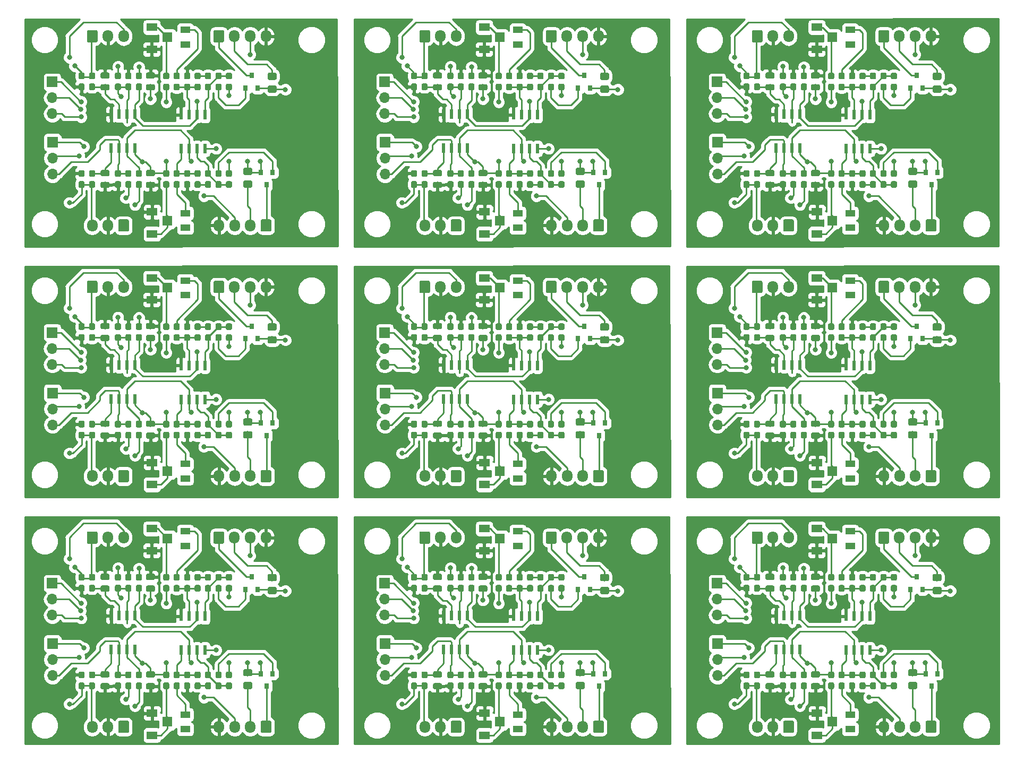
<source format=gbr>
G04 #@! TF.GenerationSoftware,KiCad,Pcbnew,(5.0.1)-3*
G04 #@! TF.CreationDate,2019-05-27T16:35:56-04:00*
G04 #@! TF.ProjectId,marsaqua_panel,6D617273617175615F70616E656C2E6B,rev?*
G04 #@! TF.SameCoordinates,Original*
G04 #@! TF.FileFunction,Copper,L1,Top,Signal*
G04 #@! TF.FilePolarity,Positive*
%FSLAX46Y46*%
G04 Gerber Fmt 4.6, Leading zero omitted, Abs format (unit mm)*
G04 Created by KiCad (PCBNEW (5.0.1)-3) date 5/27/2019 4:35:56 PM*
%MOMM*%
%LPD*%
G01*
G04 APERTURE LIST*
G04 #@! TA.AperFunction,Conductor*
%ADD10C,0.100000*%
G04 #@! TD*
G04 #@! TA.AperFunction,SMDPad,CuDef*
%ADD11C,0.975000*%
G04 #@! TD*
G04 #@! TA.AperFunction,SMDPad,CuDef*
%ADD12R,0.800000X0.900000*%
G04 #@! TD*
G04 #@! TA.AperFunction,SMDPad,CuDef*
%ADD13C,0.950000*%
G04 #@! TD*
G04 #@! TA.AperFunction,ComponentPad*
%ADD14O,1.700000X1.700000*%
G04 #@! TD*
G04 #@! TA.AperFunction,ComponentPad*
%ADD15R,1.700000X1.700000*%
G04 #@! TD*
G04 #@! TA.AperFunction,SMDPad,CuDef*
%ADD16R,0.600000X1.550000*%
G04 #@! TD*
G04 #@! TA.AperFunction,SMDPad,CuDef*
%ADD17C,1.150000*%
G04 #@! TD*
G04 #@! TA.AperFunction,SMDPad,CuDef*
%ADD18R,1.600200X1.089660*%
G04 #@! TD*
G04 #@! TA.AperFunction,SMDPad,CuDef*
%ADD19R,1.600200X1.600200*%
G04 #@! TD*
G04 #@! TA.AperFunction,SMDPad,CuDef*
%ADD20R,1.700000X1.300000*%
G04 #@! TD*
G04 #@! TA.AperFunction,ComponentPad*
%ADD21C,1.700000*%
G04 #@! TD*
G04 #@! TA.AperFunction,ComponentPad*
%ADD22O,1.700000X1.950000*%
G04 #@! TD*
G04 #@! TA.AperFunction,ViaPad*
%ADD23C,0.800000*%
G04 #@! TD*
G04 #@! TA.AperFunction,Conductor*
%ADD24C,0.250000*%
G04 #@! TD*
G04 #@! TA.AperFunction,Conductor*
%ADD25C,0.254000*%
G04 #@! TD*
G04 APERTURE END LIST*
D10*
G04 #@! TO.N,Net-(C2-Pad1)*
G04 #@! TO.C,C2*
G36*
X145350902Y-116551854D02*
X145374563Y-116555364D01*
X145397767Y-116561176D01*
X145420289Y-116569234D01*
X145441913Y-116579462D01*
X145462430Y-116591759D01*
X145481643Y-116606009D01*
X145499367Y-116622073D01*
X145515431Y-116639797D01*
X145529681Y-116659010D01*
X145541978Y-116679527D01*
X145552206Y-116701151D01*
X145560264Y-116723673D01*
X145566076Y-116746877D01*
X145569586Y-116770538D01*
X145570760Y-116794430D01*
X145570760Y-117281930D01*
X145569586Y-117305822D01*
X145566076Y-117329483D01*
X145560264Y-117352687D01*
X145552206Y-117375209D01*
X145541978Y-117396833D01*
X145529681Y-117417350D01*
X145515431Y-117436563D01*
X145499367Y-117454287D01*
X145481643Y-117470351D01*
X145462430Y-117484601D01*
X145441913Y-117496898D01*
X145420289Y-117507126D01*
X145397767Y-117515184D01*
X145374563Y-117520996D01*
X145350902Y-117524506D01*
X145327010Y-117525680D01*
X144414510Y-117525680D01*
X144390618Y-117524506D01*
X144366957Y-117520996D01*
X144343753Y-117515184D01*
X144321231Y-117507126D01*
X144299607Y-117496898D01*
X144279090Y-117484601D01*
X144259877Y-117470351D01*
X144242153Y-117454287D01*
X144226089Y-117436563D01*
X144211839Y-117417350D01*
X144199542Y-117396833D01*
X144189314Y-117375209D01*
X144181256Y-117352687D01*
X144175444Y-117329483D01*
X144171934Y-117305822D01*
X144170760Y-117281930D01*
X144170760Y-116794430D01*
X144171934Y-116770538D01*
X144175444Y-116746877D01*
X144181256Y-116723673D01*
X144189314Y-116701151D01*
X144199542Y-116679527D01*
X144211839Y-116659010D01*
X144226089Y-116639797D01*
X144242153Y-116622073D01*
X144259877Y-116606009D01*
X144279090Y-116591759D01*
X144299607Y-116579462D01*
X144321231Y-116569234D01*
X144343753Y-116561176D01*
X144366957Y-116555364D01*
X144390618Y-116551854D01*
X144414510Y-116550680D01*
X145327010Y-116550680D01*
X145350902Y-116551854D01*
X145350902Y-116551854D01*
G37*
D11*
G04 #@! TD*
G04 #@! TO.P,C2,1*
G04 #@! TO.N,Net-(C2-Pad1)*
X144870760Y-117038180D03*
D10*
G04 #@! TO.N,GND*
G04 #@! TO.C,C2*
G36*
X145350902Y-114676854D02*
X145374563Y-114680364D01*
X145397767Y-114686176D01*
X145420289Y-114694234D01*
X145441913Y-114704462D01*
X145462430Y-114716759D01*
X145481643Y-114731009D01*
X145499367Y-114747073D01*
X145515431Y-114764797D01*
X145529681Y-114784010D01*
X145541978Y-114804527D01*
X145552206Y-114826151D01*
X145560264Y-114848673D01*
X145566076Y-114871877D01*
X145569586Y-114895538D01*
X145570760Y-114919430D01*
X145570760Y-115406930D01*
X145569586Y-115430822D01*
X145566076Y-115454483D01*
X145560264Y-115477687D01*
X145552206Y-115500209D01*
X145541978Y-115521833D01*
X145529681Y-115542350D01*
X145515431Y-115561563D01*
X145499367Y-115579287D01*
X145481643Y-115595351D01*
X145462430Y-115609601D01*
X145441913Y-115621898D01*
X145420289Y-115632126D01*
X145397767Y-115640184D01*
X145374563Y-115645996D01*
X145350902Y-115649506D01*
X145327010Y-115650680D01*
X144414510Y-115650680D01*
X144390618Y-115649506D01*
X144366957Y-115645996D01*
X144343753Y-115640184D01*
X144321231Y-115632126D01*
X144299607Y-115621898D01*
X144279090Y-115609601D01*
X144259877Y-115595351D01*
X144242153Y-115579287D01*
X144226089Y-115561563D01*
X144211839Y-115542350D01*
X144199542Y-115521833D01*
X144189314Y-115500209D01*
X144181256Y-115477687D01*
X144175444Y-115454483D01*
X144171934Y-115430822D01*
X144170760Y-115406930D01*
X144170760Y-114919430D01*
X144171934Y-114895538D01*
X144175444Y-114871877D01*
X144181256Y-114848673D01*
X144189314Y-114826151D01*
X144199542Y-114804527D01*
X144211839Y-114784010D01*
X144226089Y-114764797D01*
X144242153Y-114747073D01*
X144259877Y-114731009D01*
X144279090Y-114716759D01*
X144299607Y-114704462D01*
X144321231Y-114694234D01*
X144343753Y-114686176D01*
X144366957Y-114680364D01*
X144390618Y-114676854D01*
X144414510Y-114675680D01*
X145327010Y-114675680D01*
X145350902Y-114676854D01*
X145350902Y-114676854D01*
G37*
D11*
G04 #@! TD*
G04 #@! TO.P,C2,2*
G04 #@! TO.N,GND*
X144870760Y-115163180D03*
D10*
G04 #@! TO.N,Net-(C2-Pad1)*
G04 #@! TO.C,C2*
G36*
X92350902Y-116551854D02*
X92374563Y-116555364D01*
X92397767Y-116561176D01*
X92420289Y-116569234D01*
X92441913Y-116579462D01*
X92462430Y-116591759D01*
X92481643Y-116606009D01*
X92499367Y-116622073D01*
X92515431Y-116639797D01*
X92529681Y-116659010D01*
X92541978Y-116679527D01*
X92552206Y-116701151D01*
X92560264Y-116723673D01*
X92566076Y-116746877D01*
X92569586Y-116770538D01*
X92570760Y-116794430D01*
X92570760Y-117281930D01*
X92569586Y-117305822D01*
X92566076Y-117329483D01*
X92560264Y-117352687D01*
X92552206Y-117375209D01*
X92541978Y-117396833D01*
X92529681Y-117417350D01*
X92515431Y-117436563D01*
X92499367Y-117454287D01*
X92481643Y-117470351D01*
X92462430Y-117484601D01*
X92441913Y-117496898D01*
X92420289Y-117507126D01*
X92397767Y-117515184D01*
X92374563Y-117520996D01*
X92350902Y-117524506D01*
X92327010Y-117525680D01*
X91414510Y-117525680D01*
X91390618Y-117524506D01*
X91366957Y-117520996D01*
X91343753Y-117515184D01*
X91321231Y-117507126D01*
X91299607Y-117496898D01*
X91279090Y-117484601D01*
X91259877Y-117470351D01*
X91242153Y-117454287D01*
X91226089Y-117436563D01*
X91211839Y-117417350D01*
X91199542Y-117396833D01*
X91189314Y-117375209D01*
X91181256Y-117352687D01*
X91175444Y-117329483D01*
X91171934Y-117305822D01*
X91170760Y-117281930D01*
X91170760Y-116794430D01*
X91171934Y-116770538D01*
X91175444Y-116746877D01*
X91181256Y-116723673D01*
X91189314Y-116701151D01*
X91199542Y-116679527D01*
X91211839Y-116659010D01*
X91226089Y-116639797D01*
X91242153Y-116622073D01*
X91259877Y-116606009D01*
X91279090Y-116591759D01*
X91299607Y-116579462D01*
X91321231Y-116569234D01*
X91343753Y-116561176D01*
X91366957Y-116555364D01*
X91390618Y-116551854D01*
X91414510Y-116550680D01*
X92327010Y-116550680D01*
X92350902Y-116551854D01*
X92350902Y-116551854D01*
G37*
D11*
G04 #@! TD*
G04 #@! TO.P,C2,1*
G04 #@! TO.N,Net-(C2-Pad1)*
X91870760Y-117038180D03*
D10*
G04 #@! TO.N,GND*
G04 #@! TO.C,C2*
G36*
X92350902Y-114676854D02*
X92374563Y-114680364D01*
X92397767Y-114686176D01*
X92420289Y-114694234D01*
X92441913Y-114704462D01*
X92462430Y-114716759D01*
X92481643Y-114731009D01*
X92499367Y-114747073D01*
X92515431Y-114764797D01*
X92529681Y-114784010D01*
X92541978Y-114804527D01*
X92552206Y-114826151D01*
X92560264Y-114848673D01*
X92566076Y-114871877D01*
X92569586Y-114895538D01*
X92570760Y-114919430D01*
X92570760Y-115406930D01*
X92569586Y-115430822D01*
X92566076Y-115454483D01*
X92560264Y-115477687D01*
X92552206Y-115500209D01*
X92541978Y-115521833D01*
X92529681Y-115542350D01*
X92515431Y-115561563D01*
X92499367Y-115579287D01*
X92481643Y-115595351D01*
X92462430Y-115609601D01*
X92441913Y-115621898D01*
X92420289Y-115632126D01*
X92397767Y-115640184D01*
X92374563Y-115645996D01*
X92350902Y-115649506D01*
X92327010Y-115650680D01*
X91414510Y-115650680D01*
X91390618Y-115649506D01*
X91366957Y-115645996D01*
X91343753Y-115640184D01*
X91321231Y-115632126D01*
X91299607Y-115621898D01*
X91279090Y-115609601D01*
X91259877Y-115595351D01*
X91242153Y-115579287D01*
X91226089Y-115561563D01*
X91211839Y-115542350D01*
X91199542Y-115521833D01*
X91189314Y-115500209D01*
X91181256Y-115477687D01*
X91175444Y-115454483D01*
X91171934Y-115430822D01*
X91170760Y-115406930D01*
X91170760Y-114919430D01*
X91171934Y-114895538D01*
X91175444Y-114871877D01*
X91181256Y-114848673D01*
X91189314Y-114826151D01*
X91199542Y-114804527D01*
X91211839Y-114784010D01*
X91226089Y-114764797D01*
X91242153Y-114747073D01*
X91259877Y-114731009D01*
X91279090Y-114716759D01*
X91299607Y-114704462D01*
X91321231Y-114694234D01*
X91343753Y-114686176D01*
X91366957Y-114680364D01*
X91390618Y-114676854D01*
X91414510Y-114675680D01*
X92327010Y-114675680D01*
X92350902Y-114676854D01*
X92350902Y-114676854D01*
G37*
D11*
G04 #@! TD*
G04 #@! TO.P,C2,2*
G04 #@! TO.N,GND*
X91870760Y-115163180D03*
D10*
G04 #@! TO.N,Net-(C2-Pad1)*
G04 #@! TO.C,C2*
G36*
X39350902Y-116551854D02*
X39374563Y-116555364D01*
X39397767Y-116561176D01*
X39420289Y-116569234D01*
X39441913Y-116579462D01*
X39462430Y-116591759D01*
X39481643Y-116606009D01*
X39499367Y-116622073D01*
X39515431Y-116639797D01*
X39529681Y-116659010D01*
X39541978Y-116679527D01*
X39552206Y-116701151D01*
X39560264Y-116723673D01*
X39566076Y-116746877D01*
X39569586Y-116770538D01*
X39570760Y-116794430D01*
X39570760Y-117281930D01*
X39569586Y-117305822D01*
X39566076Y-117329483D01*
X39560264Y-117352687D01*
X39552206Y-117375209D01*
X39541978Y-117396833D01*
X39529681Y-117417350D01*
X39515431Y-117436563D01*
X39499367Y-117454287D01*
X39481643Y-117470351D01*
X39462430Y-117484601D01*
X39441913Y-117496898D01*
X39420289Y-117507126D01*
X39397767Y-117515184D01*
X39374563Y-117520996D01*
X39350902Y-117524506D01*
X39327010Y-117525680D01*
X38414510Y-117525680D01*
X38390618Y-117524506D01*
X38366957Y-117520996D01*
X38343753Y-117515184D01*
X38321231Y-117507126D01*
X38299607Y-117496898D01*
X38279090Y-117484601D01*
X38259877Y-117470351D01*
X38242153Y-117454287D01*
X38226089Y-117436563D01*
X38211839Y-117417350D01*
X38199542Y-117396833D01*
X38189314Y-117375209D01*
X38181256Y-117352687D01*
X38175444Y-117329483D01*
X38171934Y-117305822D01*
X38170760Y-117281930D01*
X38170760Y-116794430D01*
X38171934Y-116770538D01*
X38175444Y-116746877D01*
X38181256Y-116723673D01*
X38189314Y-116701151D01*
X38199542Y-116679527D01*
X38211839Y-116659010D01*
X38226089Y-116639797D01*
X38242153Y-116622073D01*
X38259877Y-116606009D01*
X38279090Y-116591759D01*
X38299607Y-116579462D01*
X38321231Y-116569234D01*
X38343753Y-116561176D01*
X38366957Y-116555364D01*
X38390618Y-116551854D01*
X38414510Y-116550680D01*
X39327010Y-116550680D01*
X39350902Y-116551854D01*
X39350902Y-116551854D01*
G37*
D11*
G04 #@! TD*
G04 #@! TO.P,C2,1*
G04 #@! TO.N,Net-(C2-Pad1)*
X38870760Y-117038180D03*
D10*
G04 #@! TO.N,GND*
G04 #@! TO.C,C2*
G36*
X39350902Y-114676854D02*
X39374563Y-114680364D01*
X39397767Y-114686176D01*
X39420289Y-114694234D01*
X39441913Y-114704462D01*
X39462430Y-114716759D01*
X39481643Y-114731009D01*
X39499367Y-114747073D01*
X39515431Y-114764797D01*
X39529681Y-114784010D01*
X39541978Y-114804527D01*
X39552206Y-114826151D01*
X39560264Y-114848673D01*
X39566076Y-114871877D01*
X39569586Y-114895538D01*
X39570760Y-114919430D01*
X39570760Y-115406930D01*
X39569586Y-115430822D01*
X39566076Y-115454483D01*
X39560264Y-115477687D01*
X39552206Y-115500209D01*
X39541978Y-115521833D01*
X39529681Y-115542350D01*
X39515431Y-115561563D01*
X39499367Y-115579287D01*
X39481643Y-115595351D01*
X39462430Y-115609601D01*
X39441913Y-115621898D01*
X39420289Y-115632126D01*
X39397767Y-115640184D01*
X39374563Y-115645996D01*
X39350902Y-115649506D01*
X39327010Y-115650680D01*
X38414510Y-115650680D01*
X38390618Y-115649506D01*
X38366957Y-115645996D01*
X38343753Y-115640184D01*
X38321231Y-115632126D01*
X38299607Y-115621898D01*
X38279090Y-115609601D01*
X38259877Y-115595351D01*
X38242153Y-115579287D01*
X38226089Y-115561563D01*
X38211839Y-115542350D01*
X38199542Y-115521833D01*
X38189314Y-115500209D01*
X38181256Y-115477687D01*
X38175444Y-115454483D01*
X38171934Y-115430822D01*
X38170760Y-115406930D01*
X38170760Y-114919430D01*
X38171934Y-114895538D01*
X38175444Y-114871877D01*
X38181256Y-114848673D01*
X38189314Y-114826151D01*
X38199542Y-114804527D01*
X38211839Y-114784010D01*
X38226089Y-114764797D01*
X38242153Y-114747073D01*
X38259877Y-114731009D01*
X38279090Y-114716759D01*
X38299607Y-114704462D01*
X38321231Y-114694234D01*
X38343753Y-114686176D01*
X38366957Y-114680364D01*
X38390618Y-114676854D01*
X38414510Y-114675680D01*
X39327010Y-114675680D01*
X39350902Y-114676854D01*
X39350902Y-114676854D01*
G37*
D11*
G04 #@! TD*
G04 #@! TO.P,C2,2*
G04 #@! TO.N,GND*
X38870760Y-115163180D03*
D10*
G04 #@! TO.N,Net-(C2-Pad1)*
G04 #@! TO.C,C2*
G36*
X145350902Y-76551854D02*
X145374563Y-76555364D01*
X145397767Y-76561176D01*
X145420289Y-76569234D01*
X145441913Y-76579462D01*
X145462430Y-76591759D01*
X145481643Y-76606009D01*
X145499367Y-76622073D01*
X145515431Y-76639797D01*
X145529681Y-76659010D01*
X145541978Y-76679527D01*
X145552206Y-76701151D01*
X145560264Y-76723673D01*
X145566076Y-76746877D01*
X145569586Y-76770538D01*
X145570760Y-76794430D01*
X145570760Y-77281930D01*
X145569586Y-77305822D01*
X145566076Y-77329483D01*
X145560264Y-77352687D01*
X145552206Y-77375209D01*
X145541978Y-77396833D01*
X145529681Y-77417350D01*
X145515431Y-77436563D01*
X145499367Y-77454287D01*
X145481643Y-77470351D01*
X145462430Y-77484601D01*
X145441913Y-77496898D01*
X145420289Y-77507126D01*
X145397767Y-77515184D01*
X145374563Y-77520996D01*
X145350902Y-77524506D01*
X145327010Y-77525680D01*
X144414510Y-77525680D01*
X144390618Y-77524506D01*
X144366957Y-77520996D01*
X144343753Y-77515184D01*
X144321231Y-77507126D01*
X144299607Y-77496898D01*
X144279090Y-77484601D01*
X144259877Y-77470351D01*
X144242153Y-77454287D01*
X144226089Y-77436563D01*
X144211839Y-77417350D01*
X144199542Y-77396833D01*
X144189314Y-77375209D01*
X144181256Y-77352687D01*
X144175444Y-77329483D01*
X144171934Y-77305822D01*
X144170760Y-77281930D01*
X144170760Y-76794430D01*
X144171934Y-76770538D01*
X144175444Y-76746877D01*
X144181256Y-76723673D01*
X144189314Y-76701151D01*
X144199542Y-76679527D01*
X144211839Y-76659010D01*
X144226089Y-76639797D01*
X144242153Y-76622073D01*
X144259877Y-76606009D01*
X144279090Y-76591759D01*
X144299607Y-76579462D01*
X144321231Y-76569234D01*
X144343753Y-76561176D01*
X144366957Y-76555364D01*
X144390618Y-76551854D01*
X144414510Y-76550680D01*
X145327010Y-76550680D01*
X145350902Y-76551854D01*
X145350902Y-76551854D01*
G37*
D11*
G04 #@! TD*
G04 #@! TO.P,C2,1*
G04 #@! TO.N,Net-(C2-Pad1)*
X144870760Y-77038180D03*
D10*
G04 #@! TO.N,GND*
G04 #@! TO.C,C2*
G36*
X145350902Y-74676854D02*
X145374563Y-74680364D01*
X145397767Y-74686176D01*
X145420289Y-74694234D01*
X145441913Y-74704462D01*
X145462430Y-74716759D01*
X145481643Y-74731009D01*
X145499367Y-74747073D01*
X145515431Y-74764797D01*
X145529681Y-74784010D01*
X145541978Y-74804527D01*
X145552206Y-74826151D01*
X145560264Y-74848673D01*
X145566076Y-74871877D01*
X145569586Y-74895538D01*
X145570760Y-74919430D01*
X145570760Y-75406930D01*
X145569586Y-75430822D01*
X145566076Y-75454483D01*
X145560264Y-75477687D01*
X145552206Y-75500209D01*
X145541978Y-75521833D01*
X145529681Y-75542350D01*
X145515431Y-75561563D01*
X145499367Y-75579287D01*
X145481643Y-75595351D01*
X145462430Y-75609601D01*
X145441913Y-75621898D01*
X145420289Y-75632126D01*
X145397767Y-75640184D01*
X145374563Y-75645996D01*
X145350902Y-75649506D01*
X145327010Y-75650680D01*
X144414510Y-75650680D01*
X144390618Y-75649506D01*
X144366957Y-75645996D01*
X144343753Y-75640184D01*
X144321231Y-75632126D01*
X144299607Y-75621898D01*
X144279090Y-75609601D01*
X144259877Y-75595351D01*
X144242153Y-75579287D01*
X144226089Y-75561563D01*
X144211839Y-75542350D01*
X144199542Y-75521833D01*
X144189314Y-75500209D01*
X144181256Y-75477687D01*
X144175444Y-75454483D01*
X144171934Y-75430822D01*
X144170760Y-75406930D01*
X144170760Y-74919430D01*
X144171934Y-74895538D01*
X144175444Y-74871877D01*
X144181256Y-74848673D01*
X144189314Y-74826151D01*
X144199542Y-74804527D01*
X144211839Y-74784010D01*
X144226089Y-74764797D01*
X144242153Y-74747073D01*
X144259877Y-74731009D01*
X144279090Y-74716759D01*
X144299607Y-74704462D01*
X144321231Y-74694234D01*
X144343753Y-74686176D01*
X144366957Y-74680364D01*
X144390618Y-74676854D01*
X144414510Y-74675680D01*
X145327010Y-74675680D01*
X145350902Y-74676854D01*
X145350902Y-74676854D01*
G37*
D11*
G04 #@! TD*
G04 #@! TO.P,C2,2*
G04 #@! TO.N,GND*
X144870760Y-75163180D03*
D10*
G04 #@! TO.N,Net-(C2-Pad1)*
G04 #@! TO.C,C2*
G36*
X92350902Y-76551854D02*
X92374563Y-76555364D01*
X92397767Y-76561176D01*
X92420289Y-76569234D01*
X92441913Y-76579462D01*
X92462430Y-76591759D01*
X92481643Y-76606009D01*
X92499367Y-76622073D01*
X92515431Y-76639797D01*
X92529681Y-76659010D01*
X92541978Y-76679527D01*
X92552206Y-76701151D01*
X92560264Y-76723673D01*
X92566076Y-76746877D01*
X92569586Y-76770538D01*
X92570760Y-76794430D01*
X92570760Y-77281930D01*
X92569586Y-77305822D01*
X92566076Y-77329483D01*
X92560264Y-77352687D01*
X92552206Y-77375209D01*
X92541978Y-77396833D01*
X92529681Y-77417350D01*
X92515431Y-77436563D01*
X92499367Y-77454287D01*
X92481643Y-77470351D01*
X92462430Y-77484601D01*
X92441913Y-77496898D01*
X92420289Y-77507126D01*
X92397767Y-77515184D01*
X92374563Y-77520996D01*
X92350902Y-77524506D01*
X92327010Y-77525680D01*
X91414510Y-77525680D01*
X91390618Y-77524506D01*
X91366957Y-77520996D01*
X91343753Y-77515184D01*
X91321231Y-77507126D01*
X91299607Y-77496898D01*
X91279090Y-77484601D01*
X91259877Y-77470351D01*
X91242153Y-77454287D01*
X91226089Y-77436563D01*
X91211839Y-77417350D01*
X91199542Y-77396833D01*
X91189314Y-77375209D01*
X91181256Y-77352687D01*
X91175444Y-77329483D01*
X91171934Y-77305822D01*
X91170760Y-77281930D01*
X91170760Y-76794430D01*
X91171934Y-76770538D01*
X91175444Y-76746877D01*
X91181256Y-76723673D01*
X91189314Y-76701151D01*
X91199542Y-76679527D01*
X91211839Y-76659010D01*
X91226089Y-76639797D01*
X91242153Y-76622073D01*
X91259877Y-76606009D01*
X91279090Y-76591759D01*
X91299607Y-76579462D01*
X91321231Y-76569234D01*
X91343753Y-76561176D01*
X91366957Y-76555364D01*
X91390618Y-76551854D01*
X91414510Y-76550680D01*
X92327010Y-76550680D01*
X92350902Y-76551854D01*
X92350902Y-76551854D01*
G37*
D11*
G04 #@! TD*
G04 #@! TO.P,C2,1*
G04 #@! TO.N,Net-(C2-Pad1)*
X91870760Y-77038180D03*
D10*
G04 #@! TO.N,GND*
G04 #@! TO.C,C2*
G36*
X92350902Y-74676854D02*
X92374563Y-74680364D01*
X92397767Y-74686176D01*
X92420289Y-74694234D01*
X92441913Y-74704462D01*
X92462430Y-74716759D01*
X92481643Y-74731009D01*
X92499367Y-74747073D01*
X92515431Y-74764797D01*
X92529681Y-74784010D01*
X92541978Y-74804527D01*
X92552206Y-74826151D01*
X92560264Y-74848673D01*
X92566076Y-74871877D01*
X92569586Y-74895538D01*
X92570760Y-74919430D01*
X92570760Y-75406930D01*
X92569586Y-75430822D01*
X92566076Y-75454483D01*
X92560264Y-75477687D01*
X92552206Y-75500209D01*
X92541978Y-75521833D01*
X92529681Y-75542350D01*
X92515431Y-75561563D01*
X92499367Y-75579287D01*
X92481643Y-75595351D01*
X92462430Y-75609601D01*
X92441913Y-75621898D01*
X92420289Y-75632126D01*
X92397767Y-75640184D01*
X92374563Y-75645996D01*
X92350902Y-75649506D01*
X92327010Y-75650680D01*
X91414510Y-75650680D01*
X91390618Y-75649506D01*
X91366957Y-75645996D01*
X91343753Y-75640184D01*
X91321231Y-75632126D01*
X91299607Y-75621898D01*
X91279090Y-75609601D01*
X91259877Y-75595351D01*
X91242153Y-75579287D01*
X91226089Y-75561563D01*
X91211839Y-75542350D01*
X91199542Y-75521833D01*
X91189314Y-75500209D01*
X91181256Y-75477687D01*
X91175444Y-75454483D01*
X91171934Y-75430822D01*
X91170760Y-75406930D01*
X91170760Y-74919430D01*
X91171934Y-74895538D01*
X91175444Y-74871877D01*
X91181256Y-74848673D01*
X91189314Y-74826151D01*
X91199542Y-74804527D01*
X91211839Y-74784010D01*
X91226089Y-74764797D01*
X91242153Y-74747073D01*
X91259877Y-74731009D01*
X91279090Y-74716759D01*
X91299607Y-74704462D01*
X91321231Y-74694234D01*
X91343753Y-74686176D01*
X91366957Y-74680364D01*
X91390618Y-74676854D01*
X91414510Y-74675680D01*
X92327010Y-74675680D01*
X92350902Y-74676854D01*
X92350902Y-74676854D01*
G37*
D11*
G04 #@! TD*
G04 #@! TO.P,C2,2*
G04 #@! TO.N,GND*
X91870760Y-75163180D03*
D10*
G04 #@! TO.N,Net-(C2-Pad1)*
G04 #@! TO.C,C2*
G36*
X39350902Y-76551854D02*
X39374563Y-76555364D01*
X39397767Y-76561176D01*
X39420289Y-76569234D01*
X39441913Y-76579462D01*
X39462430Y-76591759D01*
X39481643Y-76606009D01*
X39499367Y-76622073D01*
X39515431Y-76639797D01*
X39529681Y-76659010D01*
X39541978Y-76679527D01*
X39552206Y-76701151D01*
X39560264Y-76723673D01*
X39566076Y-76746877D01*
X39569586Y-76770538D01*
X39570760Y-76794430D01*
X39570760Y-77281930D01*
X39569586Y-77305822D01*
X39566076Y-77329483D01*
X39560264Y-77352687D01*
X39552206Y-77375209D01*
X39541978Y-77396833D01*
X39529681Y-77417350D01*
X39515431Y-77436563D01*
X39499367Y-77454287D01*
X39481643Y-77470351D01*
X39462430Y-77484601D01*
X39441913Y-77496898D01*
X39420289Y-77507126D01*
X39397767Y-77515184D01*
X39374563Y-77520996D01*
X39350902Y-77524506D01*
X39327010Y-77525680D01*
X38414510Y-77525680D01*
X38390618Y-77524506D01*
X38366957Y-77520996D01*
X38343753Y-77515184D01*
X38321231Y-77507126D01*
X38299607Y-77496898D01*
X38279090Y-77484601D01*
X38259877Y-77470351D01*
X38242153Y-77454287D01*
X38226089Y-77436563D01*
X38211839Y-77417350D01*
X38199542Y-77396833D01*
X38189314Y-77375209D01*
X38181256Y-77352687D01*
X38175444Y-77329483D01*
X38171934Y-77305822D01*
X38170760Y-77281930D01*
X38170760Y-76794430D01*
X38171934Y-76770538D01*
X38175444Y-76746877D01*
X38181256Y-76723673D01*
X38189314Y-76701151D01*
X38199542Y-76679527D01*
X38211839Y-76659010D01*
X38226089Y-76639797D01*
X38242153Y-76622073D01*
X38259877Y-76606009D01*
X38279090Y-76591759D01*
X38299607Y-76579462D01*
X38321231Y-76569234D01*
X38343753Y-76561176D01*
X38366957Y-76555364D01*
X38390618Y-76551854D01*
X38414510Y-76550680D01*
X39327010Y-76550680D01*
X39350902Y-76551854D01*
X39350902Y-76551854D01*
G37*
D11*
G04 #@! TD*
G04 #@! TO.P,C2,1*
G04 #@! TO.N,Net-(C2-Pad1)*
X38870760Y-77038180D03*
D10*
G04 #@! TO.N,GND*
G04 #@! TO.C,C2*
G36*
X39350902Y-74676854D02*
X39374563Y-74680364D01*
X39397767Y-74686176D01*
X39420289Y-74694234D01*
X39441913Y-74704462D01*
X39462430Y-74716759D01*
X39481643Y-74731009D01*
X39499367Y-74747073D01*
X39515431Y-74764797D01*
X39529681Y-74784010D01*
X39541978Y-74804527D01*
X39552206Y-74826151D01*
X39560264Y-74848673D01*
X39566076Y-74871877D01*
X39569586Y-74895538D01*
X39570760Y-74919430D01*
X39570760Y-75406930D01*
X39569586Y-75430822D01*
X39566076Y-75454483D01*
X39560264Y-75477687D01*
X39552206Y-75500209D01*
X39541978Y-75521833D01*
X39529681Y-75542350D01*
X39515431Y-75561563D01*
X39499367Y-75579287D01*
X39481643Y-75595351D01*
X39462430Y-75609601D01*
X39441913Y-75621898D01*
X39420289Y-75632126D01*
X39397767Y-75640184D01*
X39374563Y-75645996D01*
X39350902Y-75649506D01*
X39327010Y-75650680D01*
X38414510Y-75650680D01*
X38390618Y-75649506D01*
X38366957Y-75645996D01*
X38343753Y-75640184D01*
X38321231Y-75632126D01*
X38299607Y-75621898D01*
X38279090Y-75609601D01*
X38259877Y-75595351D01*
X38242153Y-75579287D01*
X38226089Y-75561563D01*
X38211839Y-75542350D01*
X38199542Y-75521833D01*
X38189314Y-75500209D01*
X38181256Y-75477687D01*
X38175444Y-75454483D01*
X38171934Y-75430822D01*
X38170760Y-75406930D01*
X38170760Y-74919430D01*
X38171934Y-74895538D01*
X38175444Y-74871877D01*
X38181256Y-74848673D01*
X38189314Y-74826151D01*
X38199542Y-74804527D01*
X38211839Y-74784010D01*
X38226089Y-74764797D01*
X38242153Y-74747073D01*
X38259877Y-74731009D01*
X38279090Y-74716759D01*
X38299607Y-74704462D01*
X38321231Y-74694234D01*
X38343753Y-74686176D01*
X38366957Y-74680364D01*
X38390618Y-74676854D01*
X38414510Y-74675680D01*
X39327010Y-74675680D01*
X39350902Y-74676854D01*
X39350902Y-74676854D01*
G37*
D11*
G04 #@! TD*
G04 #@! TO.P,C2,2*
G04 #@! TO.N,GND*
X38870760Y-75163180D03*
D10*
G04 #@! TO.N,Net-(C2-Pad1)*
G04 #@! TO.C,C2*
G36*
X145350902Y-36551854D02*
X145374563Y-36555364D01*
X145397767Y-36561176D01*
X145420289Y-36569234D01*
X145441913Y-36579462D01*
X145462430Y-36591759D01*
X145481643Y-36606009D01*
X145499367Y-36622073D01*
X145515431Y-36639797D01*
X145529681Y-36659010D01*
X145541978Y-36679527D01*
X145552206Y-36701151D01*
X145560264Y-36723673D01*
X145566076Y-36746877D01*
X145569586Y-36770538D01*
X145570760Y-36794430D01*
X145570760Y-37281930D01*
X145569586Y-37305822D01*
X145566076Y-37329483D01*
X145560264Y-37352687D01*
X145552206Y-37375209D01*
X145541978Y-37396833D01*
X145529681Y-37417350D01*
X145515431Y-37436563D01*
X145499367Y-37454287D01*
X145481643Y-37470351D01*
X145462430Y-37484601D01*
X145441913Y-37496898D01*
X145420289Y-37507126D01*
X145397767Y-37515184D01*
X145374563Y-37520996D01*
X145350902Y-37524506D01*
X145327010Y-37525680D01*
X144414510Y-37525680D01*
X144390618Y-37524506D01*
X144366957Y-37520996D01*
X144343753Y-37515184D01*
X144321231Y-37507126D01*
X144299607Y-37496898D01*
X144279090Y-37484601D01*
X144259877Y-37470351D01*
X144242153Y-37454287D01*
X144226089Y-37436563D01*
X144211839Y-37417350D01*
X144199542Y-37396833D01*
X144189314Y-37375209D01*
X144181256Y-37352687D01*
X144175444Y-37329483D01*
X144171934Y-37305822D01*
X144170760Y-37281930D01*
X144170760Y-36794430D01*
X144171934Y-36770538D01*
X144175444Y-36746877D01*
X144181256Y-36723673D01*
X144189314Y-36701151D01*
X144199542Y-36679527D01*
X144211839Y-36659010D01*
X144226089Y-36639797D01*
X144242153Y-36622073D01*
X144259877Y-36606009D01*
X144279090Y-36591759D01*
X144299607Y-36579462D01*
X144321231Y-36569234D01*
X144343753Y-36561176D01*
X144366957Y-36555364D01*
X144390618Y-36551854D01*
X144414510Y-36550680D01*
X145327010Y-36550680D01*
X145350902Y-36551854D01*
X145350902Y-36551854D01*
G37*
D11*
G04 #@! TD*
G04 #@! TO.P,C2,1*
G04 #@! TO.N,Net-(C2-Pad1)*
X144870760Y-37038180D03*
D10*
G04 #@! TO.N,GND*
G04 #@! TO.C,C2*
G36*
X145350902Y-34676854D02*
X145374563Y-34680364D01*
X145397767Y-34686176D01*
X145420289Y-34694234D01*
X145441913Y-34704462D01*
X145462430Y-34716759D01*
X145481643Y-34731009D01*
X145499367Y-34747073D01*
X145515431Y-34764797D01*
X145529681Y-34784010D01*
X145541978Y-34804527D01*
X145552206Y-34826151D01*
X145560264Y-34848673D01*
X145566076Y-34871877D01*
X145569586Y-34895538D01*
X145570760Y-34919430D01*
X145570760Y-35406930D01*
X145569586Y-35430822D01*
X145566076Y-35454483D01*
X145560264Y-35477687D01*
X145552206Y-35500209D01*
X145541978Y-35521833D01*
X145529681Y-35542350D01*
X145515431Y-35561563D01*
X145499367Y-35579287D01*
X145481643Y-35595351D01*
X145462430Y-35609601D01*
X145441913Y-35621898D01*
X145420289Y-35632126D01*
X145397767Y-35640184D01*
X145374563Y-35645996D01*
X145350902Y-35649506D01*
X145327010Y-35650680D01*
X144414510Y-35650680D01*
X144390618Y-35649506D01*
X144366957Y-35645996D01*
X144343753Y-35640184D01*
X144321231Y-35632126D01*
X144299607Y-35621898D01*
X144279090Y-35609601D01*
X144259877Y-35595351D01*
X144242153Y-35579287D01*
X144226089Y-35561563D01*
X144211839Y-35542350D01*
X144199542Y-35521833D01*
X144189314Y-35500209D01*
X144181256Y-35477687D01*
X144175444Y-35454483D01*
X144171934Y-35430822D01*
X144170760Y-35406930D01*
X144170760Y-34919430D01*
X144171934Y-34895538D01*
X144175444Y-34871877D01*
X144181256Y-34848673D01*
X144189314Y-34826151D01*
X144199542Y-34804527D01*
X144211839Y-34784010D01*
X144226089Y-34764797D01*
X144242153Y-34747073D01*
X144259877Y-34731009D01*
X144279090Y-34716759D01*
X144299607Y-34704462D01*
X144321231Y-34694234D01*
X144343753Y-34686176D01*
X144366957Y-34680364D01*
X144390618Y-34676854D01*
X144414510Y-34675680D01*
X145327010Y-34675680D01*
X145350902Y-34676854D01*
X145350902Y-34676854D01*
G37*
D11*
G04 #@! TD*
G04 #@! TO.P,C2,2*
G04 #@! TO.N,GND*
X144870760Y-35163180D03*
D10*
G04 #@! TO.N,Net-(C2-Pad1)*
G04 #@! TO.C,C2*
G36*
X92350902Y-36551854D02*
X92374563Y-36555364D01*
X92397767Y-36561176D01*
X92420289Y-36569234D01*
X92441913Y-36579462D01*
X92462430Y-36591759D01*
X92481643Y-36606009D01*
X92499367Y-36622073D01*
X92515431Y-36639797D01*
X92529681Y-36659010D01*
X92541978Y-36679527D01*
X92552206Y-36701151D01*
X92560264Y-36723673D01*
X92566076Y-36746877D01*
X92569586Y-36770538D01*
X92570760Y-36794430D01*
X92570760Y-37281930D01*
X92569586Y-37305822D01*
X92566076Y-37329483D01*
X92560264Y-37352687D01*
X92552206Y-37375209D01*
X92541978Y-37396833D01*
X92529681Y-37417350D01*
X92515431Y-37436563D01*
X92499367Y-37454287D01*
X92481643Y-37470351D01*
X92462430Y-37484601D01*
X92441913Y-37496898D01*
X92420289Y-37507126D01*
X92397767Y-37515184D01*
X92374563Y-37520996D01*
X92350902Y-37524506D01*
X92327010Y-37525680D01*
X91414510Y-37525680D01*
X91390618Y-37524506D01*
X91366957Y-37520996D01*
X91343753Y-37515184D01*
X91321231Y-37507126D01*
X91299607Y-37496898D01*
X91279090Y-37484601D01*
X91259877Y-37470351D01*
X91242153Y-37454287D01*
X91226089Y-37436563D01*
X91211839Y-37417350D01*
X91199542Y-37396833D01*
X91189314Y-37375209D01*
X91181256Y-37352687D01*
X91175444Y-37329483D01*
X91171934Y-37305822D01*
X91170760Y-37281930D01*
X91170760Y-36794430D01*
X91171934Y-36770538D01*
X91175444Y-36746877D01*
X91181256Y-36723673D01*
X91189314Y-36701151D01*
X91199542Y-36679527D01*
X91211839Y-36659010D01*
X91226089Y-36639797D01*
X91242153Y-36622073D01*
X91259877Y-36606009D01*
X91279090Y-36591759D01*
X91299607Y-36579462D01*
X91321231Y-36569234D01*
X91343753Y-36561176D01*
X91366957Y-36555364D01*
X91390618Y-36551854D01*
X91414510Y-36550680D01*
X92327010Y-36550680D01*
X92350902Y-36551854D01*
X92350902Y-36551854D01*
G37*
D11*
G04 #@! TD*
G04 #@! TO.P,C2,1*
G04 #@! TO.N,Net-(C2-Pad1)*
X91870760Y-37038180D03*
D10*
G04 #@! TO.N,GND*
G04 #@! TO.C,C2*
G36*
X92350902Y-34676854D02*
X92374563Y-34680364D01*
X92397767Y-34686176D01*
X92420289Y-34694234D01*
X92441913Y-34704462D01*
X92462430Y-34716759D01*
X92481643Y-34731009D01*
X92499367Y-34747073D01*
X92515431Y-34764797D01*
X92529681Y-34784010D01*
X92541978Y-34804527D01*
X92552206Y-34826151D01*
X92560264Y-34848673D01*
X92566076Y-34871877D01*
X92569586Y-34895538D01*
X92570760Y-34919430D01*
X92570760Y-35406930D01*
X92569586Y-35430822D01*
X92566076Y-35454483D01*
X92560264Y-35477687D01*
X92552206Y-35500209D01*
X92541978Y-35521833D01*
X92529681Y-35542350D01*
X92515431Y-35561563D01*
X92499367Y-35579287D01*
X92481643Y-35595351D01*
X92462430Y-35609601D01*
X92441913Y-35621898D01*
X92420289Y-35632126D01*
X92397767Y-35640184D01*
X92374563Y-35645996D01*
X92350902Y-35649506D01*
X92327010Y-35650680D01*
X91414510Y-35650680D01*
X91390618Y-35649506D01*
X91366957Y-35645996D01*
X91343753Y-35640184D01*
X91321231Y-35632126D01*
X91299607Y-35621898D01*
X91279090Y-35609601D01*
X91259877Y-35595351D01*
X91242153Y-35579287D01*
X91226089Y-35561563D01*
X91211839Y-35542350D01*
X91199542Y-35521833D01*
X91189314Y-35500209D01*
X91181256Y-35477687D01*
X91175444Y-35454483D01*
X91171934Y-35430822D01*
X91170760Y-35406930D01*
X91170760Y-34919430D01*
X91171934Y-34895538D01*
X91175444Y-34871877D01*
X91181256Y-34848673D01*
X91189314Y-34826151D01*
X91199542Y-34804527D01*
X91211839Y-34784010D01*
X91226089Y-34764797D01*
X91242153Y-34747073D01*
X91259877Y-34731009D01*
X91279090Y-34716759D01*
X91299607Y-34704462D01*
X91321231Y-34694234D01*
X91343753Y-34686176D01*
X91366957Y-34680364D01*
X91390618Y-34676854D01*
X91414510Y-34675680D01*
X92327010Y-34675680D01*
X92350902Y-34676854D01*
X92350902Y-34676854D01*
G37*
D11*
G04 #@! TD*
G04 #@! TO.P,C2,2*
G04 #@! TO.N,GND*
X91870760Y-35163180D03*
D12*
G04 #@! TO.P,Q1,3*
G04 #@! TO.N,/ch1_enable*
X168237000Y-115166280D03*
G04 #@! TO.P,Q1,2*
G04 #@! TO.N,+12V*
X169187000Y-117166280D03*
G04 #@! TO.P,Q1,1*
G04 #@! TO.N,Net-(Q1-Pad1)*
X167287000Y-117166280D03*
G04 #@! TD*
G04 #@! TO.P,Q1,3*
G04 #@! TO.N,/ch1_enable*
X115237000Y-115166280D03*
G04 #@! TO.P,Q1,2*
G04 #@! TO.N,+12V*
X116187000Y-117166280D03*
G04 #@! TO.P,Q1,1*
G04 #@! TO.N,Net-(Q1-Pad1)*
X114287000Y-117166280D03*
G04 #@! TD*
G04 #@! TO.P,Q1,3*
G04 #@! TO.N,/ch1_enable*
X62237000Y-115166280D03*
G04 #@! TO.P,Q1,2*
G04 #@! TO.N,+12V*
X63187000Y-117166280D03*
G04 #@! TO.P,Q1,1*
G04 #@! TO.N,Net-(Q1-Pad1)*
X61287000Y-117166280D03*
G04 #@! TD*
G04 #@! TO.P,Q1,3*
G04 #@! TO.N,/ch1_enable*
X168237000Y-75166280D03*
G04 #@! TO.P,Q1,2*
G04 #@! TO.N,+12V*
X169187000Y-77166280D03*
G04 #@! TO.P,Q1,1*
G04 #@! TO.N,Net-(Q1-Pad1)*
X167287000Y-77166280D03*
G04 #@! TD*
G04 #@! TO.P,Q1,3*
G04 #@! TO.N,/ch1_enable*
X115237000Y-75166280D03*
G04 #@! TO.P,Q1,2*
G04 #@! TO.N,+12V*
X116187000Y-77166280D03*
G04 #@! TO.P,Q1,1*
G04 #@! TO.N,Net-(Q1-Pad1)*
X114287000Y-77166280D03*
G04 #@! TD*
G04 #@! TO.P,Q1,3*
G04 #@! TO.N,/ch1_enable*
X62237000Y-75166280D03*
G04 #@! TO.P,Q1,2*
G04 #@! TO.N,+12V*
X63187000Y-77166280D03*
G04 #@! TO.P,Q1,1*
G04 #@! TO.N,Net-(Q1-Pad1)*
X61287000Y-77166280D03*
G04 #@! TD*
G04 #@! TO.P,Q1,3*
G04 #@! TO.N,/ch1_enable*
X168237000Y-35166280D03*
G04 #@! TO.P,Q1,2*
G04 #@! TO.N,+12V*
X169187000Y-37166280D03*
G04 #@! TO.P,Q1,1*
G04 #@! TO.N,Net-(Q1-Pad1)*
X167287000Y-37166280D03*
G04 #@! TD*
G04 #@! TO.P,Q1,3*
G04 #@! TO.N,/ch1_enable*
X115237000Y-35166280D03*
G04 #@! TO.P,Q1,2*
G04 #@! TO.N,+12V*
X116187000Y-37166280D03*
G04 #@! TO.P,Q1,1*
G04 #@! TO.N,Net-(Q1-Pad1)*
X114287000Y-37166280D03*
G04 #@! TD*
D10*
G04 #@! TO.N,Net-(R11-Pad2)*
G04 #@! TO.C,R23*
G36*
X159892777Y-116467424D02*
X159915832Y-116470843D01*
X159938441Y-116476507D01*
X159960385Y-116484359D01*
X159981455Y-116494324D01*
X160001446Y-116506306D01*
X160020166Y-116520190D01*
X160037436Y-116535842D01*
X160053088Y-116553112D01*
X160066972Y-116571832D01*
X160078954Y-116591823D01*
X160088919Y-116612893D01*
X160096771Y-116634837D01*
X160102435Y-116657446D01*
X160105854Y-116680501D01*
X160106998Y-116703780D01*
X160106998Y-117278780D01*
X160105854Y-117302059D01*
X160102435Y-117325114D01*
X160096771Y-117347723D01*
X160088919Y-117369667D01*
X160078954Y-117390737D01*
X160066972Y-117410728D01*
X160053088Y-117429448D01*
X160037436Y-117446718D01*
X160020166Y-117462370D01*
X160001446Y-117476254D01*
X159981455Y-117488236D01*
X159960385Y-117498201D01*
X159938441Y-117506053D01*
X159915832Y-117511717D01*
X159892777Y-117515136D01*
X159869498Y-117516280D01*
X159394498Y-117516280D01*
X159371219Y-117515136D01*
X159348164Y-117511717D01*
X159325555Y-117506053D01*
X159303611Y-117498201D01*
X159282541Y-117488236D01*
X159262550Y-117476254D01*
X159243830Y-117462370D01*
X159226560Y-117446718D01*
X159210908Y-117429448D01*
X159197024Y-117410728D01*
X159185042Y-117390737D01*
X159175077Y-117369667D01*
X159167225Y-117347723D01*
X159161561Y-117325114D01*
X159158142Y-117302059D01*
X159156998Y-117278780D01*
X159156998Y-116703780D01*
X159158142Y-116680501D01*
X159161561Y-116657446D01*
X159167225Y-116634837D01*
X159175077Y-116612893D01*
X159185042Y-116591823D01*
X159197024Y-116571832D01*
X159210908Y-116553112D01*
X159226560Y-116535842D01*
X159243830Y-116520190D01*
X159262550Y-116506306D01*
X159282541Y-116494324D01*
X159303611Y-116484359D01*
X159325555Y-116476507D01*
X159348164Y-116470843D01*
X159371219Y-116467424D01*
X159394498Y-116466280D01*
X159869498Y-116466280D01*
X159892777Y-116467424D01*
X159892777Y-116467424D01*
G37*
D13*
G04 #@! TD*
G04 #@! TO.P,R23,2*
G04 #@! TO.N,Net-(R11-Pad2)*
X159631998Y-116991280D03*
D10*
G04 #@! TO.N,Net-(R21-Pad2)*
G04 #@! TO.C,R23*
G36*
X159892777Y-114717424D02*
X159915832Y-114720843D01*
X159938441Y-114726507D01*
X159960385Y-114734359D01*
X159981455Y-114744324D01*
X160001446Y-114756306D01*
X160020166Y-114770190D01*
X160037436Y-114785842D01*
X160053088Y-114803112D01*
X160066972Y-114821832D01*
X160078954Y-114841823D01*
X160088919Y-114862893D01*
X160096771Y-114884837D01*
X160102435Y-114907446D01*
X160105854Y-114930501D01*
X160106998Y-114953780D01*
X160106998Y-115528780D01*
X160105854Y-115552059D01*
X160102435Y-115575114D01*
X160096771Y-115597723D01*
X160088919Y-115619667D01*
X160078954Y-115640737D01*
X160066972Y-115660728D01*
X160053088Y-115679448D01*
X160037436Y-115696718D01*
X160020166Y-115712370D01*
X160001446Y-115726254D01*
X159981455Y-115738236D01*
X159960385Y-115748201D01*
X159938441Y-115756053D01*
X159915832Y-115761717D01*
X159892777Y-115765136D01*
X159869498Y-115766280D01*
X159394498Y-115766280D01*
X159371219Y-115765136D01*
X159348164Y-115761717D01*
X159325555Y-115756053D01*
X159303611Y-115748201D01*
X159282541Y-115738236D01*
X159262550Y-115726254D01*
X159243830Y-115712370D01*
X159226560Y-115696718D01*
X159210908Y-115679448D01*
X159197024Y-115660728D01*
X159185042Y-115640737D01*
X159175077Y-115619667D01*
X159167225Y-115597723D01*
X159161561Y-115575114D01*
X159158142Y-115552059D01*
X159156998Y-115528780D01*
X159156998Y-114953780D01*
X159158142Y-114930501D01*
X159161561Y-114907446D01*
X159167225Y-114884837D01*
X159175077Y-114862893D01*
X159185042Y-114841823D01*
X159197024Y-114821832D01*
X159210908Y-114803112D01*
X159226560Y-114785842D01*
X159243830Y-114770190D01*
X159262550Y-114756306D01*
X159282541Y-114744324D01*
X159303611Y-114734359D01*
X159325555Y-114726507D01*
X159348164Y-114720843D01*
X159371219Y-114717424D01*
X159394498Y-114716280D01*
X159869498Y-114716280D01*
X159892777Y-114717424D01*
X159892777Y-114717424D01*
G37*
D13*
G04 #@! TD*
G04 #@! TO.P,R23,1*
G04 #@! TO.N,Net-(R21-Pad2)*
X159631998Y-115241280D03*
D10*
G04 #@! TO.N,Net-(R11-Pad2)*
G04 #@! TO.C,R23*
G36*
X106892777Y-116467424D02*
X106915832Y-116470843D01*
X106938441Y-116476507D01*
X106960385Y-116484359D01*
X106981455Y-116494324D01*
X107001446Y-116506306D01*
X107020166Y-116520190D01*
X107037436Y-116535842D01*
X107053088Y-116553112D01*
X107066972Y-116571832D01*
X107078954Y-116591823D01*
X107088919Y-116612893D01*
X107096771Y-116634837D01*
X107102435Y-116657446D01*
X107105854Y-116680501D01*
X107106998Y-116703780D01*
X107106998Y-117278780D01*
X107105854Y-117302059D01*
X107102435Y-117325114D01*
X107096771Y-117347723D01*
X107088919Y-117369667D01*
X107078954Y-117390737D01*
X107066972Y-117410728D01*
X107053088Y-117429448D01*
X107037436Y-117446718D01*
X107020166Y-117462370D01*
X107001446Y-117476254D01*
X106981455Y-117488236D01*
X106960385Y-117498201D01*
X106938441Y-117506053D01*
X106915832Y-117511717D01*
X106892777Y-117515136D01*
X106869498Y-117516280D01*
X106394498Y-117516280D01*
X106371219Y-117515136D01*
X106348164Y-117511717D01*
X106325555Y-117506053D01*
X106303611Y-117498201D01*
X106282541Y-117488236D01*
X106262550Y-117476254D01*
X106243830Y-117462370D01*
X106226560Y-117446718D01*
X106210908Y-117429448D01*
X106197024Y-117410728D01*
X106185042Y-117390737D01*
X106175077Y-117369667D01*
X106167225Y-117347723D01*
X106161561Y-117325114D01*
X106158142Y-117302059D01*
X106156998Y-117278780D01*
X106156998Y-116703780D01*
X106158142Y-116680501D01*
X106161561Y-116657446D01*
X106167225Y-116634837D01*
X106175077Y-116612893D01*
X106185042Y-116591823D01*
X106197024Y-116571832D01*
X106210908Y-116553112D01*
X106226560Y-116535842D01*
X106243830Y-116520190D01*
X106262550Y-116506306D01*
X106282541Y-116494324D01*
X106303611Y-116484359D01*
X106325555Y-116476507D01*
X106348164Y-116470843D01*
X106371219Y-116467424D01*
X106394498Y-116466280D01*
X106869498Y-116466280D01*
X106892777Y-116467424D01*
X106892777Y-116467424D01*
G37*
D13*
G04 #@! TD*
G04 #@! TO.P,R23,2*
G04 #@! TO.N,Net-(R11-Pad2)*
X106631998Y-116991280D03*
D10*
G04 #@! TO.N,Net-(R21-Pad2)*
G04 #@! TO.C,R23*
G36*
X106892777Y-114717424D02*
X106915832Y-114720843D01*
X106938441Y-114726507D01*
X106960385Y-114734359D01*
X106981455Y-114744324D01*
X107001446Y-114756306D01*
X107020166Y-114770190D01*
X107037436Y-114785842D01*
X107053088Y-114803112D01*
X107066972Y-114821832D01*
X107078954Y-114841823D01*
X107088919Y-114862893D01*
X107096771Y-114884837D01*
X107102435Y-114907446D01*
X107105854Y-114930501D01*
X107106998Y-114953780D01*
X107106998Y-115528780D01*
X107105854Y-115552059D01*
X107102435Y-115575114D01*
X107096771Y-115597723D01*
X107088919Y-115619667D01*
X107078954Y-115640737D01*
X107066972Y-115660728D01*
X107053088Y-115679448D01*
X107037436Y-115696718D01*
X107020166Y-115712370D01*
X107001446Y-115726254D01*
X106981455Y-115738236D01*
X106960385Y-115748201D01*
X106938441Y-115756053D01*
X106915832Y-115761717D01*
X106892777Y-115765136D01*
X106869498Y-115766280D01*
X106394498Y-115766280D01*
X106371219Y-115765136D01*
X106348164Y-115761717D01*
X106325555Y-115756053D01*
X106303611Y-115748201D01*
X106282541Y-115738236D01*
X106262550Y-115726254D01*
X106243830Y-115712370D01*
X106226560Y-115696718D01*
X106210908Y-115679448D01*
X106197024Y-115660728D01*
X106185042Y-115640737D01*
X106175077Y-115619667D01*
X106167225Y-115597723D01*
X106161561Y-115575114D01*
X106158142Y-115552059D01*
X106156998Y-115528780D01*
X106156998Y-114953780D01*
X106158142Y-114930501D01*
X106161561Y-114907446D01*
X106167225Y-114884837D01*
X106175077Y-114862893D01*
X106185042Y-114841823D01*
X106197024Y-114821832D01*
X106210908Y-114803112D01*
X106226560Y-114785842D01*
X106243830Y-114770190D01*
X106262550Y-114756306D01*
X106282541Y-114744324D01*
X106303611Y-114734359D01*
X106325555Y-114726507D01*
X106348164Y-114720843D01*
X106371219Y-114717424D01*
X106394498Y-114716280D01*
X106869498Y-114716280D01*
X106892777Y-114717424D01*
X106892777Y-114717424D01*
G37*
D13*
G04 #@! TD*
G04 #@! TO.P,R23,1*
G04 #@! TO.N,Net-(R21-Pad2)*
X106631998Y-115241280D03*
D10*
G04 #@! TO.N,Net-(R11-Pad2)*
G04 #@! TO.C,R23*
G36*
X53892777Y-116467424D02*
X53915832Y-116470843D01*
X53938441Y-116476507D01*
X53960385Y-116484359D01*
X53981455Y-116494324D01*
X54001446Y-116506306D01*
X54020166Y-116520190D01*
X54037436Y-116535842D01*
X54053088Y-116553112D01*
X54066972Y-116571832D01*
X54078954Y-116591823D01*
X54088919Y-116612893D01*
X54096771Y-116634837D01*
X54102435Y-116657446D01*
X54105854Y-116680501D01*
X54106998Y-116703780D01*
X54106998Y-117278780D01*
X54105854Y-117302059D01*
X54102435Y-117325114D01*
X54096771Y-117347723D01*
X54088919Y-117369667D01*
X54078954Y-117390737D01*
X54066972Y-117410728D01*
X54053088Y-117429448D01*
X54037436Y-117446718D01*
X54020166Y-117462370D01*
X54001446Y-117476254D01*
X53981455Y-117488236D01*
X53960385Y-117498201D01*
X53938441Y-117506053D01*
X53915832Y-117511717D01*
X53892777Y-117515136D01*
X53869498Y-117516280D01*
X53394498Y-117516280D01*
X53371219Y-117515136D01*
X53348164Y-117511717D01*
X53325555Y-117506053D01*
X53303611Y-117498201D01*
X53282541Y-117488236D01*
X53262550Y-117476254D01*
X53243830Y-117462370D01*
X53226560Y-117446718D01*
X53210908Y-117429448D01*
X53197024Y-117410728D01*
X53185042Y-117390737D01*
X53175077Y-117369667D01*
X53167225Y-117347723D01*
X53161561Y-117325114D01*
X53158142Y-117302059D01*
X53156998Y-117278780D01*
X53156998Y-116703780D01*
X53158142Y-116680501D01*
X53161561Y-116657446D01*
X53167225Y-116634837D01*
X53175077Y-116612893D01*
X53185042Y-116591823D01*
X53197024Y-116571832D01*
X53210908Y-116553112D01*
X53226560Y-116535842D01*
X53243830Y-116520190D01*
X53262550Y-116506306D01*
X53282541Y-116494324D01*
X53303611Y-116484359D01*
X53325555Y-116476507D01*
X53348164Y-116470843D01*
X53371219Y-116467424D01*
X53394498Y-116466280D01*
X53869498Y-116466280D01*
X53892777Y-116467424D01*
X53892777Y-116467424D01*
G37*
D13*
G04 #@! TD*
G04 #@! TO.P,R23,2*
G04 #@! TO.N,Net-(R11-Pad2)*
X53631998Y-116991280D03*
D10*
G04 #@! TO.N,Net-(R21-Pad2)*
G04 #@! TO.C,R23*
G36*
X53892777Y-114717424D02*
X53915832Y-114720843D01*
X53938441Y-114726507D01*
X53960385Y-114734359D01*
X53981455Y-114744324D01*
X54001446Y-114756306D01*
X54020166Y-114770190D01*
X54037436Y-114785842D01*
X54053088Y-114803112D01*
X54066972Y-114821832D01*
X54078954Y-114841823D01*
X54088919Y-114862893D01*
X54096771Y-114884837D01*
X54102435Y-114907446D01*
X54105854Y-114930501D01*
X54106998Y-114953780D01*
X54106998Y-115528780D01*
X54105854Y-115552059D01*
X54102435Y-115575114D01*
X54096771Y-115597723D01*
X54088919Y-115619667D01*
X54078954Y-115640737D01*
X54066972Y-115660728D01*
X54053088Y-115679448D01*
X54037436Y-115696718D01*
X54020166Y-115712370D01*
X54001446Y-115726254D01*
X53981455Y-115738236D01*
X53960385Y-115748201D01*
X53938441Y-115756053D01*
X53915832Y-115761717D01*
X53892777Y-115765136D01*
X53869498Y-115766280D01*
X53394498Y-115766280D01*
X53371219Y-115765136D01*
X53348164Y-115761717D01*
X53325555Y-115756053D01*
X53303611Y-115748201D01*
X53282541Y-115738236D01*
X53262550Y-115726254D01*
X53243830Y-115712370D01*
X53226560Y-115696718D01*
X53210908Y-115679448D01*
X53197024Y-115660728D01*
X53185042Y-115640737D01*
X53175077Y-115619667D01*
X53167225Y-115597723D01*
X53161561Y-115575114D01*
X53158142Y-115552059D01*
X53156998Y-115528780D01*
X53156998Y-114953780D01*
X53158142Y-114930501D01*
X53161561Y-114907446D01*
X53167225Y-114884837D01*
X53175077Y-114862893D01*
X53185042Y-114841823D01*
X53197024Y-114821832D01*
X53210908Y-114803112D01*
X53226560Y-114785842D01*
X53243830Y-114770190D01*
X53262550Y-114756306D01*
X53282541Y-114744324D01*
X53303611Y-114734359D01*
X53325555Y-114726507D01*
X53348164Y-114720843D01*
X53371219Y-114717424D01*
X53394498Y-114716280D01*
X53869498Y-114716280D01*
X53892777Y-114717424D01*
X53892777Y-114717424D01*
G37*
D13*
G04 #@! TD*
G04 #@! TO.P,R23,1*
G04 #@! TO.N,Net-(R21-Pad2)*
X53631998Y-115241280D03*
D10*
G04 #@! TO.N,Net-(R11-Pad2)*
G04 #@! TO.C,R23*
G36*
X159892777Y-76467424D02*
X159915832Y-76470843D01*
X159938441Y-76476507D01*
X159960385Y-76484359D01*
X159981455Y-76494324D01*
X160001446Y-76506306D01*
X160020166Y-76520190D01*
X160037436Y-76535842D01*
X160053088Y-76553112D01*
X160066972Y-76571832D01*
X160078954Y-76591823D01*
X160088919Y-76612893D01*
X160096771Y-76634837D01*
X160102435Y-76657446D01*
X160105854Y-76680501D01*
X160106998Y-76703780D01*
X160106998Y-77278780D01*
X160105854Y-77302059D01*
X160102435Y-77325114D01*
X160096771Y-77347723D01*
X160088919Y-77369667D01*
X160078954Y-77390737D01*
X160066972Y-77410728D01*
X160053088Y-77429448D01*
X160037436Y-77446718D01*
X160020166Y-77462370D01*
X160001446Y-77476254D01*
X159981455Y-77488236D01*
X159960385Y-77498201D01*
X159938441Y-77506053D01*
X159915832Y-77511717D01*
X159892777Y-77515136D01*
X159869498Y-77516280D01*
X159394498Y-77516280D01*
X159371219Y-77515136D01*
X159348164Y-77511717D01*
X159325555Y-77506053D01*
X159303611Y-77498201D01*
X159282541Y-77488236D01*
X159262550Y-77476254D01*
X159243830Y-77462370D01*
X159226560Y-77446718D01*
X159210908Y-77429448D01*
X159197024Y-77410728D01*
X159185042Y-77390737D01*
X159175077Y-77369667D01*
X159167225Y-77347723D01*
X159161561Y-77325114D01*
X159158142Y-77302059D01*
X159156998Y-77278780D01*
X159156998Y-76703780D01*
X159158142Y-76680501D01*
X159161561Y-76657446D01*
X159167225Y-76634837D01*
X159175077Y-76612893D01*
X159185042Y-76591823D01*
X159197024Y-76571832D01*
X159210908Y-76553112D01*
X159226560Y-76535842D01*
X159243830Y-76520190D01*
X159262550Y-76506306D01*
X159282541Y-76494324D01*
X159303611Y-76484359D01*
X159325555Y-76476507D01*
X159348164Y-76470843D01*
X159371219Y-76467424D01*
X159394498Y-76466280D01*
X159869498Y-76466280D01*
X159892777Y-76467424D01*
X159892777Y-76467424D01*
G37*
D13*
G04 #@! TD*
G04 #@! TO.P,R23,2*
G04 #@! TO.N,Net-(R11-Pad2)*
X159631998Y-76991280D03*
D10*
G04 #@! TO.N,Net-(R21-Pad2)*
G04 #@! TO.C,R23*
G36*
X159892777Y-74717424D02*
X159915832Y-74720843D01*
X159938441Y-74726507D01*
X159960385Y-74734359D01*
X159981455Y-74744324D01*
X160001446Y-74756306D01*
X160020166Y-74770190D01*
X160037436Y-74785842D01*
X160053088Y-74803112D01*
X160066972Y-74821832D01*
X160078954Y-74841823D01*
X160088919Y-74862893D01*
X160096771Y-74884837D01*
X160102435Y-74907446D01*
X160105854Y-74930501D01*
X160106998Y-74953780D01*
X160106998Y-75528780D01*
X160105854Y-75552059D01*
X160102435Y-75575114D01*
X160096771Y-75597723D01*
X160088919Y-75619667D01*
X160078954Y-75640737D01*
X160066972Y-75660728D01*
X160053088Y-75679448D01*
X160037436Y-75696718D01*
X160020166Y-75712370D01*
X160001446Y-75726254D01*
X159981455Y-75738236D01*
X159960385Y-75748201D01*
X159938441Y-75756053D01*
X159915832Y-75761717D01*
X159892777Y-75765136D01*
X159869498Y-75766280D01*
X159394498Y-75766280D01*
X159371219Y-75765136D01*
X159348164Y-75761717D01*
X159325555Y-75756053D01*
X159303611Y-75748201D01*
X159282541Y-75738236D01*
X159262550Y-75726254D01*
X159243830Y-75712370D01*
X159226560Y-75696718D01*
X159210908Y-75679448D01*
X159197024Y-75660728D01*
X159185042Y-75640737D01*
X159175077Y-75619667D01*
X159167225Y-75597723D01*
X159161561Y-75575114D01*
X159158142Y-75552059D01*
X159156998Y-75528780D01*
X159156998Y-74953780D01*
X159158142Y-74930501D01*
X159161561Y-74907446D01*
X159167225Y-74884837D01*
X159175077Y-74862893D01*
X159185042Y-74841823D01*
X159197024Y-74821832D01*
X159210908Y-74803112D01*
X159226560Y-74785842D01*
X159243830Y-74770190D01*
X159262550Y-74756306D01*
X159282541Y-74744324D01*
X159303611Y-74734359D01*
X159325555Y-74726507D01*
X159348164Y-74720843D01*
X159371219Y-74717424D01*
X159394498Y-74716280D01*
X159869498Y-74716280D01*
X159892777Y-74717424D01*
X159892777Y-74717424D01*
G37*
D13*
G04 #@! TD*
G04 #@! TO.P,R23,1*
G04 #@! TO.N,Net-(R21-Pad2)*
X159631998Y-75241280D03*
D10*
G04 #@! TO.N,Net-(R11-Pad2)*
G04 #@! TO.C,R23*
G36*
X106892777Y-76467424D02*
X106915832Y-76470843D01*
X106938441Y-76476507D01*
X106960385Y-76484359D01*
X106981455Y-76494324D01*
X107001446Y-76506306D01*
X107020166Y-76520190D01*
X107037436Y-76535842D01*
X107053088Y-76553112D01*
X107066972Y-76571832D01*
X107078954Y-76591823D01*
X107088919Y-76612893D01*
X107096771Y-76634837D01*
X107102435Y-76657446D01*
X107105854Y-76680501D01*
X107106998Y-76703780D01*
X107106998Y-77278780D01*
X107105854Y-77302059D01*
X107102435Y-77325114D01*
X107096771Y-77347723D01*
X107088919Y-77369667D01*
X107078954Y-77390737D01*
X107066972Y-77410728D01*
X107053088Y-77429448D01*
X107037436Y-77446718D01*
X107020166Y-77462370D01*
X107001446Y-77476254D01*
X106981455Y-77488236D01*
X106960385Y-77498201D01*
X106938441Y-77506053D01*
X106915832Y-77511717D01*
X106892777Y-77515136D01*
X106869498Y-77516280D01*
X106394498Y-77516280D01*
X106371219Y-77515136D01*
X106348164Y-77511717D01*
X106325555Y-77506053D01*
X106303611Y-77498201D01*
X106282541Y-77488236D01*
X106262550Y-77476254D01*
X106243830Y-77462370D01*
X106226560Y-77446718D01*
X106210908Y-77429448D01*
X106197024Y-77410728D01*
X106185042Y-77390737D01*
X106175077Y-77369667D01*
X106167225Y-77347723D01*
X106161561Y-77325114D01*
X106158142Y-77302059D01*
X106156998Y-77278780D01*
X106156998Y-76703780D01*
X106158142Y-76680501D01*
X106161561Y-76657446D01*
X106167225Y-76634837D01*
X106175077Y-76612893D01*
X106185042Y-76591823D01*
X106197024Y-76571832D01*
X106210908Y-76553112D01*
X106226560Y-76535842D01*
X106243830Y-76520190D01*
X106262550Y-76506306D01*
X106282541Y-76494324D01*
X106303611Y-76484359D01*
X106325555Y-76476507D01*
X106348164Y-76470843D01*
X106371219Y-76467424D01*
X106394498Y-76466280D01*
X106869498Y-76466280D01*
X106892777Y-76467424D01*
X106892777Y-76467424D01*
G37*
D13*
G04 #@! TD*
G04 #@! TO.P,R23,2*
G04 #@! TO.N,Net-(R11-Pad2)*
X106631998Y-76991280D03*
D10*
G04 #@! TO.N,Net-(R21-Pad2)*
G04 #@! TO.C,R23*
G36*
X106892777Y-74717424D02*
X106915832Y-74720843D01*
X106938441Y-74726507D01*
X106960385Y-74734359D01*
X106981455Y-74744324D01*
X107001446Y-74756306D01*
X107020166Y-74770190D01*
X107037436Y-74785842D01*
X107053088Y-74803112D01*
X107066972Y-74821832D01*
X107078954Y-74841823D01*
X107088919Y-74862893D01*
X107096771Y-74884837D01*
X107102435Y-74907446D01*
X107105854Y-74930501D01*
X107106998Y-74953780D01*
X107106998Y-75528780D01*
X107105854Y-75552059D01*
X107102435Y-75575114D01*
X107096771Y-75597723D01*
X107088919Y-75619667D01*
X107078954Y-75640737D01*
X107066972Y-75660728D01*
X107053088Y-75679448D01*
X107037436Y-75696718D01*
X107020166Y-75712370D01*
X107001446Y-75726254D01*
X106981455Y-75738236D01*
X106960385Y-75748201D01*
X106938441Y-75756053D01*
X106915832Y-75761717D01*
X106892777Y-75765136D01*
X106869498Y-75766280D01*
X106394498Y-75766280D01*
X106371219Y-75765136D01*
X106348164Y-75761717D01*
X106325555Y-75756053D01*
X106303611Y-75748201D01*
X106282541Y-75738236D01*
X106262550Y-75726254D01*
X106243830Y-75712370D01*
X106226560Y-75696718D01*
X106210908Y-75679448D01*
X106197024Y-75660728D01*
X106185042Y-75640737D01*
X106175077Y-75619667D01*
X106167225Y-75597723D01*
X106161561Y-75575114D01*
X106158142Y-75552059D01*
X106156998Y-75528780D01*
X106156998Y-74953780D01*
X106158142Y-74930501D01*
X106161561Y-74907446D01*
X106167225Y-74884837D01*
X106175077Y-74862893D01*
X106185042Y-74841823D01*
X106197024Y-74821832D01*
X106210908Y-74803112D01*
X106226560Y-74785842D01*
X106243830Y-74770190D01*
X106262550Y-74756306D01*
X106282541Y-74744324D01*
X106303611Y-74734359D01*
X106325555Y-74726507D01*
X106348164Y-74720843D01*
X106371219Y-74717424D01*
X106394498Y-74716280D01*
X106869498Y-74716280D01*
X106892777Y-74717424D01*
X106892777Y-74717424D01*
G37*
D13*
G04 #@! TD*
G04 #@! TO.P,R23,1*
G04 #@! TO.N,Net-(R21-Pad2)*
X106631998Y-75241280D03*
D10*
G04 #@! TO.N,Net-(R11-Pad2)*
G04 #@! TO.C,R23*
G36*
X53892777Y-76467424D02*
X53915832Y-76470843D01*
X53938441Y-76476507D01*
X53960385Y-76484359D01*
X53981455Y-76494324D01*
X54001446Y-76506306D01*
X54020166Y-76520190D01*
X54037436Y-76535842D01*
X54053088Y-76553112D01*
X54066972Y-76571832D01*
X54078954Y-76591823D01*
X54088919Y-76612893D01*
X54096771Y-76634837D01*
X54102435Y-76657446D01*
X54105854Y-76680501D01*
X54106998Y-76703780D01*
X54106998Y-77278780D01*
X54105854Y-77302059D01*
X54102435Y-77325114D01*
X54096771Y-77347723D01*
X54088919Y-77369667D01*
X54078954Y-77390737D01*
X54066972Y-77410728D01*
X54053088Y-77429448D01*
X54037436Y-77446718D01*
X54020166Y-77462370D01*
X54001446Y-77476254D01*
X53981455Y-77488236D01*
X53960385Y-77498201D01*
X53938441Y-77506053D01*
X53915832Y-77511717D01*
X53892777Y-77515136D01*
X53869498Y-77516280D01*
X53394498Y-77516280D01*
X53371219Y-77515136D01*
X53348164Y-77511717D01*
X53325555Y-77506053D01*
X53303611Y-77498201D01*
X53282541Y-77488236D01*
X53262550Y-77476254D01*
X53243830Y-77462370D01*
X53226560Y-77446718D01*
X53210908Y-77429448D01*
X53197024Y-77410728D01*
X53185042Y-77390737D01*
X53175077Y-77369667D01*
X53167225Y-77347723D01*
X53161561Y-77325114D01*
X53158142Y-77302059D01*
X53156998Y-77278780D01*
X53156998Y-76703780D01*
X53158142Y-76680501D01*
X53161561Y-76657446D01*
X53167225Y-76634837D01*
X53175077Y-76612893D01*
X53185042Y-76591823D01*
X53197024Y-76571832D01*
X53210908Y-76553112D01*
X53226560Y-76535842D01*
X53243830Y-76520190D01*
X53262550Y-76506306D01*
X53282541Y-76494324D01*
X53303611Y-76484359D01*
X53325555Y-76476507D01*
X53348164Y-76470843D01*
X53371219Y-76467424D01*
X53394498Y-76466280D01*
X53869498Y-76466280D01*
X53892777Y-76467424D01*
X53892777Y-76467424D01*
G37*
D13*
G04 #@! TD*
G04 #@! TO.P,R23,2*
G04 #@! TO.N,Net-(R11-Pad2)*
X53631998Y-76991280D03*
D10*
G04 #@! TO.N,Net-(R21-Pad2)*
G04 #@! TO.C,R23*
G36*
X53892777Y-74717424D02*
X53915832Y-74720843D01*
X53938441Y-74726507D01*
X53960385Y-74734359D01*
X53981455Y-74744324D01*
X54001446Y-74756306D01*
X54020166Y-74770190D01*
X54037436Y-74785842D01*
X54053088Y-74803112D01*
X54066972Y-74821832D01*
X54078954Y-74841823D01*
X54088919Y-74862893D01*
X54096771Y-74884837D01*
X54102435Y-74907446D01*
X54105854Y-74930501D01*
X54106998Y-74953780D01*
X54106998Y-75528780D01*
X54105854Y-75552059D01*
X54102435Y-75575114D01*
X54096771Y-75597723D01*
X54088919Y-75619667D01*
X54078954Y-75640737D01*
X54066972Y-75660728D01*
X54053088Y-75679448D01*
X54037436Y-75696718D01*
X54020166Y-75712370D01*
X54001446Y-75726254D01*
X53981455Y-75738236D01*
X53960385Y-75748201D01*
X53938441Y-75756053D01*
X53915832Y-75761717D01*
X53892777Y-75765136D01*
X53869498Y-75766280D01*
X53394498Y-75766280D01*
X53371219Y-75765136D01*
X53348164Y-75761717D01*
X53325555Y-75756053D01*
X53303611Y-75748201D01*
X53282541Y-75738236D01*
X53262550Y-75726254D01*
X53243830Y-75712370D01*
X53226560Y-75696718D01*
X53210908Y-75679448D01*
X53197024Y-75660728D01*
X53185042Y-75640737D01*
X53175077Y-75619667D01*
X53167225Y-75597723D01*
X53161561Y-75575114D01*
X53158142Y-75552059D01*
X53156998Y-75528780D01*
X53156998Y-74953780D01*
X53158142Y-74930501D01*
X53161561Y-74907446D01*
X53167225Y-74884837D01*
X53175077Y-74862893D01*
X53185042Y-74841823D01*
X53197024Y-74821832D01*
X53210908Y-74803112D01*
X53226560Y-74785842D01*
X53243830Y-74770190D01*
X53262550Y-74756306D01*
X53282541Y-74744324D01*
X53303611Y-74734359D01*
X53325555Y-74726507D01*
X53348164Y-74720843D01*
X53371219Y-74717424D01*
X53394498Y-74716280D01*
X53869498Y-74716280D01*
X53892777Y-74717424D01*
X53892777Y-74717424D01*
G37*
D13*
G04 #@! TD*
G04 #@! TO.P,R23,1*
G04 #@! TO.N,Net-(R21-Pad2)*
X53631998Y-75241280D03*
D10*
G04 #@! TO.N,Net-(R11-Pad2)*
G04 #@! TO.C,R23*
G36*
X159892777Y-36467424D02*
X159915832Y-36470843D01*
X159938441Y-36476507D01*
X159960385Y-36484359D01*
X159981455Y-36494324D01*
X160001446Y-36506306D01*
X160020166Y-36520190D01*
X160037436Y-36535842D01*
X160053088Y-36553112D01*
X160066972Y-36571832D01*
X160078954Y-36591823D01*
X160088919Y-36612893D01*
X160096771Y-36634837D01*
X160102435Y-36657446D01*
X160105854Y-36680501D01*
X160106998Y-36703780D01*
X160106998Y-37278780D01*
X160105854Y-37302059D01*
X160102435Y-37325114D01*
X160096771Y-37347723D01*
X160088919Y-37369667D01*
X160078954Y-37390737D01*
X160066972Y-37410728D01*
X160053088Y-37429448D01*
X160037436Y-37446718D01*
X160020166Y-37462370D01*
X160001446Y-37476254D01*
X159981455Y-37488236D01*
X159960385Y-37498201D01*
X159938441Y-37506053D01*
X159915832Y-37511717D01*
X159892777Y-37515136D01*
X159869498Y-37516280D01*
X159394498Y-37516280D01*
X159371219Y-37515136D01*
X159348164Y-37511717D01*
X159325555Y-37506053D01*
X159303611Y-37498201D01*
X159282541Y-37488236D01*
X159262550Y-37476254D01*
X159243830Y-37462370D01*
X159226560Y-37446718D01*
X159210908Y-37429448D01*
X159197024Y-37410728D01*
X159185042Y-37390737D01*
X159175077Y-37369667D01*
X159167225Y-37347723D01*
X159161561Y-37325114D01*
X159158142Y-37302059D01*
X159156998Y-37278780D01*
X159156998Y-36703780D01*
X159158142Y-36680501D01*
X159161561Y-36657446D01*
X159167225Y-36634837D01*
X159175077Y-36612893D01*
X159185042Y-36591823D01*
X159197024Y-36571832D01*
X159210908Y-36553112D01*
X159226560Y-36535842D01*
X159243830Y-36520190D01*
X159262550Y-36506306D01*
X159282541Y-36494324D01*
X159303611Y-36484359D01*
X159325555Y-36476507D01*
X159348164Y-36470843D01*
X159371219Y-36467424D01*
X159394498Y-36466280D01*
X159869498Y-36466280D01*
X159892777Y-36467424D01*
X159892777Y-36467424D01*
G37*
D13*
G04 #@! TD*
G04 #@! TO.P,R23,2*
G04 #@! TO.N,Net-(R11-Pad2)*
X159631998Y-36991280D03*
D10*
G04 #@! TO.N,Net-(R21-Pad2)*
G04 #@! TO.C,R23*
G36*
X159892777Y-34717424D02*
X159915832Y-34720843D01*
X159938441Y-34726507D01*
X159960385Y-34734359D01*
X159981455Y-34744324D01*
X160001446Y-34756306D01*
X160020166Y-34770190D01*
X160037436Y-34785842D01*
X160053088Y-34803112D01*
X160066972Y-34821832D01*
X160078954Y-34841823D01*
X160088919Y-34862893D01*
X160096771Y-34884837D01*
X160102435Y-34907446D01*
X160105854Y-34930501D01*
X160106998Y-34953780D01*
X160106998Y-35528780D01*
X160105854Y-35552059D01*
X160102435Y-35575114D01*
X160096771Y-35597723D01*
X160088919Y-35619667D01*
X160078954Y-35640737D01*
X160066972Y-35660728D01*
X160053088Y-35679448D01*
X160037436Y-35696718D01*
X160020166Y-35712370D01*
X160001446Y-35726254D01*
X159981455Y-35738236D01*
X159960385Y-35748201D01*
X159938441Y-35756053D01*
X159915832Y-35761717D01*
X159892777Y-35765136D01*
X159869498Y-35766280D01*
X159394498Y-35766280D01*
X159371219Y-35765136D01*
X159348164Y-35761717D01*
X159325555Y-35756053D01*
X159303611Y-35748201D01*
X159282541Y-35738236D01*
X159262550Y-35726254D01*
X159243830Y-35712370D01*
X159226560Y-35696718D01*
X159210908Y-35679448D01*
X159197024Y-35660728D01*
X159185042Y-35640737D01*
X159175077Y-35619667D01*
X159167225Y-35597723D01*
X159161561Y-35575114D01*
X159158142Y-35552059D01*
X159156998Y-35528780D01*
X159156998Y-34953780D01*
X159158142Y-34930501D01*
X159161561Y-34907446D01*
X159167225Y-34884837D01*
X159175077Y-34862893D01*
X159185042Y-34841823D01*
X159197024Y-34821832D01*
X159210908Y-34803112D01*
X159226560Y-34785842D01*
X159243830Y-34770190D01*
X159262550Y-34756306D01*
X159282541Y-34744324D01*
X159303611Y-34734359D01*
X159325555Y-34726507D01*
X159348164Y-34720843D01*
X159371219Y-34717424D01*
X159394498Y-34716280D01*
X159869498Y-34716280D01*
X159892777Y-34717424D01*
X159892777Y-34717424D01*
G37*
D13*
G04 #@! TD*
G04 #@! TO.P,R23,1*
G04 #@! TO.N,Net-(R21-Pad2)*
X159631998Y-35241280D03*
D10*
G04 #@! TO.N,Net-(R11-Pad2)*
G04 #@! TO.C,R23*
G36*
X106892777Y-36467424D02*
X106915832Y-36470843D01*
X106938441Y-36476507D01*
X106960385Y-36484359D01*
X106981455Y-36494324D01*
X107001446Y-36506306D01*
X107020166Y-36520190D01*
X107037436Y-36535842D01*
X107053088Y-36553112D01*
X107066972Y-36571832D01*
X107078954Y-36591823D01*
X107088919Y-36612893D01*
X107096771Y-36634837D01*
X107102435Y-36657446D01*
X107105854Y-36680501D01*
X107106998Y-36703780D01*
X107106998Y-37278780D01*
X107105854Y-37302059D01*
X107102435Y-37325114D01*
X107096771Y-37347723D01*
X107088919Y-37369667D01*
X107078954Y-37390737D01*
X107066972Y-37410728D01*
X107053088Y-37429448D01*
X107037436Y-37446718D01*
X107020166Y-37462370D01*
X107001446Y-37476254D01*
X106981455Y-37488236D01*
X106960385Y-37498201D01*
X106938441Y-37506053D01*
X106915832Y-37511717D01*
X106892777Y-37515136D01*
X106869498Y-37516280D01*
X106394498Y-37516280D01*
X106371219Y-37515136D01*
X106348164Y-37511717D01*
X106325555Y-37506053D01*
X106303611Y-37498201D01*
X106282541Y-37488236D01*
X106262550Y-37476254D01*
X106243830Y-37462370D01*
X106226560Y-37446718D01*
X106210908Y-37429448D01*
X106197024Y-37410728D01*
X106185042Y-37390737D01*
X106175077Y-37369667D01*
X106167225Y-37347723D01*
X106161561Y-37325114D01*
X106158142Y-37302059D01*
X106156998Y-37278780D01*
X106156998Y-36703780D01*
X106158142Y-36680501D01*
X106161561Y-36657446D01*
X106167225Y-36634837D01*
X106175077Y-36612893D01*
X106185042Y-36591823D01*
X106197024Y-36571832D01*
X106210908Y-36553112D01*
X106226560Y-36535842D01*
X106243830Y-36520190D01*
X106262550Y-36506306D01*
X106282541Y-36494324D01*
X106303611Y-36484359D01*
X106325555Y-36476507D01*
X106348164Y-36470843D01*
X106371219Y-36467424D01*
X106394498Y-36466280D01*
X106869498Y-36466280D01*
X106892777Y-36467424D01*
X106892777Y-36467424D01*
G37*
D13*
G04 #@! TD*
G04 #@! TO.P,R23,2*
G04 #@! TO.N,Net-(R11-Pad2)*
X106631998Y-36991280D03*
D10*
G04 #@! TO.N,Net-(R21-Pad2)*
G04 #@! TO.C,R23*
G36*
X106892777Y-34717424D02*
X106915832Y-34720843D01*
X106938441Y-34726507D01*
X106960385Y-34734359D01*
X106981455Y-34744324D01*
X107001446Y-34756306D01*
X107020166Y-34770190D01*
X107037436Y-34785842D01*
X107053088Y-34803112D01*
X107066972Y-34821832D01*
X107078954Y-34841823D01*
X107088919Y-34862893D01*
X107096771Y-34884837D01*
X107102435Y-34907446D01*
X107105854Y-34930501D01*
X107106998Y-34953780D01*
X107106998Y-35528780D01*
X107105854Y-35552059D01*
X107102435Y-35575114D01*
X107096771Y-35597723D01*
X107088919Y-35619667D01*
X107078954Y-35640737D01*
X107066972Y-35660728D01*
X107053088Y-35679448D01*
X107037436Y-35696718D01*
X107020166Y-35712370D01*
X107001446Y-35726254D01*
X106981455Y-35738236D01*
X106960385Y-35748201D01*
X106938441Y-35756053D01*
X106915832Y-35761717D01*
X106892777Y-35765136D01*
X106869498Y-35766280D01*
X106394498Y-35766280D01*
X106371219Y-35765136D01*
X106348164Y-35761717D01*
X106325555Y-35756053D01*
X106303611Y-35748201D01*
X106282541Y-35738236D01*
X106262550Y-35726254D01*
X106243830Y-35712370D01*
X106226560Y-35696718D01*
X106210908Y-35679448D01*
X106197024Y-35660728D01*
X106185042Y-35640737D01*
X106175077Y-35619667D01*
X106167225Y-35597723D01*
X106161561Y-35575114D01*
X106158142Y-35552059D01*
X106156998Y-35528780D01*
X106156998Y-34953780D01*
X106158142Y-34930501D01*
X106161561Y-34907446D01*
X106167225Y-34884837D01*
X106175077Y-34862893D01*
X106185042Y-34841823D01*
X106197024Y-34821832D01*
X106210908Y-34803112D01*
X106226560Y-34785842D01*
X106243830Y-34770190D01*
X106262550Y-34756306D01*
X106282541Y-34744324D01*
X106303611Y-34734359D01*
X106325555Y-34726507D01*
X106348164Y-34720843D01*
X106371219Y-34717424D01*
X106394498Y-34716280D01*
X106869498Y-34716280D01*
X106892777Y-34717424D01*
X106892777Y-34717424D01*
G37*
D13*
G04 #@! TD*
G04 #@! TO.P,R23,1*
G04 #@! TO.N,Net-(R21-Pad2)*
X106631998Y-35241280D03*
D10*
G04 #@! TO.N,GND*
G04 #@! TO.C,C1*
G36*
X152612142Y-114676854D02*
X152635803Y-114680364D01*
X152659007Y-114686176D01*
X152681529Y-114694234D01*
X152703153Y-114704462D01*
X152723670Y-114716759D01*
X152742883Y-114731009D01*
X152760607Y-114747073D01*
X152776671Y-114764797D01*
X152790921Y-114784010D01*
X152803218Y-114804527D01*
X152813446Y-114826151D01*
X152821504Y-114848673D01*
X152827316Y-114871877D01*
X152830826Y-114895538D01*
X152832000Y-114919430D01*
X152832000Y-115406930D01*
X152830826Y-115430822D01*
X152827316Y-115454483D01*
X152821504Y-115477687D01*
X152813446Y-115500209D01*
X152803218Y-115521833D01*
X152790921Y-115542350D01*
X152776671Y-115561563D01*
X152760607Y-115579287D01*
X152742883Y-115595351D01*
X152723670Y-115609601D01*
X152703153Y-115621898D01*
X152681529Y-115632126D01*
X152659007Y-115640184D01*
X152635803Y-115645996D01*
X152612142Y-115649506D01*
X152588250Y-115650680D01*
X151675750Y-115650680D01*
X151651858Y-115649506D01*
X151628197Y-115645996D01*
X151604993Y-115640184D01*
X151582471Y-115632126D01*
X151560847Y-115621898D01*
X151540330Y-115609601D01*
X151521117Y-115595351D01*
X151503393Y-115579287D01*
X151487329Y-115561563D01*
X151473079Y-115542350D01*
X151460782Y-115521833D01*
X151450554Y-115500209D01*
X151442496Y-115477687D01*
X151436684Y-115454483D01*
X151433174Y-115430822D01*
X151432000Y-115406930D01*
X151432000Y-114919430D01*
X151433174Y-114895538D01*
X151436684Y-114871877D01*
X151442496Y-114848673D01*
X151450554Y-114826151D01*
X151460782Y-114804527D01*
X151473079Y-114784010D01*
X151487329Y-114764797D01*
X151503393Y-114747073D01*
X151521117Y-114731009D01*
X151540330Y-114716759D01*
X151560847Y-114704462D01*
X151582471Y-114694234D01*
X151604993Y-114686176D01*
X151628197Y-114680364D01*
X151651858Y-114676854D01*
X151675750Y-114675680D01*
X152588250Y-114675680D01*
X152612142Y-114676854D01*
X152612142Y-114676854D01*
G37*
D11*
G04 #@! TD*
G04 #@! TO.P,C1,2*
G04 #@! TO.N,GND*
X152132000Y-115163180D03*
D10*
G04 #@! TO.N,+12V*
G04 #@! TO.C,C1*
G36*
X152612142Y-116551854D02*
X152635803Y-116555364D01*
X152659007Y-116561176D01*
X152681529Y-116569234D01*
X152703153Y-116579462D01*
X152723670Y-116591759D01*
X152742883Y-116606009D01*
X152760607Y-116622073D01*
X152776671Y-116639797D01*
X152790921Y-116659010D01*
X152803218Y-116679527D01*
X152813446Y-116701151D01*
X152821504Y-116723673D01*
X152827316Y-116746877D01*
X152830826Y-116770538D01*
X152832000Y-116794430D01*
X152832000Y-117281930D01*
X152830826Y-117305822D01*
X152827316Y-117329483D01*
X152821504Y-117352687D01*
X152813446Y-117375209D01*
X152803218Y-117396833D01*
X152790921Y-117417350D01*
X152776671Y-117436563D01*
X152760607Y-117454287D01*
X152742883Y-117470351D01*
X152723670Y-117484601D01*
X152703153Y-117496898D01*
X152681529Y-117507126D01*
X152659007Y-117515184D01*
X152635803Y-117520996D01*
X152612142Y-117524506D01*
X152588250Y-117525680D01*
X151675750Y-117525680D01*
X151651858Y-117524506D01*
X151628197Y-117520996D01*
X151604993Y-117515184D01*
X151582471Y-117507126D01*
X151560847Y-117496898D01*
X151540330Y-117484601D01*
X151521117Y-117470351D01*
X151503393Y-117454287D01*
X151487329Y-117436563D01*
X151473079Y-117417350D01*
X151460782Y-117396833D01*
X151450554Y-117375209D01*
X151442496Y-117352687D01*
X151436684Y-117329483D01*
X151433174Y-117305822D01*
X151432000Y-117281930D01*
X151432000Y-116794430D01*
X151433174Y-116770538D01*
X151436684Y-116746877D01*
X151442496Y-116723673D01*
X151450554Y-116701151D01*
X151460782Y-116679527D01*
X151473079Y-116659010D01*
X151487329Y-116639797D01*
X151503393Y-116622073D01*
X151521117Y-116606009D01*
X151540330Y-116591759D01*
X151560847Y-116579462D01*
X151582471Y-116569234D01*
X151604993Y-116561176D01*
X151628197Y-116555364D01*
X151651858Y-116551854D01*
X151675750Y-116550680D01*
X152588250Y-116550680D01*
X152612142Y-116551854D01*
X152612142Y-116551854D01*
G37*
D11*
G04 #@! TD*
G04 #@! TO.P,C1,1*
G04 #@! TO.N,+12V*
X152132000Y-117038180D03*
D10*
G04 #@! TO.N,GND*
G04 #@! TO.C,C1*
G36*
X99612142Y-114676854D02*
X99635803Y-114680364D01*
X99659007Y-114686176D01*
X99681529Y-114694234D01*
X99703153Y-114704462D01*
X99723670Y-114716759D01*
X99742883Y-114731009D01*
X99760607Y-114747073D01*
X99776671Y-114764797D01*
X99790921Y-114784010D01*
X99803218Y-114804527D01*
X99813446Y-114826151D01*
X99821504Y-114848673D01*
X99827316Y-114871877D01*
X99830826Y-114895538D01*
X99832000Y-114919430D01*
X99832000Y-115406930D01*
X99830826Y-115430822D01*
X99827316Y-115454483D01*
X99821504Y-115477687D01*
X99813446Y-115500209D01*
X99803218Y-115521833D01*
X99790921Y-115542350D01*
X99776671Y-115561563D01*
X99760607Y-115579287D01*
X99742883Y-115595351D01*
X99723670Y-115609601D01*
X99703153Y-115621898D01*
X99681529Y-115632126D01*
X99659007Y-115640184D01*
X99635803Y-115645996D01*
X99612142Y-115649506D01*
X99588250Y-115650680D01*
X98675750Y-115650680D01*
X98651858Y-115649506D01*
X98628197Y-115645996D01*
X98604993Y-115640184D01*
X98582471Y-115632126D01*
X98560847Y-115621898D01*
X98540330Y-115609601D01*
X98521117Y-115595351D01*
X98503393Y-115579287D01*
X98487329Y-115561563D01*
X98473079Y-115542350D01*
X98460782Y-115521833D01*
X98450554Y-115500209D01*
X98442496Y-115477687D01*
X98436684Y-115454483D01*
X98433174Y-115430822D01*
X98432000Y-115406930D01*
X98432000Y-114919430D01*
X98433174Y-114895538D01*
X98436684Y-114871877D01*
X98442496Y-114848673D01*
X98450554Y-114826151D01*
X98460782Y-114804527D01*
X98473079Y-114784010D01*
X98487329Y-114764797D01*
X98503393Y-114747073D01*
X98521117Y-114731009D01*
X98540330Y-114716759D01*
X98560847Y-114704462D01*
X98582471Y-114694234D01*
X98604993Y-114686176D01*
X98628197Y-114680364D01*
X98651858Y-114676854D01*
X98675750Y-114675680D01*
X99588250Y-114675680D01*
X99612142Y-114676854D01*
X99612142Y-114676854D01*
G37*
D11*
G04 #@! TD*
G04 #@! TO.P,C1,2*
G04 #@! TO.N,GND*
X99132000Y-115163180D03*
D10*
G04 #@! TO.N,+12V*
G04 #@! TO.C,C1*
G36*
X99612142Y-116551854D02*
X99635803Y-116555364D01*
X99659007Y-116561176D01*
X99681529Y-116569234D01*
X99703153Y-116579462D01*
X99723670Y-116591759D01*
X99742883Y-116606009D01*
X99760607Y-116622073D01*
X99776671Y-116639797D01*
X99790921Y-116659010D01*
X99803218Y-116679527D01*
X99813446Y-116701151D01*
X99821504Y-116723673D01*
X99827316Y-116746877D01*
X99830826Y-116770538D01*
X99832000Y-116794430D01*
X99832000Y-117281930D01*
X99830826Y-117305822D01*
X99827316Y-117329483D01*
X99821504Y-117352687D01*
X99813446Y-117375209D01*
X99803218Y-117396833D01*
X99790921Y-117417350D01*
X99776671Y-117436563D01*
X99760607Y-117454287D01*
X99742883Y-117470351D01*
X99723670Y-117484601D01*
X99703153Y-117496898D01*
X99681529Y-117507126D01*
X99659007Y-117515184D01*
X99635803Y-117520996D01*
X99612142Y-117524506D01*
X99588250Y-117525680D01*
X98675750Y-117525680D01*
X98651858Y-117524506D01*
X98628197Y-117520996D01*
X98604993Y-117515184D01*
X98582471Y-117507126D01*
X98560847Y-117496898D01*
X98540330Y-117484601D01*
X98521117Y-117470351D01*
X98503393Y-117454287D01*
X98487329Y-117436563D01*
X98473079Y-117417350D01*
X98460782Y-117396833D01*
X98450554Y-117375209D01*
X98442496Y-117352687D01*
X98436684Y-117329483D01*
X98433174Y-117305822D01*
X98432000Y-117281930D01*
X98432000Y-116794430D01*
X98433174Y-116770538D01*
X98436684Y-116746877D01*
X98442496Y-116723673D01*
X98450554Y-116701151D01*
X98460782Y-116679527D01*
X98473079Y-116659010D01*
X98487329Y-116639797D01*
X98503393Y-116622073D01*
X98521117Y-116606009D01*
X98540330Y-116591759D01*
X98560847Y-116579462D01*
X98582471Y-116569234D01*
X98604993Y-116561176D01*
X98628197Y-116555364D01*
X98651858Y-116551854D01*
X98675750Y-116550680D01*
X99588250Y-116550680D01*
X99612142Y-116551854D01*
X99612142Y-116551854D01*
G37*
D11*
G04 #@! TD*
G04 #@! TO.P,C1,1*
G04 #@! TO.N,+12V*
X99132000Y-117038180D03*
D10*
G04 #@! TO.N,GND*
G04 #@! TO.C,C1*
G36*
X46612142Y-114676854D02*
X46635803Y-114680364D01*
X46659007Y-114686176D01*
X46681529Y-114694234D01*
X46703153Y-114704462D01*
X46723670Y-114716759D01*
X46742883Y-114731009D01*
X46760607Y-114747073D01*
X46776671Y-114764797D01*
X46790921Y-114784010D01*
X46803218Y-114804527D01*
X46813446Y-114826151D01*
X46821504Y-114848673D01*
X46827316Y-114871877D01*
X46830826Y-114895538D01*
X46832000Y-114919430D01*
X46832000Y-115406930D01*
X46830826Y-115430822D01*
X46827316Y-115454483D01*
X46821504Y-115477687D01*
X46813446Y-115500209D01*
X46803218Y-115521833D01*
X46790921Y-115542350D01*
X46776671Y-115561563D01*
X46760607Y-115579287D01*
X46742883Y-115595351D01*
X46723670Y-115609601D01*
X46703153Y-115621898D01*
X46681529Y-115632126D01*
X46659007Y-115640184D01*
X46635803Y-115645996D01*
X46612142Y-115649506D01*
X46588250Y-115650680D01*
X45675750Y-115650680D01*
X45651858Y-115649506D01*
X45628197Y-115645996D01*
X45604993Y-115640184D01*
X45582471Y-115632126D01*
X45560847Y-115621898D01*
X45540330Y-115609601D01*
X45521117Y-115595351D01*
X45503393Y-115579287D01*
X45487329Y-115561563D01*
X45473079Y-115542350D01*
X45460782Y-115521833D01*
X45450554Y-115500209D01*
X45442496Y-115477687D01*
X45436684Y-115454483D01*
X45433174Y-115430822D01*
X45432000Y-115406930D01*
X45432000Y-114919430D01*
X45433174Y-114895538D01*
X45436684Y-114871877D01*
X45442496Y-114848673D01*
X45450554Y-114826151D01*
X45460782Y-114804527D01*
X45473079Y-114784010D01*
X45487329Y-114764797D01*
X45503393Y-114747073D01*
X45521117Y-114731009D01*
X45540330Y-114716759D01*
X45560847Y-114704462D01*
X45582471Y-114694234D01*
X45604993Y-114686176D01*
X45628197Y-114680364D01*
X45651858Y-114676854D01*
X45675750Y-114675680D01*
X46588250Y-114675680D01*
X46612142Y-114676854D01*
X46612142Y-114676854D01*
G37*
D11*
G04 #@! TD*
G04 #@! TO.P,C1,2*
G04 #@! TO.N,GND*
X46132000Y-115163180D03*
D10*
G04 #@! TO.N,+12V*
G04 #@! TO.C,C1*
G36*
X46612142Y-116551854D02*
X46635803Y-116555364D01*
X46659007Y-116561176D01*
X46681529Y-116569234D01*
X46703153Y-116579462D01*
X46723670Y-116591759D01*
X46742883Y-116606009D01*
X46760607Y-116622073D01*
X46776671Y-116639797D01*
X46790921Y-116659010D01*
X46803218Y-116679527D01*
X46813446Y-116701151D01*
X46821504Y-116723673D01*
X46827316Y-116746877D01*
X46830826Y-116770538D01*
X46832000Y-116794430D01*
X46832000Y-117281930D01*
X46830826Y-117305822D01*
X46827316Y-117329483D01*
X46821504Y-117352687D01*
X46813446Y-117375209D01*
X46803218Y-117396833D01*
X46790921Y-117417350D01*
X46776671Y-117436563D01*
X46760607Y-117454287D01*
X46742883Y-117470351D01*
X46723670Y-117484601D01*
X46703153Y-117496898D01*
X46681529Y-117507126D01*
X46659007Y-117515184D01*
X46635803Y-117520996D01*
X46612142Y-117524506D01*
X46588250Y-117525680D01*
X45675750Y-117525680D01*
X45651858Y-117524506D01*
X45628197Y-117520996D01*
X45604993Y-117515184D01*
X45582471Y-117507126D01*
X45560847Y-117496898D01*
X45540330Y-117484601D01*
X45521117Y-117470351D01*
X45503393Y-117454287D01*
X45487329Y-117436563D01*
X45473079Y-117417350D01*
X45460782Y-117396833D01*
X45450554Y-117375209D01*
X45442496Y-117352687D01*
X45436684Y-117329483D01*
X45433174Y-117305822D01*
X45432000Y-117281930D01*
X45432000Y-116794430D01*
X45433174Y-116770538D01*
X45436684Y-116746877D01*
X45442496Y-116723673D01*
X45450554Y-116701151D01*
X45460782Y-116679527D01*
X45473079Y-116659010D01*
X45487329Y-116639797D01*
X45503393Y-116622073D01*
X45521117Y-116606009D01*
X45540330Y-116591759D01*
X45560847Y-116579462D01*
X45582471Y-116569234D01*
X45604993Y-116561176D01*
X45628197Y-116555364D01*
X45651858Y-116551854D01*
X45675750Y-116550680D01*
X46588250Y-116550680D01*
X46612142Y-116551854D01*
X46612142Y-116551854D01*
G37*
D11*
G04 #@! TD*
G04 #@! TO.P,C1,1*
G04 #@! TO.N,+12V*
X46132000Y-117038180D03*
D10*
G04 #@! TO.N,GND*
G04 #@! TO.C,C1*
G36*
X152612142Y-74676854D02*
X152635803Y-74680364D01*
X152659007Y-74686176D01*
X152681529Y-74694234D01*
X152703153Y-74704462D01*
X152723670Y-74716759D01*
X152742883Y-74731009D01*
X152760607Y-74747073D01*
X152776671Y-74764797D01*
X152790921Y-74784010D01*
X152803218Y-74804527D01*
X152813446Y-74826151D01*
X152821504Y-74848673D01*
X152827316Y-74871877D01*
X152830826Y-74895538D01*
X152832000Y-74919430D01*
X152832000Y-75406930D01*
X152830826Y-75430822D01*
X152827316Y-75454483D01*
X152821504Y-75477687D01*
X152813446Y-75500209D01*
X152803218Y-75521833D01*
X152790921Y-75542350D01*
X152776671Y-75561563D01*
X152760607Y-75579287D01*
X152742883Y-75595351D01*
X152723670Y-75609601D01*
X152703153Y-75621898D01*
X152681529Y-75632126D01*
X152659007Y-75640184D01*
X152635803Y-75645996D01*
X152612142Y-75649506D01*
X152588250Y-75650680D01*
X151675750Y-75650680D01*
X151651858Y-75649506D01*
X151628197Y-75645996D01*
X151604993Y-75640184D01*
X151582471Y-75632126D01*
X151560847Y-75621898D01*
X151540330Y-75609601D01*
X151521117Y-75595351D01*
X151503393Y-75579287D01*
X151487329Y-75561563D01*
X151473079Y-75542350D01*
X151460782Y-75521833D01*
X151450554Y-75500209D01*
X151442496Y-75477687D01*
X151436684Y-75454483D01*
X151433174Y-75430822D01*
X151432000Y-75406930D01*
X151432000Y-74919430D01*
X151433174Y-74895538D01*
X151436684Y-74871877D01*
X151442496Y-74848673D01*
X151450554Y-74826151D01*
X151460782Y-74804527D01*
X151473079Y-74784010D01*
X151487329Y-74764797D01*
X151503393Y-74747073D01*
X151521117Y-74731009D01*
X151540330Y-74716759D01*
X151560847Y-74704462D01*
X151582471Y-74694234D01*
X151604993Y-74686176D01*
X151628197Y-74680364D01*
X151651858Y-74676854D01*
X151675750Y-74675680D01*
X152588250Y-74675680D01*
X152612142Y-74676854D01*
X152612142Y-74676854D01*
G37*
D11*
G04 #@! TD*
G04 #@! TO.P,C1,2*
G04 #@! TO.N,GND*
X152132000Y-75163180D03*
D10*
G04 #@! TO.N,+12V*
G04 #@! TO.C,C1*
G36*
X152612142Y-76551854D02*
X152635803Y-76555364D01*
X152659007Y-76561176D01*
X152681529Y-76569234D01*
X152703153Y-76579462D01*
X152723670Y-76591759D01*
X152742883Y-76606009D01*
X152760607Y-76622073D01*
X152776671Y-76639797D01*
X152790921Y-76659010D01*
X152803218Y-76679527D01*
X152813446Y-76701151D01*
X152821504Y-76723673D01*
X152827316Y-76746877D01*
X152830826Y-76770538D01*
X152832000Y-76794430D01*
X152832000Y-77281930D01*
X152830826Y-77305822D01*
X152827316Y-77329483D01*
X152821504Y-77352687D01*
X152813446Y-77375209D01*
X152803218Y-77396833D01*
X152790921Y-77417350D01*
X152776671Y-77436563D01*
X152760607Y-77454287D01*
X152742883Y-77470351D01*
X152723670Y-77484601D01*
X152703153Y-77496898D01*
X152681529Y-77507126D01*
X152659007Y-77515184D01*
X152635803Y-77520996D01*
X152612142Y-77524506D01*
X152588250Y-77525680D01*
X151675750Y-77525680D01*
X151651858Y-77524506D01*
X151628197Y-77520996D01*
X151604993Y-77515184D01*
X151582471Y-77507126D01*
X151560847Y-77496898D01*
X151540330Y-77484601D01*
X151521117Y-77470351D01*
X151503393Y-77454287D01*
X151487329Y-77436563D01*
X151473079Y-77417350D01*
X151460782Y-77396833D01*
X151450554Y-77375209D01*
X151442496Y-77352687D01*
X151436684Y-77329483D01*
X151433174Y-77305822D01*
X151432000Y-77281930D01*
X151432000Y-76794430D01*
X151433174Y-76770538D01*
X151436684Y-76746877D01*
X151442496Y-76723673D01*
X151450554Y-76701151D01*
X151460782Y-76679527D01*
X151473079Y-76659010D01*
X151487329Y-76639797D01*
X151503393Y-76622073D01*
X151521117Y-76606009D01*
X151540330Y-76591759D01*
X151560847Y-76579462D01*
X151582471Y-76569234D01*
X151604993Y-76561176D01*
X151628197Y-76555364D01*
X151651858Y-76551854D01*
X151675750Y-76550680D01*
X152588250Y-76550680D01*
X152612142Y-76551854D01*
X152612142Y-76551854D01*
G37*
D11*
G04 #@! TD*
G04 #@! TO.P,C1,1*
G04 #@! TO.N,+12V*
X152132000Y-77038180D03*
D10*
G04 #@! TO.N,GND*
G04 #@! TO.C,C1*
G36*
X99612142Y-74676854D02*
X99635803Y-74680364D01*
X99659007Y-74686176D01*
X99681529Y-74694234D01*
X99703153Y-74704462D01*
X99723670Y-74716759D01*
X99742883Y-74731009D01*
X99760607Y-74747073D01*
X99776671Y-74764797D01*
X99790921Y-74784010D01*
X99803218Y-74804527D01*
X99813446Y-74826151D01*
X99821504Y-74848673D01*
X99827316Y-74871877D01*
X99830826Y-74895538D01*
X99832000Y-74919430D01*
X99832000Y-75406930D01*
X99830826Y-75430822D01*
X99827316Y-75454483D01*
X99821504Y-75477687D01*
X99813446Y-75500209D01*
X99803218Y-75521833D01*
X99790921Y-75542350D01*
X99776671Y-75561563D01*
X99760607Y-75579287D01*
X99742883Y-75595351D01*
X99723670Y-75609601D01*
X99703153Y-75621898D01*
X99681529Y-75632126D01*
X99659007Y-75640184D01*
X99635803Y-75645996D01*
X99612142Y-75649506D01*
X99588250Y-75650680D01*
X98675750Y-75650680D01*
X98651858Y-75649506D01*
X98628197Y-75645996D01*
X98604993Y-75640184D01*
X98582471Y-75632126D01*
X98560847Y-75621898D01*
X98540330Y-75609601D01*
X98521117Y-75595351D01*
X98503393Y-75579287D01*
X98487329Y-75561563D01*
X98473079Y-75542350D01*
X98460782Y-75521833D01*
X98450554Y-75500209D01*
X98442496Y-75477687D01*
X98436684Y-75454483D01*
X98433174Y-75430822D01*
X98432000Y-75406930D01*
X98432000Y-74919430D01*
X98433174Y-74895538D01*
X98436684Y-74871877D01*
X98442496Y-74848673D01*
X98450554Y-74826151D01*
X98460782Y-74804527D01*
X98473079Y-74784010D01*
X98487329Y-74764797D01*
X98503393Y-74747073D01*
X98521117Y-74731009D01*
X98540330Y-74716759D01*
X98560847Y-74704462D01*
X98582471Y-74694234D01*
X98604993Y-74686176D01*
X98628197Y-74680364D01*
X98651858Y-74676854D01*
X98675750Y-74675680D01*
X99588250Y-74675680D01*
X99612142Y-74676854D01*
X99612142Y-74676854D01*
G37*
D11*
G04 #@! TD*
G04 #@! TO.P,C1,2*
G04 #@! TO.N,GND*
X99132000Y-75163180D03*
D10*
G04 #@! TO.N,+12V*
G04 #@! TO.C,C1*
G36*
X99612142Y-76551854D02*
X99635803Y-76555364D01*
X99659007Y-76561176D01*
X99681529Y-76569234D01*
X99703153Y-76579462D01*
X99723670Y-76591759D01*
X99742883Y-76606009D01*
X99760607Y-76622073D01*
X99776671Y-76639797D01*
X99790921Y-76659010D01*
X99803218Y-76679527D01*
X99813446Y-76701151D01*
X99821504Y-76723673D01*
X99827316Y-76746877D01*
X99830826Y-76770538D01*
X99832000Y-76794430D01*
X99832000Y-77281930D01*
X99830826Y-77305822D01*
X99827316Y-77329483D01*
X99821504Y-77352687D01*
X99813446Y-77375209D01*
X99803218Y-77396833D01*
X99790921Y-77417350D01*
X99776671Y-77436563D01*
X99760607Y-77454287D01*
X99742883Y-77470351D01*
X99723670Y-77484601D01*
X99703153Y-77496898D01*
X99681529Y-77507126D01*
X99659007Y-77515184D01*
X99635803Y-77520996D01*
X99612142Y-77524506D01*
X99588250Y-77525680D01*
X98675750Y-77525680D01*
X98651858Y-77524506D01*
X98628197Y-77520996D01*
X98604993Y-77515184D01*
X98582471Y-77507126D01*
X98560847Y-77496898D01*
X98540330Y-77484601D01*
X98521117Y-77470351D01*
X98503393Y-77454287D01*
X98487329Y-77436563D01*
X98473079Y-77417350D01*
X98460782Y-77396833D01*
X98450554Y-77375209D01*
X98442496Y-77352687D01*
X98436684Y-77329483D01*
X98433174Y-77305822D01*
X98432000Y-77281930D01*
X98432000Y-76794430D01*
X98433174Y-76770538D01*
X98436684Y-76746877D01*
X98442496Y-76723673D01*
X98450554Y-76701151D01*
X98460782Y-76679527D01*
X98473079Y-76659010D01*
X98487329Y-76639797D01*
X98503393Y-76622073D01*
X98521117Y-76606009D01*
X98540330Y-76591759D01*
X98560847Y-76579462D01*
X98582471Y-76569234D01*
X98604993Y-76561176D01*
X98628197Y-76555364D01*
X98651858Y-76551854D01*
X98675750Y-76550680D01*
X99588250Y-76550680D01*
X99612142Y-76551854D01*
X99612142Y-76551854D01*
G37*
D11*
G04 #@! TD*
G04 #@! TO.P,C1,1*
G04 #@! TO.N,+12V*
X99132000Y-77038180D03*
D10*
G04 #@! TO.N,GND*
G04 #@! TO.C,C1*
G36*
X46612142Y-74676854D02*
X46635803Y-74680364D01*
X46659007Y-74686176D01*
X46681529Y-74694234D01*
X46703153Y-74704462D01*
X46723670Y-74716759D01*
X46742883Y-74731009D01*
X46760607Y-74747073D01*
X46776671Y-74764797D01*
X46790921Y-74784010D01*
X46803218Y-74804527D01*
X46813446Y-74826151D01*
X46821504Y-74848673D01*
X46827316Y-74871877D01*
X46830826Y-74895538D01*
X46832000Y-74919430D01*
X46832000Y-75406930D01*
X46830826Y-75430822D01*
X46827316Y-75454483D01*
X46821504Y-75477687D01*
X46813446Y-75500209D01*
X46803218Y-75521833D01*
X46790921Y-75542350D01*
X46776671Y-75561563D01*
X46760607Y-75579287D01*
X46742883Y-75595351D01*
X46723670Y-75609601D01*
X46703153Y-75621898D01*
X46681529Y-75632126D01*
X46659007Y-75640184D01*
X46635803Y-75645996D01*
X46612142Y-75649506D01*
X46588250Y-75650680D01*
X45675750Y-75650680D01*
X45651858Y-75649506D01*
X45628197Y-75645996D01*
X45604993Y-75640184D01*
X45582471Y-75632126D01*
X45560847Y-75621898D01*
X45540330Y-75609601D01*
X45521117Y-75595351D01*
X45503393Y-75579287D01*
X45487329Y-75561563D01*
X45473079Y-75542350D01*
X45460782Y-75521833D01*
X45450554Y-75500209D01*
X45442496Y-75477687D01*
X45436684Y-75454483D01*
X45433174Y-75430822D01*
X45432000Y-75406930D01*
X45432000Y-74919430D01*
X45433174Y-74895538D01*
X45436684Y-74871877D01*
X45442496Y-74848673D01*
X45450554Y-74826151D01*
X45460782Y-74804527D01*
X45473079Y-74784010D01*
X45487329Y-74764797D01*
X45503393Y-74747073D01*
X45521117Y-74731009D01*
X45540330Y-74716759D01*
X45560847Y-74704462D01*
X45582471Y-74694234D01*
X45604993Y-74686176D01*
X45628197Y-74680364D01*
X45651858Y-74676854D01*
X45675750Y-74675680D01*
X46588250Y-74675680D01*
X46612142Y-74676854D01*
X46612142Y-74676854D01*
G37*
D11*
G04 #@! TD*
G04 #@! TO.P,C1,2*
G04 #@! TO.N,GND*
X46132000Y-75163180D03*
D10*
G04 #@! TO.N,+12V*
G04 #@! TO.C,C1*
G36*
X46612142Y-76551854D02*
X46635803Y-76555364D01*
X46659007Y-76561176D01*
X46681529Y-76569234D01*
X46703153Y-76579462D01*
X46723670Y-76591759D01*
X46742883Y-76606009D01*
X46760607Y-76622073D01*
X46776671Y-76639797D01*
X46790921Y-76659010D01*
X46803218Y-76679527D01*
X46813446Y-76701151D01*
X46821504Y-76723673D01*
X46827316Y-76746877D01*
X46830826Y-76770538D01*
X46832000Y-76794430D01*
X46832000Y-77281930D01*
X46830826Y-77305822D01*
X46827316Y-77329483D01*
X46821504Y-77352687D01*
X46813446Y-77375209D01*
X46803218Y-77396833D01*
X46790921Y-77417350D01*
X46776671Y-77436563D01*
X46760607Y-77454287D01*
X46742883Y-77470351D01*
X46723670Y-77484601D01*
X46703153Y-77496898D01*
X46681529Y-77507126D01*
X46659007Y-77515184D01*
X46635803Y-77520996D01*
X46612142Y-77524506D01*
X46588250Y-77525680D01*
X45675750Y-77525680D01*
X45651858Y-77524506D01*
X45628197Y-77520996D01*
X45604993Y-77515184D01*
X45582471Y-77507126D01*
X45560847Y-77496898D01*
X45540330Y-77484601D01*
X45521117Y-77470351D01*
X45503393Y-77454287D01*
X45487329Y-77436563D01*
X45473079Y-77417350D01*
X45460782Y-77396833D01*
X45450554Y-77375209D01*
X45442496Y-77352687D01*
X45436684Y-77329483D01*
X45433174Y-77305822D01*
X45432000Y-77281930D01*
X45432000Y-76794430D01*
X45433174Y-76770538D01*
X45436684Y-76746877D01*
X45442496Y-76723673D01*
X45450554Y-76701151D01*
X45460782Y-76679527D01*
X45473079Y-76659010D01*
X45487329Y-76639797D01*
X45503393Y-76622073D01*
X45521117Y-76606009D01*
X45540330Y-76591759D01*
X45560847Y-76579462D01*
X45582471Y-76569234D01*
X45604993Y-76561176D01*
X45628197Y-76555364D01*
X45651858Y-76551854D01*
X45675750Y-76550680D01*
X46588250Y-76550680D01*
X46612142Y-76551854D01*
X46612142Y-76551854D01*
G37*
D11*
G04 #@! TD*
G04 #@! TO.P,C1,1*
G04 #@! TO.N,+12V*
X46132000Y-77038180D03*
D10*
G04 #@! TO.N,GND*
G04 #@! TO.C,C1*
G36*
X152612142Y-34676854D02*
X152635803Y-34680364D01*
X152659007Y-34686176D01*
X152681529Y-34694234D01*
X152703153Y-34704462D01*
X152723670Y-34716759D01*
X152742883Y-34731009D01*
X152760607Y-34747073D01*
X152776671Y-34764797D01*
X152790921Y-34784010D01*
X152803218Y-34804527D01*
X152813446Y-34826151D01*
X152821504Y-34848673D01*
X152827316Y-34871877D01*
X152830826Y-34895538D01*
X152832000Y-34919430D01*
X152832000Y-35406930D01*
X152830826Y-35430822D01*
X152827316Y-35454483D01*
X152821504Y-35477687D01*
X152813446Y-35500209D01*
X152803218Y-35521833D01*
X152790921Y-35542350D01*
X152776671Y-35561563D01*
X152760607Y-35579287D01*
X152742883Y-35595351D01*
X152723670Y-35609601D01*
X152703153Y-35621898D01*
X152681529Y-35632126D01*
X152659007Y-35640184D01*
X152635803Y-35645996D01*
X152612142Y-35649506D01*
X152588250Y-35650680D01*
X151675750Y-35650680D01*
X151651858Y-35649506D01*
X151628197Y-35645996D01*
X151604993Y-35640184D01*
X151582471Y-35632126D01*
X151560847Y-35621898D01*
X151540330Y-35609601D01*
X151521117Y-35595351D01*
X151503393Y-35579287D01*
X151487329Y-35561563D01*
X151473079Y-35542350D01*
X151460782Y-35521833D01*
X151450554Y-35500209D01*
X151442496Y-35477687D01*
X151436684Y-35454483D01*
X151433174Y-35430822D01*
X151432000Y-35406930D01*
X151432000Y-34919430D01*
X151433174Y-34895538D01*
X151436684Y-34871877D01*
X151442496Y-34848673D01*
X151450554Y-34826151D01*
X151460782Y-34804527D01*
X151473079Y-34784010D01*
X151487329Y-34764797D01*
X151503393Y-34747073D01*
X151521117Y-34731009D01*
X151540330Y-34716759D01*
X151560847Y-34704462D01*
X151582471Y-34694234D01*
X151604993Y-34686176D01*
X151628197Y-34680364D01*
X151651858Y-34676854D01*
X151675750Y-34675680D01*
X152588250Y-34675680D01*
X152612142Y-34676854D01*
X152612142Y-34676854D01*
G37*
D11*
G04 #@! TD*
G04 #@! TO.P,C1,2*
G04 #@! TO.N,GND*
X152132000Y-35163180D03*
D10*
G04 #@! TO.N,+12V*
G04 #@! TO.C,C1*
G36*
X152612142Y-36551854D02*
X152635803Y-36555364D01*
X152659007Y-36561176D01*
X152681529Y-36569234D01*
X152703153Y-36579462D01*
X152723670Y-36591759D01*
X152742883Y-36606009D01*
X152760607Y-36622073D01*
X152776671Y-36639797D01*
X152790921Y-36659010D01*
X152803218Y-36679527D01*
X152813446Y-36701151D01*
X152821504Y-36723673D01*
X152827316Y-36746877D01*
X152830826Y-36770538D01*
X152832000Y-36794430D01*
X152832000Y-37281930D01*
X152830826Y-37305822D01*
X152827316Y-37329483D01*
X152821504Y-37352687D01*
X152813446Y-37375209D01*
X152803218Y-37396833D01*
X152790921Y-37417350D01*
X152776671Y-37436563D01*
X152760607Y-37454287D01*
X152742883Y-37470351D01*
X152723670Y-37484601D01*
X152703153Y-37496898D01*
X152681529Y-37507126D01*
X152659007Y-37515184D01*
X152635803Y-37520996D01*
X152612142Y-37524506D01*
X152588250Y-37525680D01*
X151675750Y-37525680D01*
X151651858Y-37524506D01*
X151628197Y-37520996D01*
X151604993Y-37515184D01*
X151582471Y-37507126D01*
X151560847Y-37496898D01*
X151540330Y-37484601D01*
X151521117Y-37470351D01*
X151503393Y-37454287D01*
X151487329Y-37436563D01*
X151473079Y-37417350D01*
X151460782Y-37396833D01*
X151450554Y-37375209D01*
X151442496Y-37352687D01*
X151436684Y-37329483D01*
X151433174Y-37305822D01*
X151432000Y-37281930D01*
X151432000Y-36794430D01*
X151433174Y-36770538D01*
X151436684Y-36746877D01*
X151442496Y-36723673D01*
X151450554Y-36701151D01*
X151460782Y-36679527D01*
X151473079Y-36659010D01*
X151487329Y-36639797D01*
X151503393Y-36622073D01*
X151521117Y-36606009D01*
X151540330Y-36591759D01*
X151560847Y-36579462D01*
X151582471Y-36569234D01*
X151604993Y-36561176D01*
X151628197Y-36555364D01*
X151651858Y-36551854D01*
X151675750Y-36550680D01*
X152588250Y-36550680D01*
X152612142Y-36551854D01*
X152612142Y-36551854D01*
G37*
D11*
G04 #@! TD*
G04 #@! TO.P,C1,1*
G04 #@! TO.N,+12V*
X152132000Y-37038180D03*
D10*
G04 #@! TO.N,GND*
G04 #@! TO.C,C1*
G36*
X99612142Y-34676854D02*
X99635803Y-34680364D01*
X99659007Y-34686176D01*
X99681529Y-34694234D01*
X99703153Y-34704462D01*
X99723670Y-34716759D01*
X99742883Y-34731009D01*
X99760607Y-34747073D01*
X99776671Y-34764797D01*
X99790921Y-34784010D01*
X99803218Y-34804527D01*
X99813446Y-34826151D01*
X99821504Y-34848673D01*
X99827316Y-34871877D01*
X99830826Y-34895538D01*
X99832000Y-34919430D01*
X99832000Y-35406930D01*
X99830826Y-35430822D01*
X99827316Y-35454483D01*
X99821504Y-35477687D01*
X99813446Y-35500209D01*
X99803218Y-35521833D01*
X99790921Y-35542350D01*
X99776671Y-35561563D01*
X99760607Y-35579287D01*
X99742883Y-35595351D01*
X99723670Y-35609601D01*
X99703153Y-35621898D01*
X99681529Y-35632126D01*
X99659007Y-35640184D01*
X99635803Y-35645996D01*
X99612142Y-35649506D01*
X99588250Y-35650680D01*
X98675750Y-35650680D01*
X98651858Y-35649506D01*
X98628197Y-35645996D01*
X98604993Y-35640184D01*
X98582471Y-35632126D01*
X98560847Y-35621898D01*
X98540330Y-35609601D01*
X98521117Y-35595351D01*
X98503393Y-35579287D01*
X98487329Y-35561563D01*
X98473079Y-35542350D01*
X98460782Y-35521833D01*
X98450554Y-35500209D01*
X98442496Y-35477687D01*
X98436684Y-35454483D01*
X98433174Y-35430822D01*
X98432000Y-35406930D01*
X98432000Y-34919430D01*
X98433174Y-34895538D01*
X98436684Y-34871877D01*
X98442496Y-34848673D01*
X98450554Y-34826151D01*
X98460782Y-34804527D01*
X98473079Y-34784010D01*
X98487329Y-34764797D01*
X98503393Y-34747073D01*
X98521117Y-34731009D01*
X98540330Y-34716759D01*
X98560847Y-34704462D01*
X98582471Y-34694234D01*
X98604993Y-34686176D01*
X98628197Y-34680364D01*
X98651858Y-34676854D01*
X98675750Y-34675680D01*
X99588250Y-34675680D01*
X99612142Y-34676854D01*
X99612142Y-34676854D01*
G37*
D11*
G04 #@! TD*
G04 #@! TO.P,C1,2*
G04 #@! TO.N,GND*
X99132000Y-35163180D03*
D10*
G04 #@! TO.N,+12V*
G04 #@! TO.C,C1*
G36*
X99612142Y-36551854D02*
X99635803Y-36555364D01*
X99659007Y-36561176D01*
X99681529Y-36569234D01*
X99703153Y-36579462D01*
X99723670Y-36591759D01*
X99742883Y-36606009D01*
X99760607Y-36622073D01*
X99776671Y-36639797D01*
X99790921Y-36659010D01*
X99803218Y-36679527D01*
X99813446Y-36701151D01*
X99821504Y-36723673D01*
X99827316Y-36746877D01*
X99830826Y-36770538D01*
X99832000Y-36794430D01*
X99832000Y-37281930D01*
X99830826Y-37305822D01*
X99827316Y-37329483D01*
X99821504Y-37352687D01*
X99813446Y-37375209D01*
X99803218Y-37396833D01*
X99790921Y-37417350D01*
X99776671Y-37436563D01*
X99760607Y-37454287D01*
X99742883Y-37470351D01*
X99723670Y-37484601D01*
X99703153Y-37496898D01*
X99681529Y-37507126D01*
X99659007Y-37515184D01*
X99635803Y-37520996D01*
X99612142Y-37524506D01*
X99588250Y-37525680D01*
X98675750Y-37525680D01*
X98651858Y-37524506D01*
X98628197Y-37520996D01*
X98604993Y-37515184D01*
X98582471Y-37507126D01*
X98560847Y-37496898D01*
X98540330Y-37484601D01*
X98521117Y-37470351D01*
X98503393Y-37454287D01*
X98487329Y-37436563D01*
X98473079Y-37417350D01*
X98460782Y-37396833D01*
X98450554Y-37375209D01*
X98442496Y-37352687D01*
X98436684Y-37329483D01*
X98433174Y-37305822D01*
X98432000Y-37281930D01*
X98432000Y-36794430D01*
X98433174Y-36770538D01*
X98436684Y-36746877D01*
X98442496Y-36723673D01*
X98450554Y-36701151D01*
X98460782Y-36679527D01*
X98473079Y-36659010D01*
X98487329Y-36639797D01*
X98503393Y-36622073D01*
X98521117Y-36606009D01*
X98540330Y-36591759D01*
X98560847Y-36579462D01*
X98582471Y-36569234D01*
X98604993Y-36561176D01*
X98628197Y-36555364D01*
X98651858Y-36551854D01*
X98675750Y-36550680D01*
X99588250Y-36550680D01*
X99612142Y-36551854D01*
X99612142Y-36551854D01*
G37*
D11*
G04 #@! TD*
G04 #@! TO.P,C1,1*
G04 #@! TO.N,+12V*
X99132000Y-37038180D03*
D14*
G04 #@! TO.P,J6,3*
G04 #@! TO.N,Net-(J6-Pad3)*
X136463120Y-121281340D03*
G04 #@! TO.P,J6,2*
G04 #@! TO.N,Net-(J6-Pad2)*
X136463120Y-118741340D03*
D15*
G04 #@! TO.P,J6,1*
G04 #@! TO.N,Net-(J6-Pad1)*
X136463120Y-116201340D03*
G04 #@! TD*
D14*
G04 #@! TO.P,J6,3*
G04 #@! TO.N,Net-(J6-Pad3)*
X83463120Y-121281340D03*
G04 #@! TO.P,J6,2*
G04 #@! TO.N,Net-(J6-Pad2)*
X83463120Y-118741340D03*
D15*
G04 #@! TO.P,J6,1*
G04 #@! TO.N,Net-(J6-Pad1)*
X83463120Y-116201340D03*
G04 #@! TD*
D14*
G04 #@! TO.P,J6,3*
G04 #@! TO.N,Net-(J6-Pad3)*
X30463120Y-121281340D03*
G04 #@! TO.P,J6,2*
G04 #@! TO.N,Net-(J6-Pad2)*
X30463120Y-118741340D03*
D15*
G04 #@! TO.P,J6,1*
G04 #@! TO.N,Net-(J6-Pad1)*
X30463120Y-116201340D03*
G04 #@! TD*
D14*
G04 #@! TO.P,J6,3*
G04 #@! TO.N,Net-(J6-Pad3)*
X136463120Y-81281340D03*
G04 #@! TO.P,J6,2*
G04 #@! TO.N,Net-(J6-Pad2)*
X136463120Y-78741340D03*
D15*
G04 #@! TO.P,J6,1*
G04 #@! TO.N,Net-(J6-Pad1)*
X136463120Y-76201340D03*
G04 #@! TD*
D14*
G04 #@! TO.P,J6,3*
G04 #@! TO.N,Net-(J6-Pad3)*
X83463120Y-81281340D03*
G04 #@! TO.P,J6,2*
G04 #@! TO.N,Net-(J6-Pad2)*
X83463120Y-78741340D03*
D15*
G04 #@! TO.P,J6,1*
G04 #@! TO.N,Net-(J6-Pad1)*
X83463120Y-76201340D03*
G04 #@! TD*
D14*
G04 #@! TO.P,J6,3*
G04 #@! TO.N,Net-(J6-Pad3)*
X30463120Y-81281340D03*
G04 #@! TO.P,J6,2*
G04 #@! TO.N,Net-(J6-Pad2)*
X30463120Y-78741340D03*
D15*
G04 #@! TO.P,J6,1*
G04 #@! TO.N,Net-(J6-Pad1)*
X30463120Y-76201340D03*
G04 #@! TD*
D14*
G04 #@! TO.P,J6,3*
G04 #@! TO.N,Net-(J6-Pad3)*
X136463120Y-41281340D03*
G04 #@! TO.P,J6,2*
G04 #@! TO.N,Net-(J6-Pad2)*
X136463120Y-38741340D03*
D15*
G04 #@! TO.P,J6,1*
G04 #@! TO.N,Net-(J6-Pad1)*
X136463120Y-36201340D03*
G04 #@! TD*
D14*
G04 #@! TO.P,J6,3*
G04 #@! TO.N,Net-(J6-Pad3)*
X83463120Y-41281340D03*
G04 #@! TO.P,J6,2*
G04 #@! TO.N,Net-(J6-Pad2)*
X83463120Y-38741340D03*
D15*
G04 #@! TO.P,J6,1*
G04 #@! TO.N,Net-(J6-Pad1)*
X83463120Y-36201340D03*
G04 #@! TD*
D14*
G04 #@! TO.P,J5,3*
G04 #@! TO.N,Net-(J5-Pad3)*
X136503760Y-130905400D03*
G04 #@! TO.P,J5,2*
G04 #@! TO.N,Net-(J5-Pad2)*
X136503760Y-128365400D03*
D15*
G04 #@! TO.P,J5,1*
G04 #@! TO.N,Net-(J5-Pad1)*
X136503760Y-125825400D03*
G04 #@! TD*
D14*
G04 #@! TO.P,J5,3*
G04 #@! TO.N,Net-(J5-Pad3)*
X83503760Y-130905400D03*
G04 #@! TO.P,J5,2*
G04 #@! TO.N,Net-(J5-Pad2)*
X83503760Y-128365400D03*
D15*
G04 #@! TO.P,J5,1*
G04 #@! TO.N,Net-(J5-Pad1)*
X83503760Y-125825400D03*
G04 #@! TD*
D14*
G04 #@! TO.P,J5,3*
G04 #@! TO.N,Net-(J5-Pad3)*
X30503760Y-130905400D03*
G04 #@! TO.P,J5,2*
G04 #@! TO.N,Net-(J5-Pad2)*
X30503760Y-128365400D03*
D15*
G04 #@! TO.P,J5,1*
G04 #@! TO.N,Net-(J5-Pad1)*
X30503760Y-125825400D03*
G04 #@! TD*
D14*
G04 #@! TO.P,J5,3*
G04 #@! TO.N,Net-(J5-Pad3)*
X136503760Y-90905400D03*
G04 #@! TO.P,J5,2*
G04 #@! TO.N,Net-(J5-Pad2)*
X136503760Y-88365400D03*
D15*
G04 #@! TO.P,J5,1*
G04 #@! TO.N,Net-(J5-Pad1)*
X136503760Y-85825400D03*
G04 #@! TD*
D14*
G04 #@! TO.P,J5,3*
G04 #@! TO.N,Net-(J5-Pad3)*
X83503760Y-90905400D03*
G04 #@! TO.P,J5,2*
G04 #@! TO.N,Net-(J5-Pad2)*
X83503760Y-88365400D03*
D15*
G04 #@! TO.P,J5,1*
G04 #@! TO.N,Net-(J5-Pad1)*
X83503760Y-85825400D03*
G04 #@! TD*
D14*
G04 #@! TO.P,J5,3*
G04 #@! TO.N,Net-(J5-Pad3)*
X30503760Y-90905400D03*
G04 #@! TO.P,J5,2*
G04 #@! TO.N,Net-(J5-Pad2)*
X30503760Y-88365400D03*
D15*
G04 #@! TO.P,J5,1*
G04 #@! TO.N,Net-(J5-Pad1)*
X30503760Y-85825400D03*
G04 #@! TD*
D14*
G04 #@! TO.P,J5,3*
G04 #@! TO.N,Net-(J5-Pad3)*
X136503760Y-50905400D03*
G04 #@! TO.P,J5,2*
G04 #@! TO.N,Net-(J5-Pad2)*
X136503760Y-48365400D03*
D15*
G04 #@! TO.P,J5,1*
G04 #@! TO.N,Net-(J5-Pad1)*
X136503760Y-45825400D03*
G04 #@! TD*
D14*
G04 #@! TO.P,J5,3*
G04 #@! TO.N,Net-(J5-Pad3)*
X83503760Y-50905400D03*
G04 #@! TO.P,J5,2*
G04 #@! TO.N,Net-(J5-Pad2)*
X83503760Y-48365400D03*
D15*
G04 #@! TO.P,J5,1*
G04 #@! TO.N,Net-(J5-Pad1)*
X83503760Y-45825400D03*
G04 #@! TD*
D10*
G04 #@! TO.N,Net-(J6-Pad1)*
G04 #@! TO.C,R19*
G36*
X147195919Y-114701824D02*
X147218974Y-114705243D01*
X147241583Y-114710907D01*
X147263527Y-114718759D01*
X147284597Y-114728724D01*
X147304588Y-114740706D01*
X147323308Y-114754590D01*
X147340578Y-114770242D01*
X147356230Y-114787512D01*
X147370114Y-114806232D01*
X147382096Y-114826223D01*
X147392061Y-114847293D01*
X147399913Y-114869237D01*
X147405577Y-114891846D01*
X147408996Y-114914901D01*
X147410140Y-114938180D01*
X147410140Y-115513180D01*
X147408996Y-115536459D01*
X147405577Y-115559514D01*
X147399913Y-115582123D01*
X147392061Y-115604067D01*
X147382096Y-115625137D01*
X147370114Y-115645128D01*
X147356230Y-115663848D01*
X147340578Y-115681118D01*
X147323308Y-115696770D01*
X147304588Y-115710654D01*
X147284597Y-115722636D01*
X147263527Y-115732601D01*
X147241583Y-115740453D01*
X147218974Y-115746117D01*
X147195919Y-115749536D01*
X147172640Y-115750680D01*
X146697640Y-115750680D01*
X146674361Y-115749536D01*
X146651306Y-115746117D01*
X146628697Y-115740453D01*
X146606753Y-115732601D01*
X146585683Y-115722636D01*
X146565692Y-115710654D01*
X146546972Y-115696770D01*
X146529702Y-115681118D01*
X146514050Y-115663848D01*
X146500166Y-115645128D01*
X146488184Y-115625137D01*
X146478219Y-115604067D01*
X146470367Y-115582123D01*
X146464703Y-115559514D01*
X146461284Y-115536459D01*
X146460140Y-115513180D01*
X146460140Y-114938180D01*
X146461284Y-114914901D01*
X146464703Y-114891846D01*
X146470367Y-114869237D01*
X146478219Y-114847293D01*
X146488184Y-114826223D01*
X146500166Y-114806232D01*
X146514050Y-114787512D01*
X146529702Y-114770242D01*
X146546972Y-114754590D01*
X146565692Y-114740706D01*
X146585683Y-114728724D01*
X146606753Y-114718759D01*
X146628697Y-114710907D01*
X146651306Y-114705243D01*
X146674361Y-114701824D01*
X146697640Y-114700680D01*
X147172640Y-114700680D01*
X147195919Y-114701824D01*
X147195919Y-114701824D01*
G37*
D13*
G04 #@! TD*
G04 #@! TO.P,R19,1*
G04 #@! TO.N,Net-(J6-Pad1)*
X146935140Y-115225680D03*
D10*
G04 #@! TO.N,Net-(J6-Pad3)*
G04 #@! TO.C,R19*
G36*
X147195919Y-116451824D02*
X147218974Y-116455243D01*
X147241583Y-116460907D01*
X147263527Y-116468759D01*
X147284597Y-116478724D01*
X147304588Y-116490706D01*
X147323308Y-116504590D01*
X147340578Y-116520242D01*
X147356230Y-116537512D01*
X147370114Y-116556232D01*
X147382096Y-116576223D01*
X147392061Y-116597293D01*
X147399913Y-116619237D01*
X147405577Y-116641846D01*
X147408996Y-116664901D01*
X147410140Y-116688180D01*
X147410140Y-117263180D01*
X147408996Y-117286459D01*
X147405577Y-117309514D01*
X147399913Y-117332123D01*
X147392061Y-117354067D01*
X147382096Y-117375137D01*
X147370114Y-117395128D01*
X147356230Y-117413848D01*
X147340578Y-117431118D01*
X147323308Y-117446770D01*
X147304588Y-117460654D01*
X147284597Y-117472636D01*
X147263527Y-117482601D01*
X147241583Y-117490453D01*
X147218974Y-117496117D01*
X147195919Y-117499536D01*
X147172640Y-117500680D01*
X146697640Y-117500680D01*
X146674361Y-117499536D01*
X146651306Y-117496117D01*
X146628697Y-117490453D01*
X146606753Y-117482601D01*
X146585683Y-117472636D01*
X146565692Y-117460654D01*
X146546972Y-117446770D01*
X146529702Y-117431118D01*
X146514050Y-117413848D01*
X146500166Y-117395128D01*
X146488184Y-117375137D01*
X146478219Y-117354067D01*
X146470367Y-117332123D01*
X146464703Y-117309514D01*
X146461284Y-117286459D01*
X146460140Y-117263180D01*
X146460140Y-116688180D01*
X146461284Y-116664901D01*
X146464703Y-116641846D01*
X146470367Y-116619237D01*
X146478219Y-116597293D01*
X146488184Y-116576223D01*
X146500166Y-116556232D01*
X146514050Y-116537512D01*
X146529702Y-116520242D01*
X146546972Y-116504590D01*
X146565692Y-116490706D01*
X146585683Y-116478724D01*
X146606753Y-116468759D01*
X146628697Y-116460907D01*
X146651306Y-116455243D01*
X146674361Y-116451824D01*
X146697640Y-116450680D01*
X147172640Y-116450680D01*
X147195919Y-116451824D01*
X147195919Y-116451824D01*
G37*
D13*
G04 #@! TD*
G04 #@! TO.P,R19,2*
G04 #@! TO.N,Net-(J6-Pad3)*
X146935140Y-116975680D03*
D10*
G04 #@! TO.N,Net-(J6-Pad1)*
G04 #@! TO.C,R19*
G36*
X94195919Y-114701824D02*
X94218974Y-114705243D01*
X94241583Y-114710907D01*
X94263527Y-114718759D01*
X94284597Y-114728724D01*
X94304588Y-114740706D01*
X94323308Y-114754590D01*
X94340578Y-114770242D01*
X94356230Y-114787512D01*
X94370114Y-114806232D01*
X94382096Y-114826223D01*
X94392061Y-114847293D01*
X94399913Y-114869237D01*
X94405577Y-114891846D01*
X94408996Y-114914901D01*
X94410140Y-114938180D01*
X94410140Y-115513180D01*
X94408996Y-115536459D01*
X94405577Y-115559514D01*
X94399913Y-115582123D01*
X94392061Y-115604067D01*
X94382096Y-115625137D01*
X94370114Y-115645128D01*
X94356230Y-115663848D01*
X94340578Y-115681118D01*
X94323308Y-115696770D01*
X94304588Y-115710654D01*
X94284597Y-115722636D01*
X94263527Y-115732601D01*
X94241583Y-115740453D01*
X94218974Y-115746117D01*
X94195919Y-115749536D01*
X94172640Y-115750680D01*
X93697640Y-115750680D01*
X93674361Y-115749536D01*
X93651306Y-115746117D01*
X93628697Y-115740453D01*
X93606753Y-115732601D01*
X93585683Y-115722636D01*
X93565692Y-115710654D01*
X93546972Y-115696770D01*
X93529702Y-115681118D01*
X93514050Y-115663848D01*
X93500166Y-115645128D01*
X93488184Y-115625137D01*
X93478219Y-115604067D01*
X93470367Y-115582123D01*
X93464703Y-115559514D01*
X93461284Y-115536459D01*
X93460140Y-115513180D01*
X93460140Y-114938180D01*
X93461284Y-114914901D01*
X93464703Y-114891846D01*
X93470367Y-114869237D01*
X93478219Y-114847293D01*
X93488184Y-114826223D01*
X93500166Y-114806232D01*
X93514050Y-114787512D01*
X93529702Y-114770242D01*
X93546972Y-114754590D01*
X93565692Y-114740706D01*
X93585683Y-114728724D01*
X93606753Y-114718759D01*
X93628697Y-114710907D01*
X93651306Y-114705243D01*
X93674361Y-114701824D01*
X93697640Y-114700680D01*
X94172640Y-114700680D01*
X94195919Y-114701824D01*
X94195919Y-114701824D01*
G37*
D13*
G04 #@! TD*
G04 #@! TO.P,R19,1*
G04 #@! TO.N,Net-(J6-Pad1)*
X93935140Y-115225680D03*
D10*
G04 #@! TO.N,Net-(J6-Pad3)*
G04 #@! TO.C,R19*
G36*
X94195919Y-116451824D02*
X94218974Y-116455243D01*
X94241583Y-116460907D01*
X94263527Y-116468759D01*
X94284597Y-116478724D01*
X94304588Y-116490706D01*
X94323308Y-116504590D01*
X94340578Y-116520242D01*
X94356230Y-116537512D01*
X94370114Y-116556232D01*
X94382096Y-116576223D01*
X94392061Y-116597293D01*
X94399913Y-116619237D01*
X94405577Y-116641846D01*
X94408996Y-116664901D01*
X94410140Y-116688180D01*
X94410140Y-117263180D01*
X94408996Y-117286459D01*
X94405577Y-117309514D01*
X94399913Y-117332123D01*
X94392061Y-117354067D01*
X94382096Y-117375137D01*
X94370114Y-117395128D01*
X94356230Y-117413848D01*
X94340578Y-117431118D01*
X94323308Y-117446770D01*
X94304588Y-117460654D01*
X94284597Y-117472636D01*
X94263527Y-117482601D01*
X94241583Y-117490453D01*
X94218974Y-117496117D01*
X94195919Y-117499536D01*
X94172640Y-117500680D01*
X93697640Y-117500680D01*
X93674361Y-117499536D01*
X93651306Y-117496117D01*
X93628697Y-117490453D01*
X93606753Y-117482601D01*
X93585683Y-117472636D01*
X93565692Y-117460654D01*
X93546972Y-117446770D01*
X93529702Y-117431118D01*
X93514050Y-117413848D01*
X93500166Y-117395128D01*
X93488184Y-117375137D01*
X93478219Y-117354067D01*
X93470367Y-117332123D01*
X93464703Y-117309514D01*
X93461284Y-117286459D01*
X93460140Y-117263180D01*
X93460140Y-116688180D01*
X93461284Y-116664901D01*
X93464703Y-116641846D01*
X93470367Y-116619237D01*
X93478219Y-116597293D01*
X93488184Y-116576223D01*
X93500166Y-116556232D01*
X93514050Y-116537512D01*
X93529702Y-116520242D01*
X93546972Y-116504590D01*
X93565692Y-116490706D01*
X93585683Y-116478724D01*
X93606753Y-116468759D01*
X93628697Y-116460907D01*
X93651306Y-116455243D01*
X93674361Y-116451824D01*
X93697640Y-116450680D01*
X94172640Y-116450680D01*
X94195919Y-116451824D01*
X94195919Y-116451824D01*
G37*
D13*
G04 #@! TD*
G04 #@! TO.P,R19,2*
G04 #@! TO.N,Net-(J6-Pad3)*
X93935140Y-116975680D03*
D10*
G04 #@! TO.N,Net-(J6-Pad1)*
G04 #@! TO.C,R19*
G36*
X41195919Y-114701824D02*
X41218974Y-114705243D01*
X41241583Y-114710907D01*
X41263527Y-114718759D01*
X41284597Y-114728724D01*
X41304588Y-114740706D01*
X41323308Y-114754590D01*
X41340578Y-114770242D01*
X41356230Y-114787512D01*
X41370114Y-114806232D01*
X41382096Y-114826223D01*
X41392061Y-114847293D01*
X41399913Y-114869237D01*
X41405577Y-114891846D01*
X41408996Y-114914901D01*
X41410140Y-114938180D01*
X41410140Y-115513180D01*
X41408996Y-115536459D01*
X41405577Y-115559514D01*
X41399913Y-115582123D01*
X41392061Y-115604067D01*
X41382096Y-115625137D01*
X41370114Y-115645128D01*
X41356230Y-115663848D01*
X41340578Y-115681118D01*
X41323308Y-115696770D01*
X41304588Y-115710654D01*
X41284597Y-115722636D01*
X41263527Y-115732601D01*
X41241583Y-115740453D01*
X41218974Y-115746117D01*
X41195919Y-115749536D01*
X41172640Y-115750680D01*
X40697640Y-115750680D01*
X40674361Y-115749536D01*
X40651306Y-115746117D01*
X40628697Y-115740453D01*
X40606753Y-115732601D01*
X40585683Y-115722636D01*
X40565692Y-115710654D01*
X40546972Y-115696770D01*
X40529702Y-115681118D01*
X40514050Y-115663848D01*
X40500166Y-115645128D01*
X40488184Y-115625137D01*
X40478219Y-115604067D01*
X40470367Y-115582123D01*
X40464703Y-115559514D01*
X40461284Y-115536459D01*
X40460140Y-115513180D01*
X40460140Y-114938180D01*
X40461284Y-114914901D01*
X40464703Y-114891846D01*
X40470367Y-114869237D01*
X40478219Y-114847293D01*
X40488184Y-114826223D01*
X40500166Y-114806232D01*
X40514050Y-114787512D01*
X40529702Y-114770242D01*
X40546972Y-114754590D01*
X40565692Y-114740706D01*
X40585683Y-114728724D01*
X40606753Y-114718759D01*
X40628697Y-114710907D01*
X40651306Y-114705243D01*
X40674361Y-114701824D01*
X40697640Y-114700680D01*
X41172640Y-114700680D01*
X41195919Y-114701824D01*
X41195919Y-114701824D01*
G37*
D13*
G04 #@! TD*
G04 #@! TO.P,R19,1*
G04 #@! TO.N,Net-(J6-Pad1)*
X40935140Y-115225680D03*
D10*
G04 #@! TO.N,Net-(J6-Pad3)*
G04 #@! TO.C,R19*
G36*
X41195919Y-116451824D02*
X41218974Y-116455243D01*
X41241583Y-116460907D01*
X41263527Y-116468759D01*
X41284597Y-116478724D01*
X41304588Y-116490706D01*
X41323308Y-116504590D01*
X41340578Y-116520242D01*
X41356230Y-116537512D01*
X41370114Y-116556232D01*
X41382096Y-116576223D01*
X41392061Y-116597293D01*
X41399913Y-116619237D01*
X41405577Y-116641846D01*
X41408996Y-116664901D01*
X41410140Y-116688180D01*
X41410140Y-117263180D01*
X41408996Y-117286459D01*
X41405577Y-117309514D01*
X41399913Y-117332123D01*
X41392061Y-117354067D01*
X41382096Y-117375137D01*
X41370114Y-117395128D01*
X41356230Y-117413848D01*
X41340578Y-117431118D01*
X41323308Y-117446770D01*
X41304588Y-117460654D01*
X41284597Y-117472636D01*
X41263527Y-117482601D01*
X41241583Y-117490453D01*
X41218974Y-117496117D01*
X41195919Y-117499536D01*
X41172640Y-117500680D01*
X40697640Y-117500680D01*
X40674361Y-117499536D01*
X40651306Y-117496117D01*
X40628697Y-117490453D01*
X40606753Y-117482601D01*
X40585683Y-117472636D01*
X40565692Y-117460654D01*
X40546972Y-117446770D01*
X40529702Y-117431118D01*
X40514050Y-117413848D01*
X40500166Y-117395128D01*
X40488184Y-117375137D01*
X40478219Y-117354067D01*
X40470367Y-117332123D01*
X40464703Y-117309514D01*
X40461284Y-117286459D01*
X40460140Y-117263180D01*
X40460140Y-116688180D01*
X40461284Y-116664901D01*
X40464703Y-116641846D01*
X40470367Y-116619237D01*
X40478219Y-116597293D01*
X40488184Y-116576223D01*
X40500166Y-116556232D01*
X40514050Y-116537512D01*
X40529702Y-116520242D01*
X40546972Y-116504590D01*
X40565692Y-116490706D01*
X40585683Y-116478724D01*
X40606753Y-116468759D01*
X40628697Y-116460907D01*
X40651306Y-116455243D01*
X40674361Y-116451824D01*
X40697640Y-116450680D01*
X41172640Y-116450680D01*
X41195919Y-116451824D01*
X41195919Y-116451824D01*
G37*
D13*
G04 #@! TD*
G04 #@! TO.P,R19,2*
G04 #@! TO.N,Net-(J6-Pad3)*
X40935140Y-116975680D03*
D10*
G04 #@! TO.N,Net-(J6-Pad1)*
G04 #@! TO.C,R19*
G36*
X147195919Y-74701824D02*
X147218974Y-74705243D01*
X147241583Y-74710907D01*
X147263527Y-74718759D01*
X147284597Y-74728724D01*
X147304588Y-74740706D01*
X147323308Y-74754590D01*
X147340578Y-74770242D01*
X147356230Y-74787512D01*
X147370114Y-74806232D01*
X147382096Y-74826223D01*
X147392061Y-74847293D01*
X147399913Y-74869237D01*
X147405577Y-74891846D01*
X147408996Y-74914901D01*
X147410140Y-74938180D01*
X147410140Y-75513180D01*
X147408996Y-75536459D01*
X147405577Y-75559514D01*
X147399913Y-75582123D01*
X147392061Y-75604067D01*
X147382096Y-75625137D01*
X147370114Y-75645128D01*
X147356230Y-75663848D01*
X147340578Y-75681118D01*
X147323308Y-75696770D01*
X147304588Y-75710654D01*
X147284597Y-75722636D01*
X147263527Y-75732601D01*
X147241583Y-75740453D01*
X147218974Y-75746117D01*
X147195919Y-75749536D01*
X147172640Y-75750680D01*
X146697640Y-75750680D01*
X146674361Y-75749536D01*
X146651306Y-75746117D01*
X146628697Y-75740453D01*
X146606753Y-75732601D01*
X146585683Y-75722636D01*
X146565692Y-75710654D01*
X146546972Y-75696770D01*
X146529702Y-75681118D01*
X146514050Y-75663848D01*
X146500166Y-75645128D01*
X146488184Y-75625137D01*
X146478219Y-75604067D01*
X146470367Y-75582123D01*
X146464703Y-75559514D01*
X146461284Y-75536459D01*
X146460140Y-75513180D01*
X146460140Y-74938180D01*
X146461284Y-74914901D01*
X146464703Y-74891846D01*
X146470367Y-74869237D01*
X146478219Y-74847293D01*
X146488184Y-74826223D01*
X146500166Y-74806232D01*
X146514050Y-74787512D01*
X146529702Y-74770242D01*
X146546972Y-74754590D01*
X146565692Y-74740706D01*
X146585683Y-74728724D01*
X146606753Y-74718759D01*
X146628697Y-74710907D01*
X146651306Y-74705243D01*
X146674361Y-74701824D01*
X146697640Y-74700680D01*
X147172640Y-74700680D01*
X147195919Y-74701824D01*
X147195919Y-74701824D01*
G37*
D13*
G04 #@! TD*
G04 #@! TO.P,R19,1*
G04 #@! TO.N,Net-(J6-Pad1)*
X146935140Y-75225680D03*
D10*
G04 #@! TO.N,Net-(J6-Pad3)*
G04 #@! TO.C,R19*
G36*
X147195919Y-76451824D02*
X147218974Y-76455243D01*
X147241583Y-76460907D01*
X147263527Y-76468759D01*
X147284597Y-76478724D01*
X147304588Y-76490706D01*
X147323308Y-76504590D01*
X147340578Y-76520242D01*
X147356230Y-76537512D01*
X147370114Y-76556232D01*
X147382096Y-76576223D01*
X147392061Y-76597293D01*
X147399913Y-76619237D01*
X147405577Y-76641846D01*
X147408996Y-76664901D01*
X147410140Y-76688180D01*
X147410140Y-77263180D01*
X147408996Y-77286459D01*
X147405577Y-77309514D01*
X147399913Y-77332123D01*
X147392061Y-77354067D01*
X147382096Y-77375137D01*
X147370114Y-77395128D01*
X147356230Y-77413848D01*
X147340578Y-77431118D01*
X147323308Y-77446770D01*
X147304588Y-77460654D01*
X147284597Y-77472636D01*
X147263527Y-77482601D01*
X147241583Y-77490453D01*
X147218974Y-77496117D01*
X147195919Y-77499536D01*
X147172640Y-77500680D01*
X146697640Y-77500680D01*
X146674361Y-77499536D01*
X146651306Y-77496117D01*
X146628697Y-77490453D01*
X146606753Y-77482601D01*
X146585683Y-77472636D01*
X146565692Y-77460654D01*
X146546972Y-77446770D01*
X146529702Y-77431118D01*
X146514050Y-77413848D01*
X146500166Y-77395128D01*
X146488184Y-77375137D01*
X146478219Y-77354067D01*
X146470367Y-77332123D01*
X146464703Y-77309514D01*
X146461284Y-77286459D01*
X146460140Y-77263180D01*
X146460140Y-76688180D01*
X146461284Y-76664901D01*
X146464703Y-76641846D01*
X146470367Y-76619237D01*
X146478219Y-76597293D01*
X146488184Y-76576223D01*
X146500166Y-76556232D01*
X146514050Y-76537512D01*
X146529702Y-76520242D01*
X146546972Y-76504590D01*
X146565692Y-76490706D01*
X146585683Y-76478724D01*
X146606753Y-76468759D01*
X146628697Y-76460907D01*
X146651306Y-76455243D01*
X146674361Y-76451824D01*
X146697640Y-76450680D01*
X147172640Y-76450680D01*
X147195919Y-76451824D01*
X147195919Y-76451824D01*
G37*
D13*
G04 #@! TD*
G04 #@! TO.P,R19,2*
G04 #@! TO.N,Net-(J6-Pad3)*
X146935140Y-76975680D03*
D10*
G04 #@! TO.N,Net-(J6-Pad1)*
G04 #@! TO.C,R19*
G36*
X94195919Y-74701824D02*
X94218974Y-74705243D01*
X94241583Y-74710907D01*
X94263527Y-74718759D01*
X94284597Y-74728724D01*
X94304588Y-74740706D01*
X94323308Y-74754590D01*
X94340578Y-74770242D01*
X94356230Y-74787512D01*
X94370114Y-74806232D01*
X94382096Y-74826223D01*
X94392061Y-74847293D01*
X94399913Y-74869237D01*
X94405577Y-74891846D01*
X94408996Y-74914901D01*
X94410140Y-74938180D01*
X94410140Y-75513180D01*
X94408996Y-75536459D01*
X94405577Y-75559514D01*
X94399913Y-75582123D01*
X94392061Y-75604067D01*
X94382096Y-75625137D01*
X94370114Y-75645128D01*
X94356230Y-75663848D01*
X94340578Y-75681118D01*
X94323308Y-75696770D01*
X94304588Y-75710654D01*
X94284597Y-75722636D01*
X94263527Y-75732601D01*
X94241583Y-75740453D01*
X94218974Y-75746117D01*
X94195919Y-75749536D01*
X94172640Y-75750680D01*
X93697640Y-75750680D01*
X93674361Y-75749536D01*
X93651306Y-75746117D01*
X93628697Y-75740453D01*
X93606753Y-75732601D01*
X93585683Y-75722636D01*
X93565692Y-75710654D01*
X93546972Y-75696770D01*
X93529702Y-75681118D01*
X93514050Y-75663848D01*
X93500166Y-75645128D01*
X93488184Y-75625137D01*
X93478219Y-75604067D01*
X93470367Y-75582123D01*
X93464703Y-75559514D01*
X93461284Y-75536459D01*
X93460140Y-75513180D01*
X93460140Y-74938180D01*
X93461284Y-74914901D01*
X93464703Y-74891846D01*
X93470367Y-74869237D01*
X93478219Y-74847293D01*
X93488184Y-74826223D01*
X93500166Y-74806232D01*
X93514050Y-74787512D01*
X93529702Y-74770242D01*
X93546972Y-74754590D01*
X93565692Y-74740706D01*
X93585683Y-74728724D01*
X93606753Y-74718759D01*
X93628697Y-74710907D01*
X93651306Y-74705243D01*
X93674361Y-74701824D01*
X93697640Y-74700680D01*
X94172640Y-74700680D01*
X94195919Y-74701824D01*
X94195919Y-74701824D01*
G37*
D13*
G04 #@! TD*
G04 #@! TO.P,R19,1*
G04 #@! TO.N,Net-(J6-Pad1)*
X93935140Y-75225680D03*
D10*
G04 #@! TO.N,Net-(J6-Pad3)*
G04 #@! TO.C,R19*
G36*
X94195919Y-76451824D02*
X94218974Y-76455243D01*
X94241583Y-76460907D01*
X94263527Y-76468759D01*
X94284597Y-76478724D01*
X94304588Y-76490706D01*
X94323308Y-76504590D01*
X94340578Y-76520242D01*
X94356230Y-76537512D01*
X94370114Y-76556232D01*
X94382096Y-76576223D01*
X94392061Y-76597293D01*
X94399913Y-76619237D01*
X94405577Y-76641846D01*
X94408996Y-76664901D01*
X94410140Y-76688180D01*
X94410140Y-77263180D01*
X94408996Y-77286459D01*
X94405577Y-77309514D01*
X94399913Y-77332123D01*
X94392061Y-77354067D01*
X94382096Y-77375137D01*
X94370114Y-77395128D01*
X94356230Y-77413848D01*
X94340578Y-77431118D01*
X94323308Y-77446770D01*
X94304588Y-77460654D01*
X94284597Y-77472636D01*
X94263527Y-77482601D01*
X94241583Y-77490453D01*
X94218974Y-77496117D01*
X94195919Y-77499536D01*
X94172640Y-77500680D01*
X93697640Y-77500680D01*
X93674361Y-77499536D01*
X93651306Y-77496117D01*
X93628697Y-77490453D01*
X93606753Y-77482601D01*
X93585683Y-77472636D01*
X93565692Y-77460654D01*
X93546972Y-77446770D01*
X93529702Y-77431118D01*
X93514050Y-77413848D01*
X93500166Y-77395128D01*
X93488184Y-77375137D01*
X93478219Y-77354067D01*
X93470367Y-77332123D01*
X93464703Y-77309514D01*
X93461284Y-77286459D01*
X93460140Y-77263180D01*
X93460140Y-76688180D01*
X93461284Y-76664901D01*
X93464703Y-76641846D01*
X93470367Y-76619237D01*
X93478219Y-76597293D01*
X93488184Y-76576223D01*
X93500166Y-76556232D01*
X93514050Y-76537512D01*
X93529702Y-76520242D01*
X93546972Y-76504590D01*
X93565692Y-76490706D01*
X93585683Y-76478724D01*
X93606753Y-76468759D01*
X93628697Y-76460907D01*
X93651306Y-76455243D01*
X93674361Y-76451824D01*
X93697640Y-76450680D01*
X94172640Y-76450680D01*
X94195919Y-76451824D01*
X94195919Y-76451824D01*
G37*
D13*
G04 #@! TD*
G04 #@! TO.P,R19,2*
G04 #@! TO.N,Net-(J6-Pad3)*
X93935140Y-76975680D03*
D10*
G04 #@! TO.N,Net-(J6-Pad1)*
G04 #@! TO.C,R19*
G36*
X41195919Y-74701824D02*
X41218974Y-74705243D01*
X41241583Y-74710907D01*
X41263527Y-74718759D01*
X41284597Y-74728724D01*
X41304588Y-74740706D01*
X41323308Y-74754590D01*
X41340578Y-74770242D01*
X41356230Y-74787512D01*
X41370114Y-74806232D01*
X41382096Y-74826223D01*
X41392061Y-74847293D01*
X41399913Y-74869237D01*
X41405577Y-74891846D01*
X41408996Y-74914901D01*
X41410140Y-74938180D01*
X41410140Y-75513180D01*
X41408996Y-75536459D01*
X41405577Y-75559514D01*
X41399913Y-75582123D01*
X41392061Y-75604067D01*
X41382096Y-75625137D01*
X41370114Y-75645128D01*
X41356230Y-75663848D01*
X41340578Y-75681118D01*
X41323308Y-75696770D01*
X41304588Y-75710654D01*
X41284597Y-75722636D01*
X41263527Y-75732601D01*
X41241583Y-75740453D01*
X41218974Y-75746117D01*
X41195919Y-75749536D01*
X41172640Y-75750680D01*
X40697640Y-75750680D01*
X40674361Y-75749536D01*
X40651306Y-75746117D01*
X40628697Y-75740453D01*
X40606753Y-75732601D01*
X40585683Y-75722636D01*
X40565692Y-75710654D01*
X40546972Y-75696770D01*
X40529702Y-75681118D01*
X40514050Y-75663848D01*
X40500166Y-75645128D01*
X40488184Y-75625137D01*
X40478219Y-75604067D01*
X40470367Y-75582123D01*
X40464703Y-75559514D01*
X40461284Y-75536459D01*
X40460140Y-75513180D01*
X40460140Y-74938180D01*
X40461284Y-74914901D01*
X40464703Y-74891846D01*
X40470367Y-74869237D01*
X40478219Y-74847293D01*
X40488184Y-74826223D01*
X40500166Y-74806232D01*
X40514050Y-74787512D01*
X40529702Y-74770242D01*
X40546972Y-74754590D01*
X40565692Y-74740706D01*
X40585683Y-74728724D01*
X40606753Y-74718759D01*
X40628697Y-74710907D01*
X40651306Y-74705243D01*
X40674361Y-74701824D01*
X40697640Y-74700680D01*
X41172640Y-74700680D01*
X41195919Y-74701824D01*
X41195919Y-74701824D01*
G37*
D13*
G04 #@! TD*
G04 #@! TO.P,R19,1*
G04 #@! TO.N,Net-(J6-Pad1)*
X40935140Y-75225680D03*
D10*
G04 #@! TO.N,Net-(J6-Pad3)*
G04 #@! TO.C,R19*
G36*
X41195919Y-76451824D02*
X41218974Y-76455243D01*
X41241583Y-76460907D01*
X41263527Y-76468759D01*
X41284597Y-76478724D01*
X41304588Y-76490706D01*
X41323308Y-76504590D01*
X41340578Y-76520242D01*
X41356230Y-76537512D01*
X41370114Y-76556232D01*
X41382096Y-76576223D01*
X41392061Y-76597293D01*
X41399913Y-76619237D01*
X41405577Y-76641846D01*
X41408996Y-76664901D01*
X41410140Y-76688180D01*
X41410140Y-77263180D01*
X41408996Y-77286459D01*
X41405577Y-77309514D01*
X41399913Y-77332123D01*
X41392061Y-77354067D01*
X41382096Y-77375137D01*
X41370114Y-77395128D01*
X41356230Y-77413848D01*
X41340578Y-77431118D01*
X41323308Y-77446770D01*
X41304588Y-77460654D01*
X41284597Y-77472636D01*
X41263527Y-77482601D01*
X41241583Y-77490453D01*
X41218974Y-77496117D01*
X41195919Y-77499536D01*
X41172640Y-77500680D01*
X40697640Y-77500680D01*
X40674361Y-77499536D01*
X40651306Y-77496117D01*
X40628697Y-77490453D01*
X40606753Y-77482601D01*
X40585683Y-77472636D01*
X40565692Y-77460654D01*
X40546972Y-77446770D01*
X40529702Y-77431118D01*
X40514050Y-77413848D01*
X40500166Y-77395128D01*
X40488184Y-77375137D01*
X40478219Y-77354067D01*
X40470367Y-77332123D01*
X40464703Y-77309514D01*
X40461284Y-77286459D01*
X40460140Y-77263180D01*
X40460140Y-76688180D01*
X40461284Y-76664901D01*
X40464703Y-76641846D01*
X40470367Y-76619237D01*
X40478219Y-76597293D01*
X40488184Y-76576223D01*
X40500166Y-76556232D01*
X40514050Y-76537512D01*
X40529702Y-76520242D01*
X40546972Y-76504590D01*
X40565692Y-76490706D01*
X40585683Y-76478724D01*
X40606753Y-76468759D01*
X40628697Y-76460907D01*
X40651306Y-76455243D01*
X40674361Y-76451824D01*
X40697640Y-76450680D01*
X41172640Y-76450680D01*
X41195919Y-76451824D01*
X41195919Y-76451824D01*
G37*
D13*
G04 #@! TD*
G04 #@! TO.P,R19,2*
G04 #@! TO.N,Net-(J6-Pad3)*
X40935140Y-76975680D03*
D10*
G04 #@! TO.N,Net-(J6-Pad1)*
G04 #@! TO.C,R19*
G36*
X147195919Y-34701824D02*
X147218974Y-34705243D01*
X147241583Y-34710907D01*
X147263527Y-34718759D01*
X147284597Y-34728724D01*
X147304588Y-34740706D01*
X147323308Y-34754590D01*
X147340578Y-34770242D01*
X147356230Y-34787512D01*
X147370114Y-34806232D01*
X147382096Y-34826223D01*
X147392061Y-34847293D01*
X147399913Y-34869237D01*
X147405577Y-34891846D01*
X147408996Y-34914901D01*
X147410140Y-34938180D01*
X147410140Y-35513180D01*
X147408996Y-35536459D01*
X147405577Y-35559514D01*
X147399913Y-35582123D01*
X147392061Y-35604067D01*
X147382096Y-35625137D01*
X147370114Y-35645128D01*
X147356230Y-35663848D01*
X147340578Y-35681118D01*
X147323308Y-35696770D01*
X147304588Y-35710654D01*
X147284597Y-35722636D01*
X147263527Y-35732601D01*
X147241583Y-35740453D01*
X147218974Y-35746117D01*
X147195919Y-35749536D01*
X147172640Y-35750680D01*
X146697640Y-35750680D01*
X146674361Y-35749536D01*
X146651306Y-35746117D01*
X146628697Y-35740453D01*
X146606753Y-35732601D01*
X146585683Y-35722636D01*
X146565692Y-35710654D01*
X146546972Y-35696770D01*
X146529702Y-35681118D01*
X146514050Y-35663848D01*
X146500166Y-35645128D01*
X146488184Y-35625137D01*
X146478219Y-35604067D01*
X146470367Y-35582123D01*
X146464703Y-35559514D01*
X146461284Y-35536459D01*
X146460140Y-35513180D01*
X146460140Y-34938180D01*
X146461284Y-34914901D01*
X146464703Y-34891846D01*
X146470367Y-34869237D01*
X146478219Y-34847293D01*
X146488184Y-34826223D01*
X146500166Y-34806232D01*
X146514050Y-34787512D01*
X146529702Y-34770242D01*
X146546972Y-34754590D01*
X146565692Y-34740706D01*
X146585683Y-34728724D01*
X146606753Y-34718759D01*
X146628697Y-34710907D01*
X146651306Y-34705243D01*
X146674361Y-34701824D01*
X146697640Y-34700680D01*
X147172640Y-34700680D01*
X147195919Y-34701824D01*
X147195919Y-34701824D01*
G37*
D13*
G04 #@! TD*
G04 #@! TO.P,R19,1*
G04 #@! TO.N,Net-(J6-Pad1)*
X146935140Y-35225680D03*
D10*
G04 #@! TO.N,Net-(J6-Pad3)*
G04 #@! TO.C,R19*
G36*
X147195919Y-36451824D02*
X147218974Y-36455243D01*
X147241583Y-36460907D01*
X147263527Y-36468759D01*
X147284597Y-36478724D01*
X147304588Y-36490706D01*
X147323308Y-36504590D01*
X147340578Y-36520242D01*
X147356230Y-36537512D01*
X147370114Y-36556232D01*
X147382096Y-36576223D01*
X147392061Y-36597293D01*
X147399913Y-36619237D01*
X147405577Y-36641846D01*
X147408996Y-36664901D01*
X147410140Y-36688180D01*
X147410140Y-37263180D01*
X147408996Y-37286459D01*
X147405577Y-37309514D01*
X147399913Y-37332123D01*
X147392061Y-37354067D01*
X147382096Y-37375137D01*
X147370114Y-37395128D01*
X147356230Y-37413848D01*
X147340578Y-37431118D01*
X147323308Y-37446770D01*
X147304588Y-37460654D01*
X147284597Y-37472636D01*
X147263527Y-37482601D01*
X147241583Y-37490453D01*
X147218974Y-37496117D01*
X147195919Y-37499536D01*
X147172640Y-37500680D01*
X146697640Y-37500680D01*
X146674361Y-37499536D01*
X146651306Y-37496117D01*
X146628697Y-37490453D01*
X146606753Y-37482601D01*
X146585683Y-37472636D01*
X146565692Y-37460654D01*
X146546972Y-37446770D01*
X146529702Y-37431118D01*
X146514050Y-37413848D01*
X146500166Y-37395128D01*
X146488184Y-37375137D01*
X146478219Y-37354067D01*
X146470367Y-37332123D01*
X146464703Y-37309514D01*
X146461284Y-37286459D01*
X146460140Y-37263180D01*
X146460140Y-36688180D01*
X146461284Y-36664901D01*
X146464703Y-36641846D01*
X146470367Y-36619237D01*
X146478219Y-36597293D01*
X146488184Y-36576223D01*
X146500166Y-36556232D01*
X146514050Y-36537512D01*
X146529702Y-36520242D01*
X146546972Y-36504590D01*
X146565692Y-36490706D01*
X146585683Y-36478724D01*
X146606753Y-36468759D01*
X146628697Y-36460907D01*
X146651306Y-36455243D01*
X146674361Y-36451824D01*
X146697640Y-36450680D01*
X147172640Y-36450680D01*
X147195919Y-36451824D01*
X147195919Y-36451824D01*
G37*
D13*
G04 #@! TD*
G04 #@! TO.P,R19,2*
G04 #@! TO.N,Net-(J6-Pad3)*
X146935140Y-36975680D03*
D10*
G04 #@! TO.N,Net-(J6-Pad1)*
G04 #@! TO.C,R19*
G36*
X94195919Y-34701824D02*
X94218974Y-34705243D01*
X94241583Y-34710907D01*
X94263527Y-34718759D01*
X94284597Y-34728724D01*
X94304588Y-34740706D01*
X94323308Y-34754590D01*
X94340578Y-34770242D01*
X94356230Y-34787512D01*
X94370114Y-34806232D01*
X94382096Y-34826223D01*
X94392061Y-34847293D01*
X94399913Y-34869237D01*
X94405577Y-34891846D01*
X94408996Y-34914901D01*
X94410140Y-34938180D01*
X94410140Y-35513180D01*
X94408996Y-35536459D01*
X94405577Y-35559514D01*
X94399913Y-35582123D01*
X94392061Y-35604067D01*
X94382096Y-35625137D01*
X94370114Y-35645128D01*
X94356230Y-35663848D01*
X94340578Y-35681118D01*
X94323308Y-35696770D01*
X94304588Y-35710654D01*
X94284597Y-35722636D01*
X94263527Y-35732601D01*
X94241583Y-35740453D01*
X94218974Y-35746117D01*
X94195919Y-35749536D01*
X94172640Y-35750680D01*
X93697640Y-35750680D01*
X93674361Y-35749536D01*
X93651306Y-35746117D01*
X93628697Y-35740453D01*
X93606753Y-35732601D01*
X93585683Y-35722636D01*
X93565692Y-35710654D01*
X93546972Y-35696770D01*
X93529702Y-35681118D01*
X93514050Y-35663848D01*
X93500166Y-35645128D01*
X93488184Y-35625137D01*
X93478219Y-35604067D01*
X93470367Y-35582123D01*
X93464703Y-35559514D01*
X93461284Y-35536459D01*
X93460140Y-35513180D01*
X93460140Y-34938180D01*
X93461284Y-34914901D01*
X93464703Y-34891846D01*
X93470367Y-34869237D01*
X93478219Y-34847293D01*
X93488184Y-34826223D01*
X93500166Y-34806232D01*
X93514050Y-34787512D01*
X93529702Y-34770242D01*
X93546972Y-34754590D01*
X93565692Y-34740706D01*
X93585683Y-34728724D01*
X93606753Y-34718759D01*
X93628697Y-34710907D01*
X93651306Y-34705243D01*
X93674361Y-34701824D01*
X93697640Y-34700680D01*
X94172640Y-34700680D01*
X94195919Y-34701824D01*
X94195919Y-34701824D01*
G37*
D13*
G04 #@! TD*
G04 #@! TO.P,R19,1*
G04 #@! TO.N,Net-(J6-Pad1)*
X93935140Y-35225680D03*
D10*
G04 #@! TO.N,Net-(J6-Pad3)*
G04 #@! TO.C,R19*
G36*
X94195919Y-36451824D02*
X94218974Y-36455243D01*
X94241583Y-36460907D01*
X94263527Y-36468759D01*
X94284597Y-36478724D01*
X94304588Y-36490706D01*
X94323308Y-36504590D01*
X94340578Y-36520242D01*
X94356230Y-36537512D01*
X94370114Y-36556232D01*
X94382096Y-36576223D01*
X94392061Y-36597293D01*
X94399913Y-36619237D01*
X94405577Y-36641846D01*
X94408996Y-36664901D01*
X94410140Y-36688180D01*
X94410140Y-37263180D01*
X94408996Y-37286459D01*
X94405577Y-37309514D01*
X94399913Y-37332123D01*
X94392061Y-37354067D01*
X94382096Y-37375137D01*
X94370114Y-37395128D01*
X94356230Y-37413848D01*
X94340578Y-37431118D01*
X94323308Y-37446770D01*
X94304588Y-37460654D01*
X94284597Y-37472636D01*
X94263527Y-37482601D01*
X94241583Y-37490453D01*
X94218974Y-37496117D01*
X94195919Y-37499536D01*
X94172640Y-37500680D01*
X93697640Y-37500680D01*
X93674361Y-37499536D01*
X93651306Y-37496117D01*
X93628697Y-37490453D01*
X93606753Y-37482601D01*
X93585683Y-37472636D01*
X93565692Y-37460654D01*
X93546972Y-37446770D01*
X93529702Y-37431118D01*
X93514050Y-37413848D01*
X93500166Y-37395128D01*
X93488184Y-37375137D01*
X93478219Y-37354067D01*
X93470367Y-37332123D01*
X93464703Y-37309514D01*
X93461284Y-37286459D01*
X93460140Y-37263180D01*
X93460140Y-36688180D01*
X93461284Y-36664901D01*
X93464703Y-36641846D01*
X93470367Y-36619237D01*
X93478219Y-36597293D01*
X93488184Y-36576223D01*
X93500166Y-36556232D01*
X93514050Y-36537512D01*
X93529702Y-36520242D01*
X93546972Y-36504590D01*
X93565692Y-36490706D01*
X93585683Y-36478724D01*
X93606753Y-36468759D01*
X93628697Y-36460907D01*
X93651306Y-36455243D01*
X93674361Y-36451824D01*
X93697640Y-36450680D01*
X94172640Y-36450680D01*
X94195919Y-36451824D01*
X94195919Y-36451824D01*
G37*
D13*
G04 #@! TD*
G04 #@! TO.P,R19,2*
G04 #@! TO.N,Net-(J6-Pad3)*
X93935140Y-36975680D03*
D12*
G04 #@! TO.P,Q2,3*
G04 #@! TO.N,/ch2_enable*
X170632000Y-132626540D03*
G04 #@! TO.P,Q2,2*
G04 #@! TO.N,+12V*
X169682000Y-130626540D03*
G04 #@! TO.P,Q2,1*
G04 #@! TO.N,Net-(Q2-Pad1)*
X171582000Y-130626540D03*
G04 #@! TD*
G04 #@! TO.P,Q2,3*
G04 #@! TO.N,/ch2_enable*
X117632000Y-132626540D03*
G04 #@! TO.P,Q2,2*
G04 #@! TO.N,+12V*
X116682000Y-130626540D03*
G04 #@! TO.P,Q2,1*
G04 #@! TO.N,Net-(Q2-Pad1)*
X118582000Y-130626540D03*
G04 #@! TD*
G04 #@! TO.P,Q2,3*
G04 #@! TO.N,/ch2_enable*
X64632000Y-132626540D03*
G04 #@! TO.P,Q2,2*
G04 #@! TO.N,+12V*
X63682000Y-130626540D03*
G04 #@! TO.P,Q2,1*
G04 #@! TO.N,Net-(Q2-Pad1)*
X65582000Y-130626540D03*
G04 #@! TD*
G04 #@! TO.P,Q2,3*
G04 #@! TO.N,/ch2_enable*
X170632000Y-92626540D03*
G04 #@! TO.P,Q2,2*
G04 #@! TO.N,+12V*
X169682000Y-90626540D03*
G04 #@! TO.P,Q2,1*
G04 #@! TO.N,Net-(Q2-Pad1)*
X171582000Y-90626540D03*
G04 #@! TD*
G04 #@! TO.P,Q2,3*
G04 #@! TO.N,/ch2_enable*
X117632000Y-92626540D03*
G04 #@! TO.P,Q2,2*
G04 #@! TO.N,+12V*
X116682000Y-90626540D03*
G04 #@! TO.P,Q2,1*
G04 #@! TO.N,Net-(Q2-Pad1)*
X118582000Y-90626540D03*
G04 #@! TD*
G04 #@! TO.P,Q2,3*
G04 #@! TO.N,/ch2_enable*
X64632000Y-92626540D03*
G04 #@! TO.P,Q2,2*
G04 #@! TO.N,+12V*
X63682000Y-90626540D03*
G04 #@! TO.P,Q2,1*
G04 #@! TO.N,Net-(Q2-Pad1)*
X65582000Y-90626540D03*
G04 #@! TD*
G04 #@! TO.P,Q2,3*
G04 #@! TO.N,/ch2_enable*
X170632000Y-52626540D03*
G04 #@! TO.P,Q2,2*
G04 #@! TO.N,+12V*
X169682000Y-50626540D03*
G04 #@! TO.P,Q2,1*
G04 #@! TO.N,Net-(Q2-Pad1)*
X171582000Y-50626540D03*
G04 #@! TD*
G04 #@! TO.P,Q2,3*
G04 #@! TO.N,/ch2_enable*
X117632000Y-52626540D03*
G04 #@! TO.P,Q2,2*
G04 #@! TO.N,+12V*
X116682000Y-50626540D03*
G04 #@! TO.P,Q2,1*
G04 #@! TO.N,Net-(Q2-Pad1)*
X118582000Y-50626540D03*
G04 #@! TD*
D10*
G04 #@! TO.N,Net-(R22-Pad2)*
G04 #@! TO.C,R24*
G36*
X159892777Y-132027684D02*
X159915832Y-132031103D01*
X159938441Y-132036767D01*
X159960385Y-132044619D01*
X159981455Y-132054584D01*
X160001446Y-132066566D01*
X160020166Y-132080450D01*
X160037436Y-132096102D01*
X160053088Y-132113372D01*
X160066972Y-132132092D01*
X160078954Y-132152083D01*
X160088919Y-132173153D01*
X160096771Y-132195097D01*
X160102435Y-132217706D01*
X160105854Y-132240761D01*
X160106998Y-132264040D01*
X160106998Y-132839040D01*
X160105854Y-132862319D01*
X160102435Y-132885374D01*
X160096771Y-132907983D01*
X160088919Y-132929927D01*
X160078954Y-132950997D01*
X160066972Y-132970988D01*
X160053088Y-132989708D01*
X160037436Y-133006978D01*
X160020166Y-133022630D01*
X160001446Y-133036514D01*
X159981455Y-133048496D01*
X159960385Y-133058461D01*
X159938441Y-133066313D01*
X159915832Y-133071977D01*
X159892777Y-133075396D01*
X159869498Y-133076540D01*
X159394498Y-133076540D01*
X159371219Y-133075396D01*
X159348164Y-133071977D01*
X159325555Y-133066313D01*
X159303611Y-133058461D01*
X159282541Y-133048496D01*
X159262550Y-133036514D01*
X159243830Y-133022630D01*
X159226560Y-133006978D01*
X159210908Y-132989708D01*
X159197024Y-132970988D01*
X159185042Y-132950997D01*
X159175077Y-132929927D01*
X159167225Y-132907983D01*
X159161561Y-132885374D01*
X159158142Y-132862319D01*
X159156998Y-132839040D01*
X159156998Y-132264040D01*
X159158142Y-132240761D01*
X159161561Y-132217706D01*
X159167225Y-132195097D01*
X159175077Y-132173153D01*
X159185042Y-132152083D01*
X159197024Y-132132092D01*
X159210908Y-132113372D01*
X159226560Y-132096102D01*
X159243830Y-132080450D01*
X159262550Y-132066566D01*
X159282541Y-132054584D01*
X159303611Y-132044619D01*
X159325555Y-132036767D01*
X159348164Y-132031103D01*
X159371219Y-132027684D01*
X159394498Y-132026540D01*
X159869498Y-132026540D01*
X159892777Y-132027684D01*
X159892777Y-132027684D01*
G37*
D13*
G04 #@! TD*
G04 #@! TO.P,R24,1*
G04 #@! TO.N,Net-(R22-Pad2)*
X159631998Y-132551540D03*
D10*
G04 #@! TO.N,Net-(R13-Pad2)*
G04 #@! TO.C,R24*
G36*
X159892777Y-130277684D02*
X159915832Y-130281103D01*
X159938441Y-130286767D01*
X159960385Y-130294619D01*
X159981455Y-130304584D01*
X160001446Y-130316566D01*
X160020166Y-130330450D01*
X160037436Y-130346102D01*
X160053088Y-130363372D01*
X160066972Y-130382092D01*
X160078954Y-130402083D01*
X160088919Y-130423153D01*
X160096771Y-130445097D01*
X160102435Y-130467706D01*
X160105854Y-130490761D01*
X160106998Y-130514040D01*
X160106998Y-131089040D01*
X160105854Y-131112319D01*
X160102435Y-131135374D01*
X160096771Y-131157983D01*
X160088919Y-131179927D01*
X160078954Y-131200997D01*
X160066972Y-131220988D01*
X160053088Y-131239708D01*
X160037436Y-131256978D01*
X160020166Y-131272630D01*
X160001446Y-131286514D01*
X159981455Y-131298496D01*
X159960385Y-131308461D01*
X159938441Y-131316313D01*
X159915832Y-131321977D01*
X159892777Y-131325396D01*
X159869498Y-131326540D01*
X159394498Y-131326540D01*
X159371219Y-131325396D01*
X159348164Y-131321977D01*
X159325555Y-131316313D01*
X159303611Y-131308461D01*
X159282541Y-131298496D01*
X159262550Y-131286514D01*
X159243830Y-131272630D01*
X159226560Y-131256978D01*
X159210908Y-131239708D01*
X159197024Y-131220988D01*
X159185042Y-131200997D01*
X159175077Y-131179927D01*
X159167225Y-131157983D01*
X159161561Y-131135374D01*
X159158142Y-131112319D01*
X159156998Y-131089040D01*
X159156998Y-130514040D01*
X159158142Y-130490761D01*
X159161561Y-130467706D01*
X159167225Y-130445097D01*
X159175077Y-130423153D01*
X159185042Y-130402083D01*
X159197024Y-130382092D01*
X159210908Y-130363372D01*
X159226560Y-130346102D01*
X159243830Y-130330450D01*
X159262550Y-130316566D01*
X159282541Y-130304584D01*
X159303611Y-130294619D01*
X159325555Y-130286767D01*
X159348164Y-130281103D01*
X159371219Y-130277684D01*
X159394498Y-130276540D01*
X159869498Y-130276540D01*
X159892777Y-130277684D01*
X159892777Y-130277684D01*
G37*
D13*
G04 #@! TD*
G04 #@! TO.P,R24,2*
G04 #@! TO.N,Net-(R13-Pad2)*
X159631998Y-130801540D03*
D10*
G04 #@! TO.N,Net-(R22-Pad2)*
G04 #@! TO.C,R24*
G36*
X106892777Y-132027684D02*
X106915832Y-132031103D01*
X106938441Y-132036767D01*
X106960385Y-132044619D01*
X106981455Y-132054584D01*
X107001446Y-132066566D01*
X107020166Y-132080450D01*
X107037436Y-132096102D01*
X107053088Y-132113372D01*
X107066972Y-132132092D01*
X107078954Y-132152083D01*
X107088919Y-132173153D01*
X107096771Y-132195097D01*
X107102435Y-132217706D01*
X107105854Y-132240761D01*
X107106998Y-132264040D01*
X107106998Y-132839040D01*
X107105854Y-132862319D01*
X107102435Y-132885374D01*
X107096771Y-132907983D01*
X107088919Y-132929927D01*
X107078954Y-132950997D01*
X107066972Y-132970988D01*
X107053088Y-132989708D01*
X107037436Y-133006978D01*
X107020166Y-133022630D01*
X107001446Y-133036514D01*
X106981455Y-133048496D01*
X106960385Y-133058461D01*
X106938441Y-133066313D01*
X106915832Y-133071977D01*
X106892777Y-133075396D01*
X106869498Y-133076540D01*
X106394498Y-133076540D01*
X106371219Y-133075396D01*
X106348164Y-133071977D01*
X106325555Y-133066313D01*
X106303611Y-133058461D01*
X106282541Y-133048496D01*
X106262550Y-133036514D01*
X106243830Y-133022630D01*
X106226560Y-133006978D01*
X106210908Y-132989708D01*
X106197024Y-132970988D01*
X106185042Y-132950997D01*
X106175077Y-132929927D01*
X106167225Y-132907983D01*
X106161561Y-132885374D01*
X106158142Y-132862319D01*
X106156998Y-132839040D01*
X106156998Y-132264040D01*
X106158142Y-132240761D01*
X106161561Y-132217706D01*
X106167225Y-132195097D01*
X106175077Y-132173153D01*
X106185042Y-132152083D01*
X106197024Y-132132092D01*
X106210908Y-132113372D01*
X106226560Y-132096102D01*
X106243830Y-132080450D01*
X106262550Y-132066566D01*
X106282541Y-132054584D01*
X106303611Y-132044619D01*
X106325555Y-132036767D01*
X106348164Y-132031103D01*
X106371219Y-132027684D01*
X106394498Y-132026540D01*
X106869498Y-132026540D01*
X106892777Y-132027684D01*
X106892777Y-132027684D01*
G37*
D13*
G04 #@! TD*
G04 #@! TO.P,R24,1*
G04 #@! TO.N,Net-(R22-Pad2)*
X106631998Y-132551540D03*
D10*
G04 #@! TO.N,Net-(R13-Pad2)*
G04 #@! TO.C,R24*
G36*
X106892777Y-130277684D02*
X106915832Y-130281103D01*
X106938441Y-130286767D01*
X106960385Y-130294619D01*
X106981455Y-130304584D01*
X107001446Y-130316566D01*
X107020166Y-130330450D01*
X107037436Y-130346102D01*
X107053088Y-130363372D01*
X107066972Y-130382092D01*
X107078954Y-130402083D01*
X107088919Y-130423153D01*
X107096771Y-130445097D01*
X107102435Y-130467706D01*
X107105854Y-130490761D01*
X107106998Y-130514040D01*
X107106998Y-131089040D01*
X107105854Y-131112319D01*
X107102435Y-131135374D01*
X107096771Y-131157983D01*
X107088919Y-131179927D01*
X107078954Y-131200997D01*
X107066972Y-131220988D01*
X107053088Y-131239708D01*
X107037436Y-131256978D01*
X107020166Y-131272630D01*
X107001446Y-131286514D01*
X106981455Y-131298496D01*
X106960385Y-131308461D01*
X106938441Y-131316313D01*
X106915832Y-131321977D01*
X106892777Y-131325396D01*
X106869498Y-131326540D01*
X106394498Y-131326540D01*
X106371219Y-131325396D01*
X106348164Y-131321977D01*
X106325555Y-131316313D01*
X106303611Y-131308461D01*
X106282541Y-131298496D01*
X106262550Y-131286514D01*
X106243830Y-131272630D01*
X106226560Y-131256978D01*
X106210908Y-131239708D01*
X106197024Y-131220988D01*
X106185042Y-131200997D01*
X106175077Y-131179927D01*
X106167225Y-131157983D01*
X106161561Y-131135374D01*
X106158142Y-131112319D01*
X106156998Y-131089040D01*
X106156998Y-130514040D01*
X106158142Y-130490761D01*
X106161561Y-130467706D01*
X106167225Y-130445097D01*
X106175077Y-130423153D01*
X106185042Y-130402083D01*
X106197024Y-130382092D01*
X106210908Y-130363372D01*
X106226560Y-130346102D01*
X106243830Y-130330450D01*
X106262550Y-130316566D01*
X106282541Y-130304584D01*
X106303611Y-130294619D01*
X106325555Y-130286767D01*
X106348164Y-130281103D01*
X106371219Y-130277684D01*
X106394498Y-130276540D01*
X106869498Y-130276540D01*
X106892777Y-130277684D01*
X106892777Y-130277684D01*
G37*
D13*
G04 #@! TD*
G04 #@! TO.P,R24,2*
G04 #@! TO.N,Net-(R13-Pad2)*
X106631998Y-130801540D03*
D10*
G04 #@! TO.N,Net-(R22-Pad2)*
G04 #@! TO.C,R24*
G36*
X53892777Y-132027684D02*
X53915832Y-132031103D01*
X53938441Y-132036767D01*
X53960385Y-132044619D01*
X53981455Y-132054584D01*
X54001446Y-132066566D01*
X54020166Y-132080450D01*
X54037436Y-132096102D01*
X54053088Y-132113372D01*
X54066972Y-132132092D01*
X54078954Y-132152083D01*
X54088919Y-132173153D01*
X54096771Y-132195097D01*
X54102435Y-132217706D01*
X54105854Y-132240761D01*
X54106998Y-132264040D01*
X54106998Y-132839040D01*
X54105854Y-132862319D01*
X54102435Y-132885374D01*
X54096771Y-132907983D01*
X54088919Y-132929927D01*
X54078954Y-132950997D01*
X54066972Y-132970988D01*
X54053088Y-132989708D01*
X54037436Y-133006978D01*
X54020166Y-133022630D01*
X54001446Y-133036514D01*
X53981455Y-133048496D01*
X53960385Y-133058461D01*
X53938441Y-133066313D01*
X53915832Y-133071977D01*
X53892777Y-133075396D01*
X53869498Y-133076540D01*
X53394498Y-133076540D01*
X53371219Y-133075396D01*
X53348164Y-133071977D01*
X53325555Y-133066313D01*
X53303611Y-133058461D01*
X53282541Y-133048496D01*
X53262550Y-133036514D01*
X53243830Y-133022630D01*
X53226560Y-133006978D01*
X53210908Y-132989708D01*
X53197024Y-132970988D01*
X53185042Y-132950997D01*
X53175077Y-132929927D01*
X53167225Y-132907983D01*
X53161561Y-132885374D01*
X53158142Y-132862319D01*
X53156998Y-132839040D01*
X53156998Y-132264040D01*
X53158142Y-132240761D01*
X53161561Y-132217706D01*
X53167225Y-132195097D01*
X53175077Y-132173153D01*
X53185042Y-132152083D01*
X53197024Y-132132092D01*
X53210908Y-132113372D01*
X53226560Y-132096102D01*
X53243830Y-132080450D01*
X53262550Y-132066566D01*
X53282541Y-132054584D01*
X53303611Y-132044619D01*
X53325555Y-132036767D01*
X53348164Y-132031103D01*
X53371219Y-132027684D01*
X53394498Y-132026540D01*
X53869498Y-132026540D01*
X53892777Y-132027684D01*
X53892777Y-132027684D01*
G37*
D13*
G04 #@! TD*
G04 #@! TO.P,R24,1*
G04 #@! TO.N,Net-(R22-Pad2)*
X53631998Y-132551540D03*
D10*
G04 #@! TO.N,Net-(R13-Pad2)*
G04 #@! TO.C,R24*
G36*
X53892777Y-130277684D02*
X53915832Y-130281103D01*
X53938441Y-130286767D01*
X53960385Y-130294619D01*
X53981455Y-130304584D01*
X54001446Y-130316566D01*
X54020166Y-130330450D01*
X54037436Y-130346102D01*
X54053088Y-130363372D01*
X54066972Y-130382092D01*
X54078954Y-130402083D01*
X54088919Y-130423153D01*
X54096771Y-130445097D01*
X54102435Y-130467706D01*
X54105854Y-130490761D01*
X54106998Y-130514040D01*
X54106998Y-131089040D01*
X54105854Y-131112319D01*
X54102435Y-131135374D01*
X54096771Y-131157983D01*
X54088919Y-131179927D01*
X54078954Y-131200997D01*
X54066972Y-131220988D01*
X54053088Y-131239708D01*
X54037436Y-131256978D01*
X54020166Y-131272630D01*
X54001446Y-131286514D01*
X53981455Y-131298496D01*
X53960385Y-131308461D01*
X53938441Y-131316313D01*
X53915832Y-131321977D01*
X53892777Y-131325396D01*
X53869498Y-131326540D01*
X53394498Y-131326540D01*
X53371219Y-131325396D01*
X53348164Y-131321977D01*
X53325555Y-131316313D01*
X53303611Y-131308461D01*
X53282541Y-131298496D01*
X53262550Y-131286514D01*
X53243830Y-131272630D01*
X53226560Y-131256978D01*
X53210908Y-131239708D01*
X53197024Y-131220988D01*
X53185042Y-131200997D01*
X53175077Y-131179927D01*
X53167225Y-131157983D01*
X53161561Y-131135374D01*
X53158142Y-131112319D01*
X53156998Y-131089040D01*
X53156998Y-130514040D01*
X53158142Y-130490761D01*
X53161561Y-130467706D01*
X53167225Y-130445097D01*
X53175077Y-130423153D01*
X53185042Y-130402083D01*
X53197024Y-130382092D01*
X53210908Y-130363372D01*
X53226560Y-130346102D01*
X53243830Y-130330450D01*
X53262550Y-130316566D01*
X53282541Y-130304584D01*
X53303611Y-130294619D01*
X53325555Y-130286767D01*
X53348164Y-130281103D01*
X53371219Y-130277684D01*
X53394498Y-130276540D01*
X53869498Y-130276540D01*
X53892777Y-130277684D01*
X53892777Y-130277684D01*
G37*
D13*
G04 #@! TD*
G04 #@! TO.P,R24,2*
G04 #@! TO.N,Net-(R13-Pad2)*
X53631998Y-130801540D03*
D10*
G04 #@! TO.N,Net-(R22-Pad2)*
G04 #@! TO.C,R24*
G36*
X159892777Y-92027684D02*
X159915832Y-92031103D01*
X159938441Y-92036767D01*
X159960385Y-92044619D01*
X159981455Y-92054584D01*
X160001446Y-92066566D01*
X160020166Y-92080450D01*
X160037436Y-92096102D01*
X160053088Y-92113372D01*
X160066972Y-92132092D01*
X160078954Y-92152083D01*
X160088919Y-92173153D01*
X160096771Y-92195097D01*
X160102435Y-92217706D01*
X160105854Y-92240761D01*
X160106998Y-92264040D01*
X160106998Y-92839040D01*
X160105854Y-92862319D01*
X160102435Y-92885374D01*
X160096771Y-92907983D01*
X160088919Y-92929927D01*
X160078954Y-92950997D01*
X160066972Y-92970988D01*
X160053088Y-92989708D01*
X160037436Y-93006978D01*
X160020166Y-93022630D01*
X160001446Y-93036514D01*
X159981455Y-93048496D01*
X159960385Y-93058461D01*
X159938441Y-93066313D01*
X159915832Y-93071977D01*
X159892777Y-93075396D01*
X159869498Y-93076540D01*
X159394498Y-93076540D01*
X159371219Y-93075396D01*
X159348164Y-93071977D01*
X159325555Y-93066313D01*
X159303611Y-93058461D01*
X159282541Y-93048496D01*
X159262550Y-93036514D01*
X159243830Y-93022630D01*
X159226560Y-93006978D01*
X159210908Y-92989708D01*
X159197024Y-92970988D01*
X159185042Y-92950997D01*
X159175077Y-92929927D01*
X159167225Y-92907983D01*
X159161561Y-92885374D01*
X159158142Y-92862319D01*
X159156998Y-92839040D01*
X159156998Y-92264040D01*
X159158142Y-92240761D01*
X159161561Y-92217706D01*
X159167225Y-92195097D01*
X159175077Y-92173153D01*
X159185042Y-92152083D01*
X159197024Y-92132092D01*
X159210908Y-92113372D01*
X159226560Y-92096102D01*
X159243830Y-92080450D01*
X159262550Y-92066566D01*
X159282541Y-92054584D01*
X159303611Y-92044619D01*
X159325555Y-92036767D01*
X159348164Y-92031103D01*
X159371219Y-92027684D01*
X159394498Y-92026540D01*
X159869498Y-92026540D01*
X159892777Y-92027684D01*
X159892777Y-92027684D01*
G37*
D13*
G04 #@! TD*
G04 #@! TO.P,R24,1*
G04 #@! TO.N,Net-(R22-Pad2)*
X159631998Y-92551540D03*
D10*
G04 #@! TO.N,Net-(R13-Pad2)*
G04 #@! TO.C,R24*
G36*
X159892777Y-90277684D02*
X159915832Y-90281103D01*
X159938441Y-90286767D01*
X159960385Y-90294619D01*
X159981455Y-90304584D01*
X160001446Y-90316566D01*
X160020166Y-90330450D01*
X160037436Y-90346102D01*
X160053088Y-90363372D01*
X160066972Y-90382092D01*
X160078954Y-90402083D01*
X160088919Y-90423153D01*
X160096771Y-90445097D01*
X160102435Y-90467706D01*
X160105854Y-90490761D01*
X160106998Y-90514040D01*
X160106998Y-91089040D01*
X160105854Y-91112319D01*
X160102435Y-91135374D01*
X160096771Y-91157983D01*
X160088919Y-91179927D01*
X160078954Y-91200997D01*
X160066972Y-91220988D01*
X160053088Y-91239708D01*
X160037436Y-91256978D01*
X160020166Y-91272630D01*
X160001446Y-91286514D01*
X159981455Y-91298496D01*
X159960385Y-91308461D01*
X159938441Y-91316313D01*
X159915832Y-91321977D01*
X159892777Y-91325396D01*
X159869498Y-91326540D01*
X159394498Y-91326540D01*
X159371219Y-91325396D01*
X159348164Y-91321977D01*
X159325555Y-91316313D01*
X159303611Y-91308461D01*
X159282541Y-91298496D01*
X159262550Y-91286514D01*
X159243830Y-91272630D01*
X159226560Y-91256978D01*
X159210908Y-91239708D01*
X159197024Y-91220988D01*
X159185042Y-91200997D01*
X159175077Y-91179927D01*
X159167225Y-91157983D01*
X159161561Y-91135374D01*
X159158142Y-91112319D01*
X159156998Y-91089040D01*
X159156998Y-90514040D01*
X159158142Y-90490761D01*
X159161561Y-90467706D01*
X159167225Y-90445097D01*
X159175077Y-90423153D01*
X159185042Y-90402083D01*
X159197024Y-90382092D01*
X159210908Y-90363372D01*
X159226560Y-90346102D01*
X159243830Y-90330450D01*
X159262550Y-90316566D01*
X159282541Y-90304584D01*
X159303611Y-90294619D01*
X159325555Y-90286767D01*
X159348164Y-90281103D01*
X159371219Y-90277684D01*
X159394498Y-90276540D01*
X159869498Y-90276540D01*
X159892777Y-90277684D01*
X159892777Y-90277684D01*
G37*
D13*
G04 #@! TD*
G04 #@! TO.P,R24,2*
G04 #@! TO.N,Net-(R13-Pad2)*
X159631998Y-90801540D03*
D10*
G04 #@! TO.N,Net-(R22-Pad2)*
G04 #@! TO.C,R24*
G36*
X106892777Y-92027684D02*
X106915832Y-92031103D01*
X106938441Y-92036767D01*
X106960385Y-92044619D01*
X106981455Y-92054584D01*
X107001446Y-92066566D01*
X107020166Y-92080450D01*
X107037436Y-92096102D01*
X107053088Y-92113372D01*
X107066972Y-92132092D01*
X107078954Y-92152083D01*
X107088919Y-92173153D01*
X107096771Y-92195097D01*
X107102435Y-92217706D01*
X107105854Y-92240761D01*
X107106998Y-92264040D01*
X107106998Y-92839040D01*
X107105854Y-92862319D01*
X107102435Y-92885374D01*
X107096771Y-92907983D01*
X107088919Y-92929927D01*
X107078954Y-92950997D01*
X107066972Y-92970988D01*
X107053088Y-92989708D01*
X107037436Y-93006978D01*
X107020166Y-93022630D01*
X107001446Y-93036514D01*
X106981455Y-93048496D01*
X106960385Y-93058461D01*
X106938441Y-93066313D01*
X106915832Y-93071977D01*
X106892777Y-93075396D01*
X106869498Y-93076540D01*
X106394498Y-93076540D01*
X106371219Y-93075396D01*
X106348164Y-93071977D01*
X106325555Y-93066313D01*
X106303611Y-93058461D01*
X106282541Y-93048496D01*
X106262550Y-93036514D01*
X106243830Y-93022630D01*
X106226560Y-93006978D01*
X106210908Y-92989708D01*
X106197024Y-92970988D01*
X106185042Y-92950997D01*
X106175077Y-92929927D01*
X106167225Y-92907983D01*
X106161561Y-92885374D01*
X106158142Y-92862319D01*
X106156998Y-92839040D01*
X106156998Y-92264040D01*
X106158142Y-92240761D01*
X106161561Y-92217706D01*
X106167225Y-92195097D01*
X106175077Y-92173153D01*
X106185042Y-92152083D01*
X106197024Y-92132092D01*
X106210908Y-92113372D01*
X106226560Y-92096102D01*
X106243830Y-92080450D01*
X106262550Y-92066566D01*
X106282541Y-92054584D01*
X106303611Y-92044619D01*
X106325555Y-92036767D01*
X106348164Y-92031103D01*
X106371219Y-92027684D01*
X106394498Y-92026540D01*
X106869498Y-92026540D01*
X106892777Y-92027684D01*
X106892777Y-92027684D01*
G37*
D13*
G04 #@! TD*
G04 #@! TO.P,R24,1*
G04 #@! TO.N,Net-(R22-Pad2)*
X106631998Y-92551540D03*
D10*
G04 #@! TO.N,Net-(R13-Pad2)*
G04 #@! TO.C,R24*
G36*
X106892777Y-90277684D02*
X106915832Y-90281103D01*
X106938441Y-90286767D01*
X106960385Y-90294619D01*
X106981455Y-90304584D01*
X107001446Y-90316566D01*
X107020166Y-90330450D01*
X107037436Y-90346102D01*
X107053088Y-90363372D01*
X107066972Y-90382092D01*
X107078954Y-90402083D01*
X107088919Y-90423153D01*
X107096771Y-90445097D01*
X107102435Y-90467706D01*
X107105854Y-90490761D01*
X107106998Y-90514040D01*
X107106998Y-91089040D01*
X107105854Y-91112319D01*
X107102435Y-91135374D01*
X107096771Y-91157983D01*
X107088919Y-91179927D01*
X107078954Y-91200997D01*
X107066972Y-91220988D01*
X107053088Y-91239708D01*
X107037436Y-91256978D01*
X107020166Y-91272630D01*
X107001446Y-91286514D01*
X106981455Y-91298496D01*
X106960385Y-91308461D01*
X106938441Y-91316313D01*
X106915832Y-91321977D01*
X106892777Y-91325396D01*
X106869498Y-91326540D01*
X106394498Y-91326540D01*
X106371219Y-91325396D01*
X106348164Y-91321977D01*
X106325555Y-91316313D01*
X106303611Y-91308461D01*
X106282541Y-91298496D01*
X106262550Y-91286514D01*
X106243830Y-91272630D01*
X106226560Y-91256978D01*
X106210908Y-91239708D01*
X106197024Y-91220988D01*
X106185042Y-91200997D01*
X106175077Y-91179927D01*
X106167225Y-91157983D01*
X106161561Y-91135374D01*
X106158142Y-91112319D01*
X106156998Y-91089040D01*
X106156998Y-90514040D01*
X106158142Y-90490761D01*
X106161561Y-90467706D01*
X106167225Y-90445097D01*
X106175077Y-90423153D01*
X106185042Y-90402083D01*
X106197024Y-90382092D01*
X106210908Y-90363372D01*
X106226560Y-90346102D01*
X106243830Y-90330450D01*
X106262550Y-90316566D01*
X106282541Y-90304584D01*
X106303611Y-90294619D01*
X106325555Y-90286767D01*
X106348164Y-90281103D01*
X106371219Y-90277684D01*
X106394498Y-90276540D01*
X106869498Y-90276540D01*
X106892777Y-90277684D01*
X106892777Y-90277684D01*
G37*
D13*
G04 #@! TD*
G04 #@! TO.P,R24,2*
G04 #@! TO.N,Net-(R13-Pad2)*
X106631998Y-90801540D03*
D10*
G04 #@! TO.N,Net-(R22-Pad2)*
G04 #@! TO.C,R24*
G36*
X53892777Y-92027684D02*
X53915832Y-92031103D01*
X53938441Y-92036767D01*
X53960385Y-92044619D01*
X53981455Y-92054584D01*
X54001446Y-92066566D01*
X54020166Y-92080450D01*
X54037436Y-92096102D01*
X54053088Y-92113372D01*
X54066972Y-92132092D01*
X54078954Y-92152083D01*
X54088919Y-92173153D01*
X54096771Y-92195097D01*
X54102435Y-92217706D01*
X54105854Y-92240761D01*
X54106998Y-92264040D01*
X54106998Y-92839040D01*
X54105854Y-92862319D01*
X54102435Y-92885374D01*
X54096771Y-92907983D01*
X54088919Y-92929927D01*
X54078954Y-92950997D01*
X54066972Y-92970988D01*
X54053088Y-92989708D01*
X54037436Y-93006978D01*
X54020166Y-93022630D01*
X54001446Y-93036514D01*
X53981455Y-93048496D01*
X53960385Y-93058461D01*
X53938441Y-93066313D01*
X53915832Y-93071977D01*
X53892777Y-93075396D01*
X53869498Y-93076540D01*
X53394498Y-93076540D01*
X53371219Y-93075396D01*
X53348164Y-93071977D01*
X53325555Y-93066313D01*
X53303611Y-93058461D01*
X53282541Y-93048496D01*
X53262550Y-93036514D01*
X53243830Y-93022630D01*
X53226560Y-93006978D01*
X53210908Y-92989708D01*
X53197024Y-92970988D01*
X53185042Y-92950997D01*
X53175077Y-92929927D01*
X53167225Y-92907983D01*
X53161561Y-92885374D01*
X53158142Y-92862319D01*
X53156998Y-92839040D01*
X53156998Y-92264040D01*
X53158142Y-92240761D01*
X53161561Y-92217706D01*
X53167225Y-92195097D01*
X53175077Y-92173153D01*
X53185042Y-92152083D01*
X53197024Y-92132092D01*
X53210908Y-92113372D01*
X53226560Y-92096102D01*
X53243830Y-92080450D01*
X53262550Y-92066566D01*
X53282541Y-92054584D01*
X53303611Y-92044619D01*
X53325555Y-92036767D01*
X53348164Y-92031103D01*
X53371219Y-92027684D01*
X53394498Y-92026540D01*
X53869498Y-92026540D01*
X53892777Y-92027684D01*
X53892777Y-92027684D01*
G37*
D13*
G04 #@! TD*
G04 #@! TO.P,R24,1*
G04 #@! TO.N,Net-(R22-Pad2)*
X53631998Y-92551540D03*
D10*
G04 #@! TO.N,Net-(R13-Pad2)*
G04 #@! TO.C,R24*
G36*
X53892777Y-90277684D02*
X53915832Y-90281103D01*
X53938441Y-90286767D01*
X53960385Y-90294619D01*
X53981455Y-90304584D01*
X54001446Y-90316566D01*
X54020166Y-90330450D01*
X54037436Y-90346102D01*
X54053088Y-90363372D01*
X54066972Y-90382092D01*
X54078954Y-90402083D01*
X54088919Y-90423153D01*
X54096771Y-90445097D01*
X54102435Y-90467706D01*
X54105854Y-90490761D01*
X54106998Y-90514040D01*
X54106998Y-91089040D01*
X54105854Y-91112319D01*
X54102435Y-91135374D01*
X54096771Y-91157983D01*
X54088919Y-91179927D01*
X54078954Y-91200997D01*
X54066972Y-91220988D01*
X54053088Y-91239708D01*
X54037436Y-91256978D01*
X54020166Y-91272630D01*
X54001446Y-91286514D01*
X53981455Y-91298496D01*
X53960385Y-91308461D01*
X53938441Y-91316313D01*
X53915832Y-91321977D01*
X53892777Y-91325396D01*
X53869498Y-91326540D01*
X53394498Y-91326540D01*
X53371219Y-91325396D01*
X53348164Y-91321977D01*
X53325555Y-91316313D01*
X53303611Y-91308461D01*
X53282541Y-91298496D01*
X53262550Y-91286514D01*
X53243830Y-91272630D01*
X53226560Y-91256978D01*
X53210908Y-91239708D01*
X53197024Y-91220988D01*
X53185042Y-91200997D01*
X53175077Y-91179927D01*
X53167225Y-91157983D01*
X53161561Y-91135374D01*
X53158142Y-91112319D01*
X53156998Y-91089040D01*
X53156998Y-90514040D01*
X53158142Y-90490761D01*
X53161561Y-90467706D01*
X53167225Y-90445097D01*
X53175077Y-90423153D01*
X53185042Y-90402083D01*
X53197024Y-90382092D01*
X53210908Y-90363372D01*
X53226560Y-90346102D01*
X53243830Y-90330450D01*
X53262550Y-90316566D01*
X53282541Y-90304584D01*
X53303611Y-90294619D01*
X53325555Y-90286767D01*
X53348164Y-90281103D01*
X53371219Y-90277684D01*
X53394498Y-90276540D01*
X53869498Y-90276540D01*
X53892777Y-90277684D01*
X53892777Y-90277684D01*
G37*
D13*
G04 #@! TD*
G04 #@! TO.P,R24,2*
G04 #@! TO.N,Net-(R13-Pad2)*
X53631998Y-90801540D03*
D10*
G04 #@! TO.N,Net-(R22-Pad2)*
G04 #@! TO.C,R24*
G36*
X159892777Y-52027684D02*
X159915832Y-52031103D01*
X159938441Y-52036767D01*
X159960385Y-52044619D01*
X159981455Y-52054584D01*
X160001446Y-52066566D01*
X160020166Y-52080450D01*
X160037436Y-52096102D01*
X160053088Y-52113372D01*
X160066972Y-52132092D01*
X160078954Y-52152083D01*
X160088919Y-52173153D01*
X160096771Y-52195097D01*
X160102435Y-52217706D01*
X160105854Y-52240761D01*
X160106998Y-52264040D01*
X160106998Y-52839040D01*
X160105854Y-52862319D01*
X160102435Y-52885374D01*
X160096771Y-52907983D01*
X160088919Y-52929927D01*
X160078954Y-52950997D01*
X160066972Y-52970988D01*
X160053088Y-52989708D01*
X160037436Y-53006978D01*
X160020166Y-53022630D01*
X160001446Y-53036514D01*
X159981455Y-53048496D01*
X159960385Y-53058461D01*
X159938441Y-53066313D01*
X159915832Y-53071977D01*
X159892777Y-53075396D01*
X159869498Y-53076540D01*
X159394498Y-53076540D01*
X159371219Y-53075396D01*
X159348164Y-53071977D01*
X159325555Y-53066313D01*
X159303611Y-53058461D01*
X159282541Y-53048496D01*
X159262550Y-53036514D01*
X159243830Y-53022630D01*
X159226560Y-53006978D01*
X159210908Y-52989708D01*
X159197024Y-52970988D01*
X159185042Y-52950997D01*
X159175077Y-52929927D01*
X159167225Y-52907983D01*
X159161561Y-52885374D01*
X159158142Y-52862319D01*
X159156998Y-52839040D01*
X159156998Y-52264040D01*
X159158142Y-52240761D01*
X159161561Y-52217706D01*
X159167225Y-52195097D01*
X159175077Y-52173153D01*
X159185042Y-52152083D01*
X159197024Y-52132092D01*
X159210908Y-52113372D01*
X159226560Y-52096102D01*
X159243830Y-52080450D01*
X159262550Y-52066566D01*
X159282541Y-52054584D01*
X159303611Y-52044619D01*
X159325555Y-52036767D01*
X159348164Y-52031103D01*
X159371219Y-52027684D01*
X159394498Y-52026540D01*
X159869498Y-52026540D01*
X159892777Y-52027684D01*
X159892777Y-52027684D01*
G37*
D13*
G04 #@! TD*
G04 #@! TO.P,R24,1*
G04 #@! TO.N,Net-(R22-Pad2)*
X159631998Y-52551540D03*
D10*
G04 #@! TO.N,Net-(R13-Pad2)*
G04 #@! TO.C,R24*
G36*
X159892777Y-50277684D02*
X159915832Y-50281103D01*
X159938441Y-50286767D01*
X159960385Y-50294619D01*
X159981455Y-50304584D01*
X160001446Y-50316566D01*
X160020166Y-50330450D01*
X160037436Y-50346102D01*
X160053088Y-50363372D01*
X160066972Y-50382092D01*
X160078954Y-50402083D01*
X160088919Y-50423153D01*
X160096771Y-50445097D01*
X160102435Y-50467706D01*
X160105854Y-50490761D01*
X160106998Y-50514040D01*
X160106998Y-51089040D01*
X160105854Y-51112319D01*
X160102435Y-51135374D01*
X160096771Y-51157983D01*
X160088919Y-51179927D01*
X160078954Y-51200997D01*
X160066972Y-51220988D01*
X160053088Y-51239708D01*
X160037436Y-51256978D01*
X160020166Y-51272630D01*
X160001446Y-51286514D01*
X159981455Y-51298496D01*
X159960385Y-51308461D01*
X159938441Y-51316313D01*
X159915832Y-51321977D01*
X159892777Y-51325396D01*
X159869498Y-51326540D01*
X159394498Y-51326540D01*
X159371219Y-51325396D01*
X159348164Y-51321977D01*
X159325555Y-51316313D01*
X159303611Y-51308461D01*
X159282541Y-51298496D01*
X159262550Y-51286514D01*
X159243830Y-51272630D01*
X159226560Y-51256978D01*
X159210908Y-51239708D01*
X159197024Y-51220988D01*
X159185042Y-51200997D01*
X159175077Y-51179927D01*
X159167225Y-51157983D01*
X159161561Y-51135374D01*
X159158142Y-51112319D01*
X159156998Y-51089040D01*
X159156998Y-50514040D01*
X159158142Y-50490761D01*
X159161561Y-50467706D01*
X159167225Y-50445097D01*
X159175077Y-50423153D01*
X159185042Y-50402083D01*
X159197024Y-50382092D01*
X159210908Y-50363372D01*
X159226560Y-50346102D01*
X159243830Y-50330450D01*
X159262550Y-50316566D01*
X159282541Y-50304584D01*
X159303611Y-50294619D01*
X159325555Y-50286767D01*
X159348164Y-50281103D01*
X159371219Y-50277684D01*
X159394498Y-50276540D01*
X159869498Y-50276540D01*
X159892777Y-50277684D01*
X159892777Y-50277684D01*
G37*
D13*
G04 #@! TD*
G04 #@! TO.P,R24,2*
G04 #@! TO.N,Net-(R13-Pad2)*
X159631998Y-50801540D03*
D10*
G04 #@! TO.N,Net-(R22-Pad2)*
G04 #@! TO.C,R24*
G36*
X106892777Y-52027684D02*
X106915832Y-52031103D01*
X106938441Y-52036767D01*
X106960385Y-52044619D01*
X106981455Y-52054584D01*
X107001446Y-52066566D01*
X107020166Y-52080450D01*
X107037436Y-52096102D01*
X107053088Y-52113372D01*
X107066972Y-52132092D01*
X107078954Y-52152083D01*
X107088919Y-52173153D01*
X107096771Y-52195097D01*
X107102435Y-52217706D01*
X107105854Y-52240761D01*
X107106998Y-52264040D01*
X107106998Y-52839040D01*
X107105854Y-52862319D01*
X107102435Y-52885374D01*
X107096771Y-52907983D01*
X107088919Y-52929927D01*
X107078954Y-52950997D01*
X107066972Y-52970988D01*
X107053088Y-52989708D01*
X107037436Y-53006978D01*
X107020166Y-53022630D01*
X107001446Y-53036514D01*
X106981455Y-53048496D01*
X106960385Y-53058461D01*
X106938441Y-53066313D01*
X106915832Y-53071977D01*
X106892777Y-53075396D01*
X106869498Y-53076540D01*
X106394498Y-53076540D01*
X106371219Y-53075396D01*
X106348164Y-53071977D01*
X106325555Y-53066313D01*
X106303611Y-53058461D01*
X106282541Y-53048496D01*
X106262550Y-53036514D01*
X106243830Y-53022630D01*
X106226560Y-53006978D01*
X106210908Y-52989708D01*
X106197024Y-52970988D01*
X106185042Y-52950997D01*
X106175077Y-52929927D01*
X106167225Y-52907983D01*
X106161561Y-52885374D01*
X106158142Y-52862319D01*
X106156998Y-52839040D01*
X106156998Y-52264040D01*
X106158142Y-52240761D01*
X106161561Y-52217706D01*
X106167225Y-52195097D01*
X106175077Y-52173153D01*
X106185042Y-52152083D01*
X106197024Y-52132092D01*
X106210908Y-52113372D01*
X106226560Y-52096102D01*
X106243830Y-52080450D01*
X106262550Y-52066566D01*
X106282541Y-52054584D01*
X106303611Y-52044619D01*
X106325555Y-52036767D01*
X106348164Y-52031103D01*
X106371219Y-52027684D01*
X106394498Y-52026540D01*
X106869498Y-52026540D01*
X106892777Y-52027684D01*
X106892777Y-52027684D01*
G37*
D13*
G04 #@! TD*
G04 #@! TO.P,R24,1*
G04 #@! TO.N,Net-(R22-Pad2)*
X106631998Y-52551540D03*
D10*
G04 #@! TO.N,Net-(R13-Pad2)*
G04 #@! TO.C,R24*
G36*
X106892777Y-50277684D02*
X106915832Y-50281103D01*
X106938441Y-50286767D01*
X106960385Y-50294619D01*
X106981455Y-50304584D01*
X107001446Y-50316566D01*
X107020166Y-50330450D01*
X107037436Y-50346102D01*
X107053088Y-50363372D01*
X107066972Y-50382092D01*
X107078954Y-50402083D01*
X107088919Y-50423153D01*
X107096771Y-50445097D01*
X107102435Y-50467706D01*
X107105854Y-50490761D01*
X107106998Y-50514040D01*
X107106998Y-51089040D01*
X107105854Y-51112319D01*
X107102435Y-51135374D01*
X107096771Y-51157983D01*
X107088919Y-51179927D01*
X107078954Y-51200997D01*
X107066972Y-51220988D01*
X107053088Y-51239708D01*
X107037436Y-51256978D01*
X107020166Y-51272630D01*
X107001446Y-51286514D01*
X106981455Y-51298496D01*
X106960385Y-51308461D01*
X106938441Y-51316313D01*
X106915832Y-51321977D01*
X106892777Y-51325396D01*
X106869498Y-51326540D01*
X106394498Y-51326540D01*
X106371219Y-51325396D01*
X106348164Y-51321977D01*
X106325555Y-51316313D01*
X106303611Y-51308461D01*
X106282541Y-51298496D01*
X106262550Y-51286514D01*
X106243830Y-51272630D01*
X106226560Y-51256978D01*
X106210908Y-51239708D01*
X106197024Y-51220988D01*
X106185042Y-51200997D01*
X106175077Y-51179927D01*
X106167225Y-51157983D01*
X106161561Y-51135374D01*
X106158142Y-51112319D01*
X106156998Y-51089040D01*
X106156998Y-50514040D01*
X106158142Y-50490761D01*
X106161561Y-50467706D01*
X106167225Y-50445097D01*
X106175077Y-50423153D01*
X106185042Y-50402083D01*
X106197024Y-50382092D01*
X106210908Y-50363372D01*
X106226560Y-50346102D01*
X106243830Y-50330450D01*
X106262550Y-50316566D01*
X106282541Y-50304584D01*
X106303611Y-50294619D01*
X106325555Y-50286767D01*
X106348164Y-50281103D01*
X106371219Y-50277684D01*
X106394498Y-50276540D01*
X106869498Y-50276540D01*
X106892777Y-50277684D01*
X106892777Y-50277684D01*
G37*
D13*
G04 #@! TD*
G04 #@! TO.P,R24,2*
G04 #@! TO.N,Net-(R13-Pad2)*
X106631998Y-50801540D03*
D10*
G04 #@! TO.N,Net-(R15-Pad2)*
G04 #@! TO.C,R21*
G36*
X161559443Y-116467424D02*
X161582498Y-116470843D01*
X161605107Y-116476507D01*
X161627051Y-116484359D01*
X161648121Y-116494324D01*
X161668112Y-116506306D01*
X161686832Y-116520190D01*
X161704102Y-116535842D01*
X161719754Y-116553112D01*
X161733638Y-116571832D01*
X161745620Y-116591823D01*
X161755585Y-116612893D01*
X161763437Y-116634837D01*
X161769101Y-116657446D01*
X161772520Y-116680501D01*
X161773664Y-116703780D01*
X161773664Y-117278780D01*
X161772520Y-117302059D01*
X161769101Y-117325114D01*
X161763437Y-117347723D01*
X161755585Y-117369667D01*
X161745620Y-117390737D01*
X161733638Y-117410728D01*
X161719754Y-117429448D01*
X161704102Y-117446718D01*
X161686832Y-117462370D01*
X161668112Y-117476254D01*
X161648121Y-117488236D01*
X161627051Y-117498201D01*
X161605107Y-117506053D01*
X161582498Y-117511717D01*
X161559443Y-117515136D01*
X161536164Y-117516280D01*
X161061164Y-117516280D01*
X161037885Y-117515136D01*
X161014830Y-117511717D01*
X160992221Y-117506053D01*
X160970277Y-117498201D01*
X160949207Y-117488236D01*
X160929216Y-117476254D01*
X160910496Y-117462370D01*
X160893226Y-117446718D01*
X160877574Y-117429448D01*
X160863690Y-117410728D01*
X160851708Y-117390737D01*
X160841743Y-117369667D01*
X160833891Y-117347723D01*
X160828227Y-117325114D01*
X160824808Y-117302059D01*
X160823664Y-117278780D01*
X160823664Y-116703780D01*
X160824808Y-116680501D01*
X160828227Y-116657446D01*
X160833891Y-116634837D01*
X160841743Y-116612893D01*
X160851708Y-116591823D01*
X160863690Y-116571832D01*
X160877574Y-116553112D01*
X160893226Y-116535842D01*
X160910496Y-116520190D01*
X160929216Y-116506306D01*
X160949207Y-116494324D01*
X160970277Y-116484359D01*
X160992221Y-116476507D01*
X161014830Y-116470843D01*
X161037885Y-116467424D01*
X161061164Y-116466280D01*
X161536164Y-116466280D01*
X161559443Y-116467424D01*
X161559443Y-116467424D01*
G37*
D13*
G04 #@! TD*
G04 #@! TO.P,R21,1*
G04 #@! TO.N,Net-(R15-Pad2)*
X161298664Y-116991280D03*
D10*
G04 #@! TO.N,Net-(R21-Pad2)*
G04 #@! TO.C,R21*
G36*
X161559443Y-114717424D02*
X161582498Y-114720843D01*
X161605107Y-114726507D01*
X161627051Y-114734359D01*
X161648121Y-114744324D01*
X161668112Y-114756306D01*
X161686832Y-114770190D01*
X161704102Y-114785842D01*
X161719754Y-114803112D01*
X161733638Y-114821832D01*
X161745620Y-114841823D01*
X161755585Y-114862893D01*
X161763437Y-114884837D01*
X161769101Y-114907446D01*
X161772520Y-114930501D01*
X161773664Y-114953780D01*
X161773664Y-115528780D01*
X161772520Y-115552059D01*
X161769101Y-115575114D01*
X161763437Y-115597723D01*
X161755585Y-115619667D01*
X161745620Y-115640737D01*
X161733638Y-115660728D01*
X161719754Y-115679448D01*
X161704102Y-115696718D01*
X161686832Y-115712370D01*
X161668112Y-115726254D01*
X161648121Y-115738236D01*
X161627051Y-115748201D01*
X161605107Y-115756053D01*
X161582498Y-115761717D01*
X161559443Y-115765136D01*
X161536164Y-115766280D01*
X161061164Y-115766280D01*
X161037885Y-115765136D01*
X161014830Y-115761717D01*
X160992221Y-115756053D01*
X160970277Y-115748201D01*
X160949207Y-115738236D01*
X160929216Y-115726254D01*
X160910496Y-115712370D01*
X160893226Y-115696718D01*
X160877574Y-115679448D01*
X160863690Y-115660728D01*
X160851708Y-115640737D01*
X160841743Y-115619667D01*
X160833891Y-115597723D01*
X160828227Y-115575114D01*
X160824808Y-115552059D01*
X160823664Y-115528780D01*
X160823664Y-114953780D01*
X160824808Y-114930501D01*
X160828227Y-114907446D01*
X160833891Y-114884837D01*
X160841743Y-114862893D01*
X160851708Y-114841823D01*
X160863690Y-114821832D01*
X160877574Y-114803112D01*
X160893226Y-114785842D01*
X160910496Y-114770190D01*
X160929216Y-114756306D01*
X160949207Y-114744324D01*
X160970277Y-114734359D01*
X160992221Y-114726507D01*
X161014830Y-114720843D01*
X161037885Y-114717424D01*
X161061164Y-114716280D01*
X161536164Y-114716280D01*
X161559443Y-114717424D01*
X161559443Y-114717424D01*
G37*
D13*
G04 #@! TD*
G04 #@! TO.P,R21,2*
G04 #@! TO.N,Net-(R21-Pad2)*
X161298664Y-115241280D03*
D10*
G04 #@! TO.N,Net-(R15-Pad2)*
G04 #@! TO.C,R21*
G36*
X108559443Y-116467424D02*
X108582498Y-116470843D01*
X108605107Y-116476507D01*
X108627051Y-116484359D01*
X108648121Y-116494324D01*
X108668112Y-116506306D01*
X108686832Y-116520190D01*
X108704102Y-116535842D01*
X108719754Y-116553112D01*
X108733638Y-116571832D01*
X108745620Y-116591823D01*
X108755585Y-116612893D01*
X108763437Y-116634837D01*
X108769101Y-116657446D01*
X108772520Y-116680501D01*
X108773664Y-116703780D01*
X108773664Y-117278780D01*
X108772520Y-117302059D01*
X108769101Y-117325114D01*
X108763437Y-117347723D01*
X108755585Y-117369667D01*
X108745620Y-117390737D01*
X108733638Y-117410728D01*
X108719754Y-117429448D01*
X108704102Y-117446718D01*
X108686832Y-117462370D01*
X108668112Y-117476254D01*
X108648121Y-117488236D01*
X108627051Y-117498201D01*
X108605107Y-117506053D01*
X108582498Y-117511717D01*
X108559443Y-117515136D01*
X108536164Y-117516280D01*
X108061164Y-117516280D01*
X108037885Y-117515136D01*
X108014830Y-117511717D01*
X107992221Y-117506053D01*
X107970277Y-117498201D01*
X107949207Y-117488236D01*
X107929216Y-117476254D01*
X107910496Y-117462370D01*
X107893226Y-117446718D01*
X107877574Y-117429448D01*
X107863690Y-117410728D01*
X107851708Y-117390737D01*
X107841743Y-117369667D01*
X107833891Y-117347723D01*
X107828227Y-117325114D01*
X107824808Y-117302059D01*
X107823664Y-117278780D01*
X107823664Y-116703780D01*
X107824808Y-116680501D01*
X107828227Y-116657446D01*
X107833891Y-116634837D01*
X107841743Y-116612893D01*
X107851708Y-116591823D01*
X107863690Y-116571832D01*
X107877574Y-116553112D01*
X107893226Y-116535842D01*
X107910496Y-116520190D01*
X107929216Y-116506306D01*
X107949207Y-116494324D01*
X107970277Y-116484359D01*
X107992221Y-116476507D01*
X108014830Y-116470843D01*
X108037885Y-116467424D01*
X108061164Y-116466280D01*
X108536164Y-116466280D01*
X108559443Y-116467424D01*
X108559443Y-116467424D01*
G37*
D13*
G04 #@! TD*
G04 #@! TO.P,R21,1*
G04 #@! TO.N,Net-(R15-Pad2)*
X108298664Y-116991280D03*
D10*
G04 #@! TO.N,Net-(R21-Pad2)*
G04 #@! TO.C,R21*
G36*
X108559443Y-114717424D02*
X108582498Y-114720843D01*
X108605107Y-114726507D01*
X108627051Y-114734359D01*
X108648121Y-114744324D01*
X108668112Y-114756306D01*
X108686832Y-114770190D01*
X108704102Y-114785842D01*
X108719754Y-114803112D01*
X108733638Y-114821832D01*
X108745620Y-114841823D01*
X108755585Y-114862893D01*
X108763437Y-114884837D01*
X108769101Y-114907446D01*
X108772520Y-114930501D01*
X108773664Y-114953780D01*
X108773664Y-115528780D01*
X108772520Y-115552059D01*
X108769101Y-115575114D01*
X108763437Y-115597723D01*
X108755585Y-115619667D01*
X108745620Y-115640737D01*
X108733638Y-115660728D01*
X108719754Y-115679448D01*
X108704102Y-115696718D01*
X108686832Y-115712370D01*
X108668112Y-115726254D01*
X108648121Y-115738236D01*
X108627051Y-115748201D01*
X108605107Y-115756053D01*
X108582498Y-115761717D01*
X108559443Y-115765136D01*
X108536164Y-115766280D01*
X108061164Y-115766280D01*
X108037885Y-115765136D01*
X108014830Y-115761717D01*
X107992221Y-115756053D01*
X107970277Y-115748201D01*
X107949207Y-115738236D01*
X107929216Y-115726254D01*
X107910496Y-115712370D01*
X107893226Y-115696718D01*
X107877574Y-115679448D01*
X107863690Y-115660728D01*
X107851708Y-115640737D01*
X107841743Y-115619667D01*
X107833891Y-115597723D01*
X107828227Y-115575114D01*
X107824808Y-115552059D01*
X107823664Y-115528780D01*
X107823664Y-114953780D01*
X107824808Y-114930501D01*
X107828227Y-114907446D01*
X107833891Y-114884837D01*
X107841743Y-114862893D01*
X107851708Y-114841823D01*
X107863690Y-114821832D01*
X107877574Y-114803112D01*
X107893226Y-114785842D01*
X107910496Y-114770190D01*
X107929216Y-114756306D01*
X107949207Y-114744324D01*
X107970277Y-114734359D01*
X107992221Y-114726507D01*
X108014830Y-114720843D01*
X108037885Y-114717424D01*
X108061164Y-114716280D01*
X108536164Y-114716280D01*
X108559443Y-114717424D01*
X108559443Y-114717424D01*
G37*
D13*
G04 #@! TD*
G04 #@! TO.P,R21,2*
G04 #@! TO.N,Net-(R21-Pad2)*
X108298664Y-115241280D03*
D10*
G04 #@! TO.N,Net-(R15-Pad2)*
G04 #@! TO.C,R21*
G36*
X55559443Y-116467424D02*
X55582498Y-116470843D01*
X55605107Y-116476507D01*
X55627051Y-116484359D01*
X55648121Y-116494324D01*
X55668112Y-116506306D01*
X55686832Y-116520190D01*
X55704102Y-116535842D01*
X55719754Y-116553112D01*
X55733638Y-116571832D01*
X55745620Y-116591823D01*
X55755585Y-116612893D01*
X55763437Y-116634837D01*
X55769101Y-116657446D01*
X55772520Y-116680501D01*
X55773664Y-116703780D01*
X55773664Y-117278780D01*
X55772520Y-117302059D01*
X55769101Y-117325114D01*
X55763437Y-117347723D01*
X55755585Y-117369667D01*
X55745620Y-117390737D01*
X55733638Y-117410728D01*
X55719754Y-117429448D01*
X55704102Y-117446718D01*
X55686832Y-117462370D01*
X55668112Y-117476254D01*
X55648121Y-117488236D01*
X55627051Y-117498201D01*
X55605107Y-117506053D01*
X55582498Y-117511717D01*
X55559443Y-117515136D01*
X55536164Y-117516280D01*
X55061164Y-117516280D01*
X55037885Y-117515136D01*
X55014830Y-117511717D01*
X54992221Y-117506053D01*
X54970277Y-117498201D01*
X54949207Y-117488236D01*
X54929216Y-117476254D01*
X54910496Y-117462370D01*
X54893226Y-117446718D01*
X54877574Y-117429448D01*
X54863690Y-117410728D01*
X54851708Y-117390737D01*
X54841743Y-117369667D01*
X54833891Y-117347723D01*
X54828227Y-117325114D01*
X54824808Y-117302059D01*
X54823664Y-117278780D01*
X54823664Y-116703780D01*
X54824808Y-116680501D01*
X54828227Y-116657446D01*
X54833891Y-116634837D01*
X54841743Y-116612893D01*
X54851708Y-116591823D01*
X54863690Y-116571832D01*
X54877574Y-116553112D01*
X54893226Y-116535842D01*
X54910496Y-116520190D01*
X54929216Y-116506306D01*
X54949207Y-116494324D01*
X54970277Y-116484359D01*
X54992221Y-116476507D01*
X55014830Y-116470843D01*
X55037885Y-116467424D01*
X55061164Y-116466280D01*
X55536164Y-116466280D01*
X55559443Y-116467424D01*
X55559443Y-116467424D01*
G37*
D13*
G04 #@! TD*
G04 #@! TO.P,R21,1*
G04 #@! TO.N,Net-(R15-Pad2)*
X55298664Y-116991280D03*
D10*
G04 #@! TO.N,Net-(R21-Pad2)*
G04 #@! TO.C,R21*
G36*
X55559443Y-114717424D02*
X55582498Y-114720843D01*
X55605107Y-114726507D01*
X55627051Y-114734359D01*
X55648121Y-114744324D01*
X55668112Y-114756306D01*
X55686832Y-114770190D01*
X55704102Y-114785842D01*
X55719754Y-114803112D01*
X55733638Y-114821832D01*
X55745620Y-114841823D01*
X55755585Y-114862893D01*
X55763437Y-114884837D01*
X55769101Y-114907446D01*
X55772520Y-114930501D01*
X55773664Y-114953780D01*
X55773664Y-115528780D01*
X55772520Y-115552059D01*
X55769101Y-115575114D01*
X55763437Y-115597723D01*
X55755585Y-115619667D01*
X55745620Y-115640737D01*
X55733638Y-115660728D01*
X55719754Y-115679448D01*
X55704102Y-115696718D01*
X55686832Y-115712370D01*
X55668112Y-115726254D01*
X55648121Y-115738236D01*
X55627051Y-115748201D01*
X55605107Y-115756053D01*
X55582498Y-115761717D01*
X55559443Y-115765136D01*
X55536164Y-115766280D01*
X55061164Y-115766280D01*
X55037885Y-115765136D01*
X55014830Y-115761717D01*
X54992221Y-115756053D01*
X54970277Y-115748201D01*
X54949207Y-115738236D01*
X54929216Y-115726254D01*
X54910496Y-115712370D01*
X54893226Y-115696718D01*
X54877574Y-115679448D01*
X54863690Y-115660728D01*
X54851708Y-115640737D01*
X54841743Y-115619667D01*
X54833891Y-115597723D01*
X54828227Y-115575114D01*
X54824808Y-115552059D01*
X54823664Y-115528780D01*
X54823664Y-114953780D01*
X54824808Y-114930501D01*
X54828227Y-114907446D01*
X54833891Y-114884837D01*
X54841743Y-114862893D01*
X54851708Y-114841823D01*
X54863690Y-114821832D01*
X54877574Y-114803112D01*
X54893226Y-114785842D01*
X54910496Y-114770190D01*
X54929216Y-114756306D01*
X54949207Y-114744324D01*
X54970277Y-114734359D01*
X54992221Y-114726507D01*
X55014830Y-114720843D01*
X55037885Y-114717424D01*
X55061164Y-114716280D01*
X55536164Y-114716280D01*
X55559443Y-114717424D01*
X55559443Y-114717424D01*
G37*
D13*
G04 #@! TD*
G04 #@! TO.P,R21,2*
G04 #@! TO.N,Net-(R21-Pad2)*
X55298664Y-115241280D03*
D10*
G04 #@! TO.N,Net-(R15-Pad2)*
G04 #@! TO.C,R21*
G36*
X161559443Y-76467424D02*
X161582498Y-76470843D01*
X161605107Y-76476507D01*
X161627051Y-76484359D01*
X161648121Y-76494324D01*
X161668112Y-76506306D01*
X161686832Y-76520190D01*
X161704102Y-76535842D01*
X161719754Y-76553112D01*
X161733638Y-76571832D01*
X161745620Y-76591823D01*
X161755585Y-76612893D01*
X161763437Y-76634837D01*
X161769101Y-76657446D01*
X161772520Y-76680501D01*
X161773664Y-76703780D01*
X161773664Y-77278780D01*
X161772520Y-77302059D01*
X161769101Y-77325114D01*
X161763437Y-77347723D01*
X161755585Y-77369667D01*
X161745620Y-77390737D01*
X161733638Y-77410728D01*
X161719754Y-77429448D01*
X161704102Y-77446718D01*
X161686832Y-77462370D01*
X161668112Y-77476254D01*
X161648121Y-77488236D01*
X161627051Y-77498201D01*
X161605107Y-77506053D01*
X161582498Y-77511717D01*
X161559443Y-77515136D01*
X161536164Y-77516280D01*
X161061164Y-77516280D01*
X161037885Y-77515136D01*
X161014830Y-77511717D01*
X160992221Y-77506053D01*
X160970277Y-77498201D01*
X160949207Y-77488236D01*
X160929216Y-77476254D01*
X160910496Y-77462370D01*
X160893226Y-77446718D01*
X160877574Y-77429448D01*
X160863690Y-77410728D01*
X160851708Y-77390737D01*
X160841743Y-77369667D01*
X160833891Y-77347723D01*
X160828227Y-77325114D01*
X160824808Y-77302059D01*
X160823664Y-77278780D01*
X160823664Y-76703780D01*
X160824808Y-76680501D01*
X160828227Y-76657446D01*
X160833891Y-76634837D01*
X160841743Y-76612893D01*
X160851708Y-76591823D01*
X160863690Y-76571832D01*
X160877574Y-76553112D01*
X160893226Y-76535842D01*
X160910496Y-76520190D01*
X160929216Y-76506306D01*
X160949207Y-76494324D01*
X160970277Y-76484359D01*
X160992221Y-76476507D01*
X161014830Y-76470843D01*
X161037885Y-76467424D01*
X161061164Y-76466280D01*
X161536164Y-76466280D01*
X161559443Y-76467424D01*
X161559443Y-76467424D01*
G37*
D13*
G04 #@! TD*
G04 #@! TO.P,R21,1*
G04 #@! TO.N,Net-(R15-Pad2)*
X161298664Y-76991280D03*
D10*
G04 #@! TO.N,Net-(R21-Pad2)*
G04 #@! TO.C,R21*
G36*
X161559443Y-74717424D02*
X161582498Y-74720843D01*
X161605107Y-74726507D01*
X161627051Y-74734359D01*
X161648121Y-74744324D01*
X161668112Y-74756306D01*
X161686832Y-74770190D01*
X161704102Y-74785842D01*
X161719754Y-74803112D01*
X161733638Y-74821832D01*
X161745620Y-74841823D01*
X161755585Y-74862893D01*
X161763437Y-74884837D01*
X161769101Y-74907446D01*
X161772520Y-74930501D01*
X161773664Y-74953780D01*
X161773664Y-75528780D01*
X161772520Y-75552059D01*
X161769101Y-75575114D01*
X161763437Y-75597723D01*
X161755585Y-75619667D01*
X161745620Y-75640737D01*
X161733638Y-75660728D01*
X161719754Y-75679448D01*
X161704102Y-75696718D01*
X161686832Y-75712370D01*
X161668112Y-75726254D01*
X161648121Y-75738236D01*
X161627051Y-75748201D01*
X161605107Y-75756053D01*
X161582498Y-75761717D01*
X161559443Y-75765136D01*
X161536164Y-75766280D01*
X161061164Y-75766280D01*
X161037885Y-75765136D01*
X161014830Y-75761717D01*
X160992221Y-75756053D01*
X160970277Y-75748201D01*
X160949207Y-75738236D01*
X160929216Y-75726254D01*
X160910496Y-75712370D01*
X160893226Y-75696718D01*
X160877574Y-75679448D01*
X160863690Y-75660728D01*
X160851708Y-75640737D01*
X160841743Y-75619667D01*
X160833891Y-75597723D01*
X160828227Y-75575114D01*
X160824808Y-75552059D01*
X160823664Y-75528780D01*
X160823664Y-74953780D01*
X160824808Y-74930501D01*
X160828227Y-74907446D01*
X160833891Y-74884837D01*
X160841743Y-74862893D01*
X160851708Y-74841823D01*
X160863690Y-74821832D01*
X160877574Y-74803112D01*
X160893226Y-74785842D01*
X160910496Y-74770190D01*
X160929216Y-74756306D01*
X160949207Y-74744324D01*
X160970277Y-74734359D01*
X160992221Y-74726507D01*
X161014830Y-74720843D01*
X161037885Y-74717424D01*
X161061164Y-74716280D01*
X161536164Y-74716280D01*
X161559443Y-74717424D01*
X161559443Y-74717424D01*
G37*
D13*
G04 #@! TD*
G04 #@! TO.P,R21,2*
G04 #@! TO.N,Net-(R21-Pad2)*
X161298664Y-75241280D03*
D10*
G04 #@! TO.N,Net-(R15-Pad2)*
G04 #@! TO.C,R21*
G36*
X108559443Y-76467424D02*
X108582498Y-76470843D01*
X108605107Y-76476507D01*
X108627051Y-76484359D01*
X108648121Y-76494324D01*
X108668112Y-76506306D01*
X108686832Y-76520190D01*
X108704102Y-76535842D01*
X108719754Y-76553112D01*
X108733638Y-76571832D01*
X108745620Y-76591823D01*
X108755585Y-76612893D01*
X108763437Y-76634837D01*
X108769101Y-76657446D01*
X108772520Y-76680501D01*
X108773664Y-76703780D01*
X108773664Y-77278780D01*
X108772520Y-77302059D01*
X108769101Y-77325114D01*
X108763437Y-77347723D01*
X108755585Y-77369667D01*
X108745620Y-77390737D01*
X108733638Y-77410728D01*
X108719754Y-77429448D01*
X108704102Y-77446718D01*
X108686832Y-77462370D01*
X108668112Y-77476254D01*
X108648121Y-77488236D01*
X108627051Y-77498201D01*
X108605107Y-77506053D01*
X108582498Y-77511717D01*
X108559443Y-77515136D01*
X108536164Y-77516280D01*
X108061164Y-77516280D01*
X108037885Y-77515136D01*
X108014830Y-77511717D01*
X107992221Y-77506053D01*
X107970277Y-77498201D01*
X107949207Y-77488236D01*
X107929216Y-77476254D01*
X107910496Y-77462370D01*
X107893226Y-77446718D01*
X107877574Y-77429448D01*
X107863690Y-77410728D01*
X107851708Y-77390737D01*
X107841743Y-77369667D01*
X107833891Y-77347723D01*
X107828227Y-77325114D01*
X107824808Y-77302059D01*
X107823664Y-77278780D01*
X107823664Y-76703780D01*
X107824808Y-76680501D01*
X107828227Y-76657446D01*
X107833891Y-76634837D01*
X107841743Y-76612893D01*
X107851708Y-76591823D01*
X107863690Y-76571832D01*
X107877574Y-76553112D01*
X107893226Y-76535842D01*
X107910496Y-76520190D01*
X107929216Y-76506306D01*
X107949207Y-76494324D01*
X107970277Y-76484359D01*
X107992221Y-76476507D01*
X108014830Y-76470843D01*
X108037885Y-76467424D01*
X108061164Y-76466280D01*
X108536164Y-76466280D01*
X108559443Y-76467424D01*
X108559443Y-76467424D01*
G37*
D13*
G04 #@! TD*
G04 #@! TO.P,R21,1*
G04 #@! TO.N,Net-(R15-Pad2)*
X108298664Y-76991280D03*
D10*
G04 #@! TO.N,Net-(R21-Pad2)*
G04 #@! TO.C,R21*
G36*
X108559443Y-74717424D02*
X108582498Y-74720843D01*
X108605107Y-74726507D01*
X108627051Y-74734359D01*
X108648121Y-74744324D01*
X108668112Y-74756306D01*
X108686832Y-74770190D01*
X108704102Y-74785842D01*
X108719754Y-74803112D01*
X108733638Y-74821832D01*
X108745620Y-74841823D01*
X108755585Y-74862893D01*
X108763437Y-74884837D01*
X108769101Y-74907446D01*
X108772520Y-74930501D01*
X108773664Y-74953780D01*
X108773664Y-75528780D01*
X108772520Y-75552059D01*
X108769101Y-75575114D01*
X108763437Y-75597723D01*
X108755585Y-75619667D01*
X108745620Y-75640737D01*
X108733638Y-75660728D01*
X108719754Y-75679448D01*
X108704102Y-75696718D01*
X108686832Y-75712370D01*
X108668112Y-75726254D01*
X108648121Y-75738236D01*
X108627051Y-75748201D01*
X108605107Y-75756053D01*
X108582498Y-75761717D01*
X108559443Y-75765136D01*
X108536164Y-75766280D01*
X108061164Y-75766280D01*
X108037885Y-75765136D01*
X108014830Y-75761717D01*
X107992221Y-75756053D01*
X107970277Y-75748201D01*
X107949207Y-75738236D01*
X107929216Y-75726254D01*
X107910496Y-75712370D01*
X107893226Y-75696718D01*
X107877574Y-75679448D01*
X107863690Y-75660728D01*
X107851708Y-75640737D01*
X107841743Y-75619667D01*
X107833891Y-75597723D01*
X107828227Y-75575114D01*
X107824808Y-75552059D01*
X107823664Y-75528780D01*
X107823664Y-74953780D01*
X107824808Y-74930501D01*
X107828227Y-74907446D01*
X107833891Y-74884837D01*
X107841743Y-74862893D01*
X107851708Y-74841823D01*
X107863690Y-74821832D01*
X107877574Y-74803112D01*
X107893226Y-74785842D01*
X107910496Y-74770190D01*
X107929216Y-74756306D01*
X107949207Y-74744324D01*
X107970277Y-74734359D01*
X107992221Y-74726507D01*
X108014830Y-74720843D01*
X108037885Y-74717424D01*
X108061164Y-74716280D01*
X108536164Y-74716280D01*
X108559443Y-74717424D01*
X108559443Y-74717424D01*
G37*
D13*
G04 #@! TD*
G04 #@! TO.P,R21,2*
G04 #@! TO.N,Net-(R21-Pad2)*
X108298664Y-75241280D03*
D10*
G04 #@! TO.N,Net-(R15-Pad2)*
G04 #@! TO.C,R21*
G36*
X55559443Y-76467424D02*
X55582498Y-76470843D01*
X55605107Y-76476507D01*
X55627051Y-76484359D01*
X55648121Y-76494324D01*
X55668112Y-76506306D01*
X55686832Y-76520190D01*
X55704102Y-76535842D01*
X55719754Y-76553112D01*
X55733638Y-76571832D01*
X55745620Y-76591823D01*
X55755585Y-76612893D01*
X55763437Y-76634837D01*
X55769101Y-76657446D01*
X55772520Y-76680501D01*
X55773664Y-76703780D01*
X55773664Y-77278780D01*
X55772520Y-77302059D01*
X55769101Y-77325114D01*
X55763437Y-77347723D01*
X55755585Y-77369667D01*
X55745620Y-77390737D01*
X55733638Y-77410728D01*
X55719754Y-77429448D01*
X55704102Y-77446718D01*
X55686832Y-77462370D01*
X55668112Y-77476254D01*
X55648121Y-77488236D01*
X55627051Y-77498201D01*
X55605107Y-77506053D01*
X55582498Y-77511717D01*
X55559443Y-77515136D01*
X55536164Y-77516280D01*
X55061164Y-77516280D01*
X55037885Y-77515136D01*
X55014830Y-77511717D01*
X54992221Y-77506053D01*
X54970277Y-77498201D01*
X54949207Y-77488236D01*
X54929216Y-77476254D01*
X54910496Y-77462370D01*
X54893226Y-77446718D01*
X54877574Y-77429448D01*
X54863690Y-77410728D01*
X54851708Y-77390737D01*
X54841743Y-77369667D01*
X54833891Y-77347723D01*
X54828227Y-77325114D01*
X54824808Y-77302059D01*
X54823664Y-77278780D01*
X54823664Y-76703780D01*
X54824808Y-76680501D01*
X54828227Y-76657446D01*
X54833891Y-76634837D01*
X54841743Y-76612893D01*
X54851708Y-76591823D01*
X54863690Y-76571832D01*
X54877574Y-76553112D01*
X54893226Y-76535842D01*
X54910496Y-76520190D01*
X54929216Y-76506306D01*
X54949207Y-76494324D01*
X54970277Y-76484359D01*
X54992221Y-76476507D01*
X55014830Y-76470843D01*
X55037885Y-76467424D01*
X55061164Y-76466280D01*
X55536164Y-76466280D01*
X55559443Y-76467424D01*
X55559443Y-76467424D01*
G37*
D13*
G04 #@! TD*
G04 #@! TO.P,R21,1*
G04 #@! TO.N,Net-(R15-Pad2)*
X55298664Y-76991280D03*
D10*
G04 #@! TO.N,Net-(R21-Pad2)*
G04 #@! TO.C,R21*
G36*
X55559443Y-74717424D02*
X55582498Y-74720843D01*
X55605107Y-74726507D01*
X55627051Y-74734359D01*
X55648121Y-74744324D01*
X55668112Y-74756306D01*
X55686832Y-74770190D01*
X55704102Y-74785842D01*
X55719754Y-74803112D01*
X55733638Y-74821832D01*
X55745620Y-74841823D01*
X55755585Y-74862893D01*
X55763437Y-74884837D01*
X55769101Y-74907446D01*
X55772520Y-74930501D01*
X55773664Y-74953780D01*
X55773664Y-75528780D01*
X55772520Y-75552059D01*
X55769101Y-75575114D01*
X55763437Y-75597723D01*
X55755585Y-75619667D01*
X55745620Y-75640737D01*
X55733638Y-75660728D01*
X55719754Y-75679448D01*
X55704102Y-75696718D01*
X55686832Y-75712370D01*
X55668112Y-75726254D01*
X55648121Y-75738236D01*
X55627051Y-75748201D01*
X55605107Y-75756053D01*
X55582498Y-75761717D01*
X55559443Y-75765136D01*
X55536164Y-75766280D01*
X55061164Y-75766280D01*
X55037885Y-75765136D01*
X55014830Y-75761717D01*
X54992221Y-75756053D01*
X54970277Y-75748201D01*
X54949207Y-75738236D01*
X54929216Y-75726254D01*
X54910496Y-75712370D01*
X54893226Y-75696718D01*
X54877574Y-75679448D01*
X54863690Y-75660728D01*
X54851708Y-75640737D01*
X54841743Y-75619667D01*
X54833891Y-75597723D01*
X54828227Y-75575114D01*
X54824808Y-75552059D01*
X54823664Y-75528780D01*
X54823664Y-74953780D01*
X54824808Y-74930501D01*
X54828227Y-74907446D01*
X54833891Y-74884837D01*
X54841743Y-74862893D01*
X54851708Y-74841823D01*
X54863690Y-74821832D01*
X54877574Y-74803112D01*
X54893226Y-74785842D01*
X54910496Y-74770190D01*
X54929216Y-74756306D01*
X54949207Y-74744324D01*
X54970277Y-74734359D01*
X54992221Y-74726507D01*
X55014830Y-74720843D01*
X55037885Y-74717424D01*
X55061164Y-74716280D01*
X55536164Y-74716280D01*
X55559443Y-74717424D01*
X55559443Y-74717424D01*
G37*
D13*
G04 #@! TD*
G04 #@! TO.P,R21,2*
G04 #@! TO.N,Net-(R21-Pad2)*
X55298664Y-75241280D03*
D10*
G04 #@! TO.N,Net-(R15-Pad2)*
G04 #@! TO.C,R21*
G36*
X161559443Y-36467424D02*
X161582498Y-36470843D01*
X161605107Y-36476507D01*
X161627051Y-36484359D01*
X161648121Y-36494324D01*
X161668112Y-36506306D01*
X161686832Y-36520190D01*
X161704102Y-36535842D01*
X161719754Y-36553112D01*
X161733638Y-36571832D01*
X161745620Y-36591823D01*
X161755585Y-36612893D01*
X161763437Y-36634837D01*
X161769101Y-36657446D01*
X161772520Y-36680501D01*
X161773664Y-36703780D01*
X161773664Y-37278780D01*
X161772520Y-37302059D01*
X161769101Y-37325114D01*
X161763437Y-37347723D01*
X161755585Y-37369667D01*
X161745620Y-37390737D01*
X161733638Y-37410728D01*
X161719754Y-37429448D01*
X161704102Y-37446718D01*
X161686832Y-37462370D01*
X161668112Y-37476254D01*
X161648121Y-37488236D01*
X161627051Y-37498201D01*
X161605107Y-37506053D01*
X161582498Y-37511717D01*
X161559443Y-37515136D01*
X161536164Y-37516280D01*
X161061164Y-37516280D01*
X161037885Y-37515136D01*
X161014830Y-37511717D01*
X160992221Y-37506053D01*
X160970277Y-37498201D01*
X160949207Y-37488236D01*
X160929216Y-37476254D01*
X160910496Y-37462370D01*
X160893226Y-37446718D01*
X160877574Y-37429448D01*
X160863690Y-37410728D01*
X160851708Y-37390737D01*
X160841743Y-37369667D01*
X160833891Y-37347723D01*
X160828227Y-37325114D01*
X160824808Y-37302059D01*
X160823664Y-37278780D01*
X160823664Y-36703780D01*
X160824808Y-36680501D01*
X160828227Y-36657446D01*
X160833891Y-36634837D01*
X160841743Y-36612893D01*
X160851708Y-36591823D01*
X160863690Y-36571832D01*
X160877574Y-36553112D01*
X160893226Y-36535842D01*
X160910496Y-36520190D01*
X160929216Y-36506306D01*
X160949207Y-36494324D01*
X160970277Y-36484359D01*
X160992221Y-36476507D01*
X161014830Y-36470843D01*
X161037885Y-36467424D01*
X161061164Y-36466280D01*
X161536164Y-36466280D01*
X161559443Y-36467424D01*
X161559443Y-36467424D01*
G37*
D13*
G04 #@! TD*
G04 #@! TO.P,R21,1*
G04 #@! TO.N,Net-(R15-Pad2)*
X161298664Y-36991280D03*
D10*
G04 #@! TO.N,Net-(R21-Pad2)*
G04 #@! TO.C,R21*
G36*
X161559443Y-34717424D02*
X161582498Y-34720843D01*
X161605107Y-34726507D01*
X161627051Y-34734359D01*
X161648121Y-34744324D01*
X161668112Y-34756306D01*
X161686832Y-34770190D01*
X161704102Y-34785842D01*
X161719754Y-34803112D01*
X161733638Y-34821832D01*
X161745620Y-34841823D01*
X161755585Y-34862893D01*
X161763437Y-34884837D01*
X161769101Y-34907446D01*
X161772520Y-34930501D01*
X161773664Y-34953780D01*
X161773664Y-35528780D01*
X161772520Y-35552059D01*
X161769101Y-35575114D01*
X161763437Y-35597723D01*
X161755585Y-35619667D01*
X161745620Y-35640737D01*
X161733638Y-35660728D01*
X161719754Y-35679448D01*
X161704102Y-35696718D01*
X161686832Y-35712370D01*
X161668112Y-35726254D01*
X161648121Y-35738236D01*
X161627051Y-35748201D01*
X161605107Y-35756053D01*
X161582498Y-35761717D01*
X161559443Y-35765136D01*
X161536164Y-35766280D01*
X161061164Y-35766280D01*
X161037885Y-35765136D01*
X161014830Y-35761717D01*
X160992221Y-35756053D01*
X160970277Y-35748201D01*
X160949207Y-35738236D01*
X160929216Y-35726254D01*
X160910496Y-35712370D01*
X160893226Y-35696718D01*
X160877574Y-35679448D01*
X160863690Y-35660728D01*
X160851708Y-35640737D01*
X160841743Y-35619667D01*
X160833891Y-35597723D01*
X160828227Y-35575114D01*
X160824808Y-35552059D01*
X160823664Y-35528780D01*
X160823664Y-34953780D01*
X160824808Y-34930501D01*
X160828227Y-34907446D01*
X160833891Y-34884837D01*
X160841743Y-34862893D01*
X160851708Y-34841823D01*
X160863690Y-34821832D01*
X160877574Y-34803112D01*
X160893226Y-34785842D01*
X160910496Y-34770190D01*
X160929216Y-34756306D01*
X160949207Y-34744324D01*
X160970277Y-34734359D01*
X160992221Y-34726507D01*
X161014830Y-34720843D01*
X161037885Y-34717424D01*
X161061164Y-34716280D01*
X161536164Y-34716280D01*
X161559443Y-34717424D01*
X161559443Y-34717424D01*
G37*
D13*
G04 #@! TD*
G04 #@! TO.P,R21,2*
G04 #@! TO.N,Net-(R21-Pad2)*
X161298664Y-35241280D03*
D10*
G04 #@! TO.N,Net-(R15-Pad2)*
G04 #@! TO.C,R21*
G36*
X108559443Y-36467424D02*
X108582498Y-36470843D01*
X108605107Y-36476507D01*
X108627051Y-36484359D01*
X108648121Y-36494324D01*
X108668112Y-36506306D01*
X108686832Y-36520190D01*
X108704102Y-36535842D01*
X108719754Y-36553112D01*
X108733638Y-36571832D01*
X108745620Y-36591823D01*
X108755585Y-36612893D01*
X108763437Y-36634837D01*
X108769101Y-36657446D01*
X108772520Y-36680501D01*
X108773664Y-36703780D01*
X108773664Y-37278780D01*
X108772520Y-37302059D01*
X108769101Y-37325114D01*
X108763437Y-37347723D01*
X108755585Y-37369667D01*
X108745620Y-37390737D01*
X108733638Y-37410728D01*
X108719754Y-37429448D01*
X108704102Y-37446718D01*
X108686832Y-37462370D01*
X108668112Y-37476254D01*
X108648121Y-37488236D01*
X108627051Y-37498201D01*
X108605107Y-37506053D01*
X108582498Y-37511717D01*
X108559443Y-37515136D01*
X108536164Y-37516280D01*
X108061164Y-37516280D01*
X108037885Y-37515136D01*
X108014830Y-37511717D01*
X107992221Y-37506053D01*
X107970277Y-37498201D01*
X107949207Y-37488236D01*
X107929216Y-37476254D01*
X107910496Y-37462370D01*
X107893226Y-37446718D01*
X107877574Y-37429448D01*
X107863690Y-37410728D01*
X107851708Y-37390737D01*
X107841743Y-37369667D01*
X107833891Y-37347723D01*
X107828227Y-37325114D01*
X107824808Y-37302059D01*
X107823664Y-37278780D01*
X107823664Y-36703780D01*
X107824808Y-36680501D01*
X107828227Y-36657446D01*
X107833891Y-36634837D01*
X107841743Y-36612893D01*
X107851708Y-36591823D01*
X107863690Y-36571832D01*
X107877574Y-36553112D01*
X107893226Y-36535842D01*
X107910496Y-36520190D01*
X107929216Y-36506306D01*
X107949207Y-36494324D01*
X107970277Y-36484359D01*
X107992221Y-36476507D01*
X108014830Y-36470843D01*
X108037885Y-36467424D01*
X108061164Y-36466280D01*
X108536164Y-36466280D01*
X108559443Y-36467424D01*
X108559443Y-36467424D01*
G37*
D13*
G04 #@! TD*
G04 #@! TO.P,R21,1*
G04 #@! TO.N,Net-(R15-Pad2)*
X108298664Y-36991280D03*
D10*
G04 #@! TO.N,Net-(R21-Pad2)*
G04 #@! TO.C,R21*
G36*
X108559443Y-34717424D02*
X108582498Y-34720843D01*
X108605107Y-34726507D01*
X108627051Y-34734359D01*
X108648121Y-34744324D01*
X108668112Y-34756306D01*
X108686832Y-34770190D01*
X108704102Y-34785842D01*
X108719754Y-34803112D01*
X108733638Y-34821832D01*
X108745620Y-34841823D01*
X108755585Y-34862893D01*
X108763437Y-34884837D01*
X108769101Y-34907446D01*
X108772520Y-34930501D01*
X108773664Y-34953780D01*
X108773664Y-35528780D01*
X108772520Y-35552059D01*
X108769101Y-35575114D01*
X108763437Y-35597723D01*
X108755585Y-35619667D01*
X108745620Y-35640737D01*
X108733638Y-35660728D01*
X108719754Y-35679448D01*
X108704102Y-35696718D01*
X108686832Y-35712370D01*
X108668112Y-35726254D01*
X108648121Y-35738236D01*
X108627051Y-35748201D01*
X108605107Y-35756053D01*
X108582498Y-35761717D01*
X108559443Y-35765136D01*
X108536164Y-35766280D01*
X108061164Y-35766280D01*
X108037885Y-35765136D01*
X108014830Y-35761717D01*
X107992221Y-35756053D01*
X107970277Y-35748201D01*
X107949207Y-35738236D01*
X107929216Y-35726254D01*
X107910496Y-35712370D01*
X107893226Y-35696718D01*
X107877574Y-35679448D01*
X107863690Y-35660728D01*
X107851708Y-35640737D01*
X107841743Y-35619667D01*
X107833891Y-35597723D01*
X107828227Y-35575114D01*
X107824808Y-35552059D01*
X107823664Y-35528780D01*
X107823664Y-34953780D01*
X107824808Y-34930501D01*
X107828227Y-34907446D01*
X107833891Y-34884837D01*
X107841743Y-34862893D01*
X107851708Y-34841823D01*
X107863690Y-34821832D01*
X107877574Y-34803112D01*
X107893226Y-34785842D01*
X107910496Y-34770190D01*
X107929216Y-34756306D01*
X107949207Y-34744324D01*
X107970277Y-34734359D01*
X107992221Y-34726507D01*
X108014830Y-34720843D01*
X108037885Y-34717424D01*
X108061164Y-34716280D01*
X108536164Y-34716280D01*
X108559443Y-34717424D01*
X108559443Y-34717424D01*
G37*
D13*
G04 #@! TD*
G04 #@! TO.P,R21,2*
G04 #@! TO.N,Net-(R21-Pad2)*
X108298664Y-35241280D03*
D16*
G04 #@! TO.P,U1,8*
G04 #@! TO.N,+12V*
X149658420Y-126758340D03*
G04 #@! TO.P,U1,7*
G04 #@! TO.N,/ch2_output*
X148388420Y-126758340D03*
G04 #@! TO.P,U1,6*
G04 #@! TO.N,Net-(J5-Pad3)*
X147118420Y-126758340D03*
G04 #@! TO.P,U1,5*
G04 #@! TO.N,Net-(C3-Pad1)*
X145848420Y-126758340D03*
G04 #@! TO.P,U1,4*
G04 #@! TO.N,GND*
X145848420Y-121358340D03*
G04 #@! TO.P,U1,3*
G04 #@! TO.N,Net-(C2-Pad1)*
X147118420Y-121358340D03*
G04 #@! TO.P,U1,2*
G04 #@! TO.N,Net-(J6-Pad3)*
X148388420Y-121358340D03*
G04 #@! TO.P,U1,1*
G04 #@! TO.N,/ch1_output*
X149658420Y-121358340D03*
G04 #@! TD*
G04 #@! TO.P,U1,8*
G04 #@! TO.N,+12V*
X96658420Y-126758340D03*
G04 #@! TO.P,U1,7*
G04 #@! TO.N,/ch2_output*
X95388420Y-126758340D03*
G04 #@! TO.P,U1,6*
G04 #@! TO.N,Net-(J5-Pad3)*
X94118420Y-126758340D03*
G04 #@! TO.P,U1,5*
G04 #@! TO.N,Net-(C3-Pad1)*
X92848420Y-126758340D03*
G04 #@! TO.P,U1,4*
G04 #@! TO.N,GND*
X92848420Y-121358340D03*
G04 #@! TO.P,U1,3*
G04 #@! TO.N,Net-(C2-Pad1)*
X94118420Y-121358340D03*
G04 #@! TO.P,U1,2*
G04 #@! TO.N,Net-(J6-Pad3)*
X95388420Y-121358340D03*
G04 #@! TO.P,U1,1*
G04 #@! TO.N,/ch1_output*
X96658420Y-121358340D03*
G04 #@! TD*
G04 #@! TO.P,U1,8*
G04 #@! TO.N,+12V*
X43658420Y-126758340D03*
G04 #@! TO.P,U1,7*
G04 #@! TO.N,/ch2_output*
X42388420Y
... [1748809 chars truncated]
</source>
